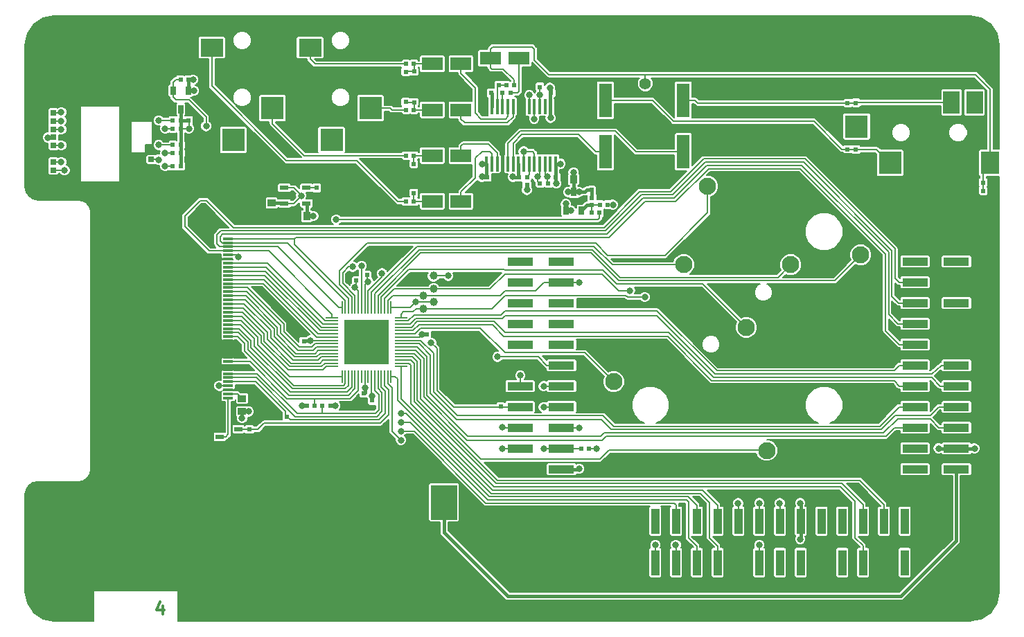
<source format=gbl>
%FSLAX34Y34*%
G04 Gerber Fmt 3.4, Leading zero omitted, Abs format*
G04 (created by PCBNEW (2014-03-01 BZR 4730)-product) date Monday, May 12, 2014 'PMt' 11:38:01 PM*
%MOIN*%
G01*
G70*
G90*
G04 APERTURE LIST*
%ADD10C,0.006000*%
%ADD11C,0.011811*%
%ADD12C,0.220472*%
%ADD13C,0.023622*%
%ADD14R,0.124016X0.039370*%
%ADD15R,0.039370X0.124016*%
%ADD16C,0.082677*%
%ADD17R,0.007874X0.059055*%
%ADD18R,0.059055X0.007874*%
%ADD19R,0.216535X0.216535*%
%ADD20R,0.024400X0.024400*%
%ADD21R,0.022400X0.024400*%
%ADD22R,0.024400X0.022400*%
%ADD23R,0.017700X0.072800*%
%ADD24R,0.063000X0.163400*%
%ADD25R,0.047244X0.011811*%
%ADD26R,0.031496X0.062992*%
%ADD27R,0.062992X0.094488*%
%ADD28R,0.086614X0.110236*%
%ADD29R,0.110236X0.110236*%
%ADD30R,0.078740X0.110236*%
%ADD31R,0.125984X0.165354*%
%ADD32R,0.025591X0.041339*%
%ADD33R,0.110236X0.086614*%
%ADD34R,0.039400X0.035400*%
%ADD35R,0.037400X0.039400*%
%ADD36R,0.039400X0.037400*%
%ADD37C,0.039400*%
%ADD38C,0.055118*%
%ADD39R,0.100400X0.063000*%
%ADD40R,0.039400X0.023600*%
%ADD41R,0.043300X0.023600*%
%ADD42R,0.033465X0.047244*%
%ADD43R,0.029528X0.025591*%
%ADD44R,0.033465X0.051181*%
%ADD45R,0.045276X0.029331*%
%ADD46R,0.035433X0.037402*%
%ADD47R,0.025591X0.027559*%
%ADD48R,0.029528X0.027559*%
%ADD49C,0.032000*%
%ADD50C,0.015748*%
%ADD51C,0.007874*%
%ADD52C,0.016000*%
%ADD53C,0.008000*%
G04 APERTURE END LIST*
G54D10*
G54D11*
X30427Y-67983D02*
X30427Y-68377D01*
X30286Y-67758D02*
X30146Y-68180D01*
X30511Y-68180D01*
G54D12*
X25196Y-40944D03*
G54D13*
X25196Y-40078D03*
X24330Y-40944D03*
X25196Y-41811D03*
X26062Y-40944D03*
X25807Y-40334D03*
X24586Y-40334D03*
X24586Y-41555D03*
X25807Y-41555D03*
G54D12*
X25196Y-67322D03*
G54D13*
X25196Y-66456D03*
X24330Y-67322D03*
X25196Y-68188D03*
X26062Y-67322D03*
X25807Y-66712D03*
X24586Y-66712D03*
X24586Y-67933D03*
X25807Y-67933D03*
G54D12*
X69291Y-67322D03*
G54D13*
X69291Y-66456D03*
X68425Y-67322D03*
X69291Y-68188D03*
X70157Y-67322D03*
X69901Y-66712D03*
X68681Y-66712D03*
X68681Y-67933D03*
X69901Y-67933D03*
G54D12*
X69291Y-40944D03*
G54D13*
X69291Y-40078D03*
X68425Y-40944D03*
X69291Y-41811D03*
X70157Y-40944D03*
X69901Y-40334D03*
X68681Y-40334D03*
X68681Y-41555D03*
X69901Y-41555D03*
G54D12*
X49606Y-40944D03*
G54D13*
X49606Y-40078D03*
X48740Y-40944D03*
X49606Y-41811D03*
X50472Y-40944D03*
X50216Y-40334D03*
X48996Y-40334D03*
X48996Y-41555D03*
X50216Y-41555D03*
G54D14*
X66627Y-61397D03*
X68616Y-61397D03*
X66627Y-60397D03*
X68616Y-60397D03*
X66627Y-59397D03*
X68616Y-59397D03*
X66627Y-58397D03*
X68616Y-58397D03*
X66627Y-57397D03*
X68616Y-57397D03*
X66627Y-56397D03*
X68616Y-56397D03*
X66627Y-55397D03*
X68616Y-55397D03*
X66627Y-54397D03*
X68616Y-54397D03*
X66627Y-53397D03*
X68616Y-53397D03*
X66627Y-52397D03*
X68616Y-52397D03*
X66627Y-51397D03*
X68616Y-51397D03*
G54D15*
X66122Y-65891D03*
X66122Y-63903D03*
X65122Y-65891D03*
X65122Y-63903D03*
X64122Y-65891D03*
X64122Y-63903D03*
X63122Y-65891D03*
X63122Y-63903D03*
X62122Y-65891D03*
X62122Y-63903D03*
X61122Y-65891D03*
X61122Y-63903D03*
X60122Y-65891D03*
X60122Y-63903D03*
X59122Y-65891D03*
X59122Y-63903D03*
X58122Y-65891D03*
X58122Y-63903D03*
X57122Y-65891D03*
X57122Y-63903D03*
X56122Y-65891D03*
X56122Y-63903D03*
X55122Y-65891D03*
X55122Y-63903D03*
X54122Y-65891D03*
X54122Y-63903D03*
G54D14*
X47627Y-61397D03*
X49616Y-61397D03*
X47627Y-60397D03*
X49616Y-60397D03*
X47627Y-59397D03*
X49616Y-59397D03*
X47627Y-58397D03*
X49616Y-58397D03*
X47627Y-57397D03*
X49616Y-57397D03*
X47627Y-56397D03*
X49616Y-56397D03*
X47627Y-55397D03*
X49616Y-55397D03*
X47627Y-54397D03*
X49616Y-54397D03*
X47627Y-53397D03*
X49616Y-53397D03*
X47627Y-52397D03*
X49616Y-52397D03*
X47627Y-51397D03*
X49616Y-51397D03*
G54D16*
X55492Y-56711D03*
X60648Y-51555D03*
X58507Y-54570D03*
X55492Y-51555D03*
X56651Y-47775D03*
X64017Y-51082D03*
X64401Y-55414D03*
X59490Y-60492D03*
X52124Y-57185D03*
G54D17*
X39055Y-53622D03*
X39212Y-53622D03*
X39370Y-53622D03*
X39527Y-53622D03*
X39685Y-53622D03*
X39842Y-53622D03*
X40000Y-53622D03*
X40157Y-53622D03*
X40314Y-53622D03*
X40472Y-53622D03*
X40629Y-53622D03*
X40787Y-53622D03*
X40944Y-53622D03*
X41102Y-53622D03*
X41259Y-53622D03*
X41417Y-53622D03*
G54D18*
X41889Y-54094D03*
X41889Y-54251D03*
X41889Y-54409D03*
X41889Y-54566D03*
X41889Y-54724D03*
X41889Y-54881D03*
X41889Y-55039D03*
X41889Y-55196D03*
X41889Y-55354D03*
X41889Y-55511D03*
X41889Y-55669D03*
X41889Y-55826D03*
X41889Y-55984D03*
X41889Y-56141D03*
X41889Y-56299D03*
X41889Y-56456D03*
G54D17*
X41417Y-56929D03*
X41259Y-56929D03*
X41102Y-56929D03*
X40944Y-56929D03*
X40787Y-56929D03*
X40629Y-56929D03*
X40472Y-56929D03*
X40314Y-56929D03*
X40157Y-56929D03*
X40000Y-56929D03*
X39842Y-56929D03*
X39685Y-56929D03*
X39527Y-56929D03*
X39370Y-56929D03*
X39212Y-56929D03*
X39055Y-56929D03*
G54D18*
X38582Y-56456D03*
X38582Y-56299D03*
X38582Y-56141D03*
X38582Y-55984D03*
X38582Y-55826D03*
X38582Y-55669D03*
X38582Y-55511D03*
X38582Y-55354D03*
X38582Y-55196D03*
X38582Y-55039D03*
X38582Y-54881D03*
X38582Y-54724D03*
X38582Y-54566D03*
X38582Y-54409D03*
X38582Y-54251D03*
X38582Y-54094D03*
G54D19*
X40236Y-55275D03*
G54D20*
X63779Y-46358D03*
X63779Y-46004D03*
X63779Y-43759D03*
X63779Y-43405D03*
X69901Y-47598D03*
X69547Y-47598D03*
X51082Y-48326D03*
X51082Y-48680D03*
X42125Y-43366D03*
X42125Y-43720D03*
X42125Y-42263D03*
X42125Y-42617D03*
X31673Y-44606D03*
X32027Y-44606D03*
X39743Y-52322D03*
X39389Y-52322D03*
X43130Y-54921D03*
X43484Y-54921D03*
X47559Y-47342D03*
X47559Y-47696D03*
X40511Y-58090D03*
X40511Y-58444D03*
X37224Y-55236D03*
X37224Y-54882D03*
X40256Y-52047D03*
X40610Y-52047D03*
X49704Y-47342D03*
X49350Y-47342D03*
X46043Y-47342D03*
X46397Y-47342D03*
X40118Y-57736D03*
X40118Y-58090D03*
X49468Y-43287D03*
X49114Y-43287D03*
X46239Y-43287D03*
X45885Y-43287D03*
G54D21*
X47157Y-43287D03*
X46779Y-43287D03*
G54D22*
X63385Y-46370D03*
X63385Y-45992D03*
X63385Y-43771D03*
X63385Y-43393D03*
G54D21*
X69913Y-47992D03*
X69535Y-47992D03*
X46956Y-42913D03*
X47334Y-42913D03*
X51070Y-49055D03*
X51448Y-49055D03*
X42511Y-44094D03*
X42133Y-44094D03*
X42511Y-41889D03*
X42133Y-41889D03*
X51842Y-48661D03*
X51464Y-48661D03*
G54D22*
X42519Y-43354D03*
X42519Y-43732D03*
X42519Y-42251D03*
X42519Y-42629D03*
G54D21*
X51070Y-47952D03*
X51448Y-47952D03*
X50937Y-60393D03*
X50559Y-60393D03*
X31291Y-46181D03*
X30913Y-46181D03*
X31291Y-45787D03*
X30913Y-45787D03*
X31291Y-45000D03*
X30913Y-45000D03*
X42133Y-46692D03*
X42511Y-46692D03*
X42511Y-48110D03*
X42133Y-48110D03*
X31291Y-46811D03*
X30913Y-46811D03*
X31291Y-44606D03*
X30913Y-44606D03*
X42133Y-46299D03*
X42511Y-46299D03*
X42133Y-48503D03*
X42511Y-48503D03*
X31665Y-42637D03*
X31287Y-42637D03*
G54D22*
X48976Y-47645D03*
X48976Y-48023D03*
X48582Y-47645D03*
X48582Y-48023D03*
X47952Y-47330D03*
X47952Y-47708D03*
X34606Y-59480D03*
X34606Y-59102D03*
G54D21*
X37370Y-58346D03*
X37748Y-58346D03*
X38496Y-58346D03*
X38118Y-58346D03*
X48574Y-42992D03*
X48196Y-42992D03*
G54D23*
X49340Y-46692D03*
X49084Y-46692D03*
X48829Y-46692D03*
X48573Y-46692D03*
X48317Y-46692D03*
X48061Y-46692D03*
X47805Y-46692D03*
X47549Y-46692D03*
X47293Y-46692D03*
X47037Y-46692D03*
X46781Y-46692D03*
X46525Y-46692D03*
X46270Y-46692D03*
X46014Y-46692D03*
X46014Y-43936D03*
X46270Y-43936D03*
X46525Y-43936D03*
X46781Y-43936D03*
X47037Y-43936D03*
X47293Y-43936D03*
X47549Y-43936D03*
X47805Y-43936D03*
X48061Y-43936D03*
X48317Y-43936D03*
X48573Y-43936D03*
X48829Y-43936D03*
X49084Y-43936D03*
X49340Y-43936D03*
G54D24*
X55472Y-46121D03*
X55472Y-43641D03*
X51732Y-46121D03*
X51732Y-43641D03*
G54D25*
X33582Y-57972D03*
X33582Y-57775D03*
X33582Y-57578D03*
X33582Y-57381D03*
X33582Y-57185D03*
X33582Y-56988D03*
X33582Y-56791D03*
X33582Y-56594D03*
X33582Y-56397D03*
X33582Y-56200D03*
X33582Y-56003D03*
X33582Y-55807D03*
X33582Y-55610D03*
X33582Y-55413D03*
X33582Y-55216D03*
X33582Y-55019D03*
X33582Y-54822D03*
X33582Y-54625D03*
X33582Y-54429D03*
X33582Y-54232D03*
X33582Y-54035D03*
X33582Y-53838D03*
X33582Y-53641D03*
X33582Y-53444D03*
X33582Y-53248D03*
X33582Y-53051D03*
X33582Y-52854D03*
X33582Y-52657D03*
X33582Y-52460D03*
X33582Y-52263D03*
X33582Y-52066D03*
X33582Y-51870D03*
X33582Y-51673D03*
X33582Y-51476D03*
X33582Y-51279D03*
X33582Y-51082D03*
X33582Y-50885D03*
X33582Y-50688D03*
X33582Y-50492D03*
X33582Y-50295D03*
G54D26*
X32834Y-58641D03*
G54D27*
X32362Y-58799D03*
X32362Y-49468D03*
G54D26*
X32834Y-49625D03*
G54D28*
X70236Y-46653D03*
X69133Y-46653D03*
G54D29*
X65433Y-46653D03*
X63818Y-44901D03*
G54D30*
X68385Y-43740D03*
X69488Y-43740D03*
G54D31*
X43956Y-62992D03*
X32421Y-62992D03*
G54D32*
X50570Y-48956D03*
X49822Y-48956D03*
X50196Y-48051D03*
X30925Y-43169D03*
X31673Y-43169D03*
X31299Y-44074D03*
G54D33*
X40433Y-40314D03*
G54D29*
X40433Y-44015D03*
X38553Y-45551D03*
G54D33*
X37519Y-41102D03*
X35708Y-40314D03*
G54D29*
X35708Y-44015D03*
X33828Y-45551D03*
G54D33*
X32795Y-41102D03*
G54D34*
X34251Y-58622D03*
X34251Y-57992D03*
G54D35*
X50196Y-47440D03*
X50826Y-47440D03*
X37362Y-49212D03*
X36732Y-49212D03*
G54D36*
X35669Y-48582D03*
X35669Y-47952D03*
G54D20*
X37834Y-47854D03*
X37834Y-48208D03*
X46594Y-42913D03*
X46240Y-42913D03*
G54D22*
X46692Y-58377D03*
X46692Y-57999D03*
G54D37*
X43464Y-52716D03*
X42952Y-53031D03*
X43464Y-53346D03*
X42952Y-53661D03*
X42952Y-52401D03*
X43464Y-52086D03*
G54D38*
X53649Y-42834D03*
X52649Y-42834D03*
G54D39*
X47578Y-41614D03*
X46200Y-41614D03*
X44783Y-48503D03*
X43405Y-48503D03*
X44783Y-46299D03*
X43405Y-46299D03*
X44783Y-41889D03*
X43405Y-41889D03*
X44783Y-44094D03*
X43405Y-44094D03*
G54D40*
X34075Y-59468D03*
X34075Y-60216D03*
X33169Y-59842D03*
G54D41*
X36280Y-48602D03*
X36280Y-48228D03*
X36280Y-47854D03*
X37342Y-47854D03*
X37342Y-48602D03*
G54D42*
X29852Y-46973D03*
G54D43*
X29872Y-46486D03*
X29872Y-43986D03*
G54D44*
X29852Y-42750D03*
G54D45*
X24104Y-47661D03*
G54D46*
X24074Y-42529D03*
G54D47*
X24694Y-46407D03*
X24694Y-44832D03*
G54D48*
X25167Y-44242D03*
X25167Y-44635D03*
X25167Y-45029D03*
X25167Y-45423D03*
X25167Y-45816D03*
X25167Y-46210D03*
X25167Y-46604D03*
X25167Y-46998D03*
G54D21*
X36409Y-58858D03*
X36031Y-58858D03*
G54D49*
X37677Y-49212D03*
X40157Y-57480D03*
X40314Y-52362D03*
X31889Y-42637D03*
X31929Y-43169D03*
X51299Y-60393D03*
X40511Y-57874D03*
X34251Y-58937D03*
X34566Y-58622D03*
X44173Y-52086D03*
X52086Y-48661D03*
X37125Y-58346D03*
X38740Y-58346D03*
X34055Y-51181D03*
X42913Y-54921D03*
X50078Y-48956D03*
X49822Y-48622D03*
X61102Y-64763D03*
X61102Y-63031D03*
X50472Y-61377D03*
X69488Y-60393D03*
X67755Y-60393D03*
X39685Y-52637D03*
X37519Y-55196D03*
X33149Y-57381D03*
X37086Y-48228D03*
X38779Y-49370D03*
X41889Y-60000D03*
X50452Y-48051D03*
X50196Y-47106D03*
X49940Y-48051D03*
X49055Y-43031D03*
X47283Y-47322D03*
X45787Y-46692D03*
X45787Y-47322D03*
X49566Y-46692D03*
X49370Y-47637D03*
X49094Y-44488D03*
X47952Y-47952D03*
X50472Y-52401D03*
X58110Y-63031D03*
X48582Y-43385D03*
X48937Y-47322D03*
X59133Y-65039D03*
X52913Y-52795D03*
X48464Y-47322D03*
X60118Y-63031D03*
X53622Y-53110D03*
X59133Y-63031D03*
X47795Y-46102D03*
X43346Y-55314D03*
X42598Y-53346D03*
X41889Y-59133D03*
X39566Y-51653D03*
X40000Y-51614D03*
X41889Y-59566D03*
X41889Y-58700D03*
X40984Y-51968D03*
X48307Y-44527D03*
X54133Y-65039D03*
X55118Y-65039D03*
X48070Y-43385D03*
X30236Y-46496D03*
X48759Y-60393D03*
X46535Y-55984D03*
X25551Y-45807D03*
X48759Y-57401D03*
X25551Y-45039D03*
X30551Y-45000D03*
X48759Y-58405D03*
X25551Y-46614D03*
X30236Y-45787D03*
X30551Y-46181D03*
X25708Y-47007D03*
X46771Y-59389D03*
X50472Y-59409D03*
X25551Y-44212D03*
X30236Y-44606D03*
X30551Y-46811D03*
X46771Y-60393D03*
X25551Y-44625D03*
X47637Y-56889D03*
X32519Y-44881D03*
X35748Y-58858D03*
X33070Y-40157D03*
X31496Y-40157D03*
X29921Y-40157D03*
X28346Y-40157D03*
X26771Y-40157D03*
X26771Y-41732D03*
X64566Y-52362D03*
X59842Y-51574D03*
X58661Y-51574D03*
X57480Y-51574D03*
X56299Y-51181D03*
X56299Y-50000D03*
X57086Y-48818D03*
X57874Y-47637D03*
X59448Y-47637D03*
X61023Y-47637D03*
X61811Y-48425D03*
X61023Y-49212D03*
X61023Y-50787D03*
X61811Y-51968D03*
X62992Y-51574D03*
X63385Y-50393D03*
X64566Y-53937D03*
X63385Y-53149D03*
X61811Y-53149D03*
X60236Y-53149D03*
X32086Y-44881D03*
X46456Y-57992D03*
X30157Y-43996D03*
X29586Y-43996D03*
X29547Y-46968D03*
X29842Y-47342D03*
X29842Y-43129D03*
X29547Y-42755D03*
X24074Y-42854D03*
X24389Y-42539D03*
X24468Y-47657D03*
X24114Y-47381D03*
X24704Y-44566D03*
X24704Y-46673D03*
X25433Y-46200D03*
X42913Y-61417D03*
X42519Y-62992D03*
X43307Y-64566D03*
X44488Y-65748D03*
X45669Y-66929D03*
X45669Y-68110D03*
X40551Y-59842D03*
X38976Y-59842D03*
X37401Y-59842D03*
X35826Y-59842D03*
X28346Y-66535D03*
X29921Y-66535D03*
X26771Y-66535D03*
X26771Y-68110D03*
X25984Y-65748D03*
X24409Y-65748D03*
X24409Y-64173D03*
X24409Y-62598D03*
X31496Y-68110D03*
X33070Y-68110D03*
X34645Y-68110D03*
X36220Y-68110D03*
X37795Y-68110D03*
X39370Y-68110D03*
X40944Y-68110D03*
X42519Y-68110D03*
X44094Y-68110D03*
X31496Y-66535D03*
X66141Y-68110D03*
X64566Y-68110D03*
X62992Y-68110D03*
X61417Y-68110D03*
X59842Y-68110D03*
X58267Y-68110D03*
X56692Y-68110D03*
X55118Y-68110D03*
X53543Y-68110D03*
X51968Y-68110D03*
X50393Y-68110D03*
X48818Y-68110D03*
X47244Y-68110D03*
X67716Y-68110D03*
X33858Y-61417D03*
X32677Y-60629D03*
X31889Y-59842D03*
X31102Y-58661D03*
X31889Y-57480D03*
X31889Y-55905D03*
X31889Y-54330D03*
X31889Y-52755D03*
X31889Y-51181D03*
X31102Y-50393D03*
X31102Y-48818D03*
X31889Y-48031D03*
X33070Y-48031D03*
X34251Y-49212D03*
X34251Y-47244D03*
X32283Y-47244D03*
X30708Y-47244D03*
X35354Y-47952D03*
X35669Y-47637D03*
X36653Y-48228D03*
X51141Y-47440D03*
X53149Y-46456D03*
X54724Y-46456D03*
X54724Y-47637D03*
X52755Y-48031D03*
X65748Y-44488D03*
X67322Y-44488D03*
X63110Y-43405D03*
X57480Y-43307D03*
X59055Y-42913D03*
X60629Y-43307D03*
X62204Y-42913D03*
X64055Y-43405D03*
X66929Y-43307D03*
X65354Y-42913D03*
X51968Y-41732D03*
X53543Y-41732D03*
X55118Y-41732D03*
X56692Y-41732D03*
X58267Y-41732D03*
X59842Y-41732D03*
X61417Y-41732D03*
X62992Y-41732D03*
X64566Y-41732D03*
X66141Y-41732D03*
X67716Y-41732D03*
X70078Y-50000D03*
X60629Y-45275D03*
X59055Y-45275D03*
X57480Y-45275D03*
X56692Y-46062D03*
X58267Y-46062D03*
X59842Y-46062D03*
X61417Y-46062D03*
X62204Y-46850D03*
X63385Y-48031D03*
X64566Y-49212D03*
X65748Y-50393D03*
X67322Y-50787D03*
X68897Y-50787D03*
X27559Y-48425D03*
X56692Y-66929D03*
X55118Y-66929D03*
X53543Y-66929D03*
X51968Y-66929D03*
X50393Y-66929D03*
X48818Y-66929D03*
X53149Y-65748D03*
X51968Y-64566D03*
X50787Y-63385D03*
X49212Y-63385D03*
X47637Y-63385D03*
X46062Y-63385D03*
X44881Y-64566D03*
X46062Y-65748D03*
X47244Y-66929D03*
X59055Y-66929D03*
X60629Y-66929D03*
X63779Y-66929D03*
X67716Y-64960D03*
X67716Y-63385D03*
X66535Y-62204D03*
X64960Y-62204D03*
X64960Y-60629D03*
X63385Y-60629D03*
X52362Y-61417D03*
X53937Y-61417D03*
X55511Y-61417D03*
X57086Y-61417D03*
X58661Y-61417D03*
X60236Y-60629D03*
X61811Y-60629D03*
X55511Y-53149D03*
X56692Y-54330D03*
X57874Y-55511D03*
X59448Y-55511D03*
X61023Y-55511D03*
X62598Y-55511D03*
X51574Y-55905D03*
X53149Y-55905D03*
X54724Y-55905D03*
X60236Y-58267D03*
X58661Y-58267D03*
X57086Y-58267D03*
X55511Y-58267D03*
X41732Y-40157D03*
X43307Y-40157D03*
X44881Y-40157D03*
X46456Y-40157D03*
X48031Y-40157D03*
X51968Y-40157D03*
X53543Y-40157D03*
X55118Y-40157D03*
X56692Y-40157D03*
X58267Y-40157D03*
X59842Y-40157D03*
X61417Y-40157D03*
X62992Y-40157D03*
X64566Y-40157D03*
X66141Y-40157D03*
X67716Y-40157D03*
X27559Y-50000D03*
X27559Y-51574D03*
X27559Y-53149D03*
X27559Y-54724D03*
X27559Y-56299D03*
X27559Y-57874D03*
X27559Y-59448D03*
X27559Y-61023D03*
X27559Y-62598D03*
X25984Y-62598D03*
X31555Y-62992D03*
X70078Y-48425D03*
X70078Y-51574D03*
X70078Y-53149D03*
X70078Y-54724D03*
X70078Y-56299D03*
X70078Y-57874D03*
X70078Y-59448D03*
X70078Y-61023D03*
X70078Y-62598D03*
X70078Y-64173D03*
X70078Y-65748D03*
X68503Y-65748D03*
X67716Y-66535D03*
X36417Y-49212D03*
X37834Y-48602D03*
X39881Y-58090D03*
X40236Y-58405D03*
X34074Y-60472D03*
X34074Y-59980D03*
X34842Y-59094D03*
X34055Y-57480D03*
X44488Y-52401D03*
X33110Y-51181D03*
X32421Y-64055D03*
X33287Y-62992D03*
X32421Y-61929D03*
X40236Y-56102D03*
X40236Y-54448D03*
X39409Y-55275D03*
X41062Y-55275D03*
X40236Y-55275D03*
X41062Y-56102D03*
X39409Y-56102D03*
X41062Y-54448D03*
X39409Y-54448D03*
X43740Y-54921D03*
X50826Y-47106D03*
X51456Y-48228D03*
X42125Y-47874D03*
X42125Y-46929D03*
X48188Y-42755D03*
X42795Y-43346D03*
X41850Y-43366D03*
X41850Y-42618D03*
X42795Y-42637D03*
X34921Y-40314D03*
X35708Y-40984D03*
X36496Y-40314D03*
X39645Y-40314D03*
X40433Y-40984D03*
X41220Y-40314D03*
X48976Y-48267D03*
X48582Y-48267D03*
X46811Y-47283D03*
X47519Y-47952D03*
X46220Y-42637D03*
X69291Y-47992D03*
X69291Y-47598D03*
X45885Y-43031D03*
X47677Y-44547D03*
X45787Y-43937D03*
X49468Y-43031D03*
X49566Y-43937D03*
X46397Y-47598D03*
X49704Y-47086D03*
X63110Y-46358D03*
X64055Y-46358D03*
X68464Y-46653D03*
X69133Y-45866D03*
X31811Y-58799D03*
X32362Y-59507D03*
X33228Y-58641D03*
X33228Y-49625D03*
X32362Y-48759D03*
X31811Y-49468D03*
X46771Y-56377D03*
X48503Y-56377D03*
X48503Y-61377D03*
X46771Y-61377D03*
X69488Y-55393D03*
X67755Y-55393D03*
X69488Y-54409D03*
X67755Y-54409D03*
X69488Y-52401D03*
X67755Y-52401D03*
X58110Y-66771D03*
X58110Y-65039D03*
X62125Y-66732D03*
X62125Y-65039D03*
X65118Y-66732D03*
X65118Y-65039D03*
X40610Y-51771D03*
X39389Y-52047D03*
X36929Y-54921D03*
X33149Y-56397D03*
X33149Y-56003D03*
X34015Y-55807D03*
X33149Y-55610D03*
X34015Y-55413D03*
X33149Y-55216D03*
X24901Y-45433D03*
X31692Y-45000D03*
G54D50*
X37362Y-49212D02*
X37677Y-49212D01*
X37362Y-49212D02*
X37362Y-48622D01*
X37362Y-48622D02*
X37342Y-48602D01*
X40157Y-57480D02*
X40157Y-57697D01*
G54D51*
X40157Y-56929D02*
X40157Y-57480D01*
G54D50*
X40157Y-57697D02*
X40118Y-57736D01*
G54D51*
X40256Y-52047D02*
X40256Y-52303D01*
X40256Y-52303D02*
X40314Y-52362D01*
X40157Y-52519D02*
X40157Y-53622D01*
X40157Y-52519D02*
X40314Y-52362D01*
G54D50*
X31665Y-42637D02*
X31889Y-42637D01*
X31665Y-42637D02*
X31665Y-43161D01*
X31665Y-43161D02*
X31673Y-43169D01*
X31673Y-43169D02*
X31929Y-43169D01*
G54D51*
X50937Y-60393D02*
X51299Y-60393D01*
X36280Y-47854D02*
X36751Y-47854D01*
X36751Y-48602D02*
X36280Y-48602D01*
X37007Y-48346D02*
X36751Y-48602D01*
X37007Y-48110D02*
X37007Y-48346D01*
X36751Y-47854D02*
X37007Y-48110D01*
G54D50*
X36280Y-48602D02*
X36260Y-48582D01*
X36260Y-48582D02*
X35669Y-48582D01*
X40511Y-58090D02*
X40511Y-57874D01*
G54D51*
X40472Y-57834D02*
X40511Y-57874D01*
X40472Y-57834D02*
X40472Y-56929D01*
G54D50*
X34251Y-58622D02*
X34251Y-58937D01*
X34251Y-58622D02*
X34566Y-58622D01*
X34566Y-58622D02*
X34566Y-58622D01*
G54D51*
X43464Y-52086D02*
X44173Y-52086D01*
X51842Y-48661D02*
X52086Y-48661D01*
G54D50*
X37370Y-58346D02*
X37125Y-58346D01*
X38496Y-58346D02*
X38740Y-58346D01*
G54D51*
X33582Y-51082D02*
X33956Y-51082D01*
X33956Y-51082D02*
X34055Y-51181D01*
G54D50*
X43130Y-54921D02*
X42913Y-54921D01*
G54D51*
X42795Y-55039D02*
X42913Y-54921D01*
X42795Y-55039D02*
X41889Y-55039D01*
G54D50*
X49822Y-48956D02*
X50078Y-48956D01*
X49822Y-48956D02*
X49822Y-48622D01*
X61122Y-63903D02*
X61122Y-64744D01*
X61122Y-64744D02*
X61102Y-64763D01*
X61122Y-63903D02*
X61122Y-63051D01*
X61122Y-63051D02*
X61102Y-63031D01*
X49616Y-61397D02*
X50452Y-61397D01*
X50452Y-61397D02*
X50472Y-61377D01*
X68616Y-60397D02*
X69484Y-60397D01*
X69484Y-60397D02*
X69488Y-60393D01*
X68616Y-60397D02*
X67759Y-60397D01*
X67759Y-60397D02*
X67755Y-60393D01*
G54D51*
X39743Y-52322D02*
X39743Y-52578D01*
X39743Y-52578D02*
X39685Y-52637D01*
X39842Y-52795D02*
X39685Y-52637D01*
X39842Y-52795D02*
X39842Y-53622D01*
G54D52*
X37519Y-55196D02*
X37263Y-55196D01*
G54D53*
X38582Y-55196D02*
X37519Y-55196D01*
G54D52*
X37263Y-55196D02*
X37224Y-55236D01*
G54D51*
X33582Y-57381D02*
X33149Y-57381D01*
X51448Y-49055D02*
X51448Y-49299D01*
X51377Y-49370D02*
X38779Y-49370D01*
X51448Y-49299D02*
X51377Y-49370D01*
X41456Y-59566D02*
X41889Y-60000D01*
X41259Y-57283D02*
X41259Y-56929D01*
X41456Y-57480D02*
X41456Y-59566D01*
X41259Y-57283D02*
X41456Y-57480D01*
G54D50*
X51082Y-48326D02*
X51082Y-47964D01*
X51082Y-47964D02*
X51070Y-47952D01*
X51070Y-47952D02*
X50826Y-47952D01*
X50452Y-48051D02*
X50196Y-48051D01*
X50728Y-48051D02*
X50452Y-48051D01*
X50826Y-47952D02*
X50728Y-48051D01*
X50196Y-47440D02*
X50196Y-47106D01*
X50196Y-47106D02*
X50196Y-47106D01*
X50196Y-48051D02*
X49940Y-48051D01*
X50196Y-48051D02*
X50196Y-47440D01*
X50196Y-47440D02*
X50196Y-47440D01*
X49114Y-43287D02*
X49114Y-43090D01*
X49114Y-43090D02*
X49055Y-43031D01*
X47559Y-47342D02*
X47303Y-47342D01*
X47303Y-47342D02*
X47283Y-47322D01*
X47549Y-46692D02*
X47549Y-47332D01*
X47549Y-47332D02*
X47559Y-47342D01*
X46014Y-46692D02*
X45787Y-46692D01*
X45787Y-46692D02*
X45787Y-46692D01*
X46043Y-47342D02*
X45807Y-47342D01*
X45807Y-47342D02*
X45787Y-47322D01*
X49340Y-46692D02*
X49566Y-46692D01*
X49566Y-46692D02*
X49566Y-46692D01*
X49350Y-47342D02*
X49350Y-47618D01*
X49350Y-47618D02*
X49370Y-47637D01*
X49084Y-43936D02*
X49084Y-44477D01*
X49084Y-44477D02*
X49094Y-44488D01*
X49084Y-43936D02*
X49084Y-43317D01*
X49084Y-43317D02*
X49114Y-43287D01*
X46014Y-46692D02*
X46014Y-47313D01*
X46014Y-47313D02*
X46043Y-47342D01*
X49340Y-46692D02*
X49340Y-47332D01*
X49340Y-47332D02*
X49350Y-47342D01*
G54D51*
X42952Y-53031D02*
X46653Y-53031D01*
X46653Y-53031D02*
X46889Y-52795D01*
X42952Y-53031D02*
X41496Y-53031D01*
X49616Y-52397D02*
X50468Y-52397D01*
X47952Y-47952D02*
X47952Y-47708D01*
X50468Y-52397D02*
X50472Y-52401D01*
X48385Y-52795D02*
X48783Y-52397D01*
X48783Y-52397D02*
X49616Y-52397D01*
X48385Y-52795D02*
X46889Y-52795D01*
X41259Y-53267D02*
X41496Y-53031D01*
X41259Y-53622D02*
X41259Y-53267D01*
X52007Y-59487D02*
X51535Y-59015D01*
X67783Y-58397D02*
X67362Y-58818D01*
X67362Y-58818D02*
X65683Y-58818D01*
X65683Y-58818D02*
X65015Y-59487D01*
X68616Y-58397D02*
X67783Y-58397D01*
X65015Y-59487D02*
X52007Y-59487D01*
X42755Y-55354D02*
X41889Y-55354D01*
X51535Y-59015D02*
X44566Y-59015D01*
X43305Y-55903D02*
X42755Y-55354D01*
X43305Y-57754D02*
X43305Y-55903D01*
X44566Y-59015D02*
X43305Y-57754D01*
X41889Y-55196D02*
X42834Y-55196D01*
X52125Y-59330D02*
X51614Y-58818D01*
X65854Y-58397D02*
X64921Y-59330D01*
X64921Y-59330D02*
X52125Y-59330D01*
X65854Y-58397D02*
X66627Y-58397D01*
X51614Y-58818D02*
X44606Y-58818D01*
X43462Y-55824D02*
X42834Y-55196D01*
X43462Y-57674D02*
X43462Y-55824D01*
X44606Y-58818D02*
X43462Y-57674D01*
X54762Y-54802D02*
X46888Y-54802D01*
X68616Y-57397D02*
X67830Y-57397D01*
X67440Y-56968D02*
X56929Y-56968D01*
X67830Y-57397D02*
X67440Y-56968D01*
X56929Y-56968D02*
X54762Y-54802D01*
X46888Y-54802D02*
X46376Y-54289D01*
X41889Y-54566D02*
X42400Y-54566D01*
X42677Y-54289D02*
X46376Y-54289D01*
X42400Y-54566D02*
X42677Y-54289D01*
X54722Y-54998D02*
X46848Y-54998D01*
X66627Y-57397D02*
X65862Y-57397D01*
X65629Y-57125D02*
X56850Y-57125D01*
X65862Y-57397D02*
X65629Y-57125D01*
X56850Y-57125D02*
X54722Y-54998D01*
X46848Y-54998D02*
X46296Y-54446D01*
X41889Y-54724D02*
X42480Y-54724D01*
X42758Y-54446D02*
X46296Y-54446D01*
X42480Y-54724D02*
X42758Y-54446D01*
X54212Y-54015D02*
X46889Y-54015D01*
X67440Y-56811D02*
X57008Y-56811D01*
X67893Y-56397D02*
X67440Y-56811D01*
X68616Y-56397D02*
X67893Y-56397D01*
X57008Y-56811D02*
X54212Y-54015D01*
X46772Y-54133D02*
X42598Y-54133D01*
X46889Y-54015D02*
X46772Y-54133D01*
X41889Y-54409D02*
X42322Y-54409D01*
X42322Y-54409D02*
X42598Y-54133D01*
X54212Y-53779D02*
X46889Y-53779D01*
X65629Y-56653D02*
X57086Y-56653D01*
X65885Y-56397D02*
X65629Y-56653D01*
X66627Y-56397D02*
X65885Y-56397D01*
X57086Y-56653D02*
X54212Y-53779D01*
X46692Y-53976D02*
X42519Y-53976D01*
X46889Y-53779D02*
X46692Y-53976D01*
X41889Y-54251D02*
X42244Y-54251D01*
X42244Y-54251D02*
X42519Y-53976D01*
X51653Y-59645D02*
X51496Y-59803D01*
X68616Y-59397D02*
X67783Y-59397D01*
X65787Y-58976D02*
X65118Y-59645D01*
X67362Y-58976D02*
X65787Y-58976D01*
X67783Y-59397D02*
X67362Y-58976D01*
X65118Y-59645D02*
X51653Y-59645D01*
X42677Y-55511D02*
X41889Y-55511D01*
X51496Y-59803D02*
X45118Y-59803D01*
X43148Y-55983D02*
X42677Y-55511D01*
X43148Y-57833D02*
X43148Y-55983D01*
X45118Y-59803D02*
X43148Y-57833D01*
X51574Y-60000D02*
X45078Y-60000D01*
X66627Y-59397D02*
X65641Y-59397D01*
X65236Y-59803D02*
X51771Y-59803D01*
X65641Y-59397D02*
X65236Y-59803D01*
X51771Y-59803D02*
X51574Y-60000D01*
X42598Y-55669D02*
X41889Y-55669D01*
X42992Y-56062D02*
X42598Y-55669D01*
X42992Y-57913D02*
X42992Y-56062D01*
X45078Y-60000D02*
X42992Y-57913D01*
G54D53*
X58122Y-63043D02*
X58122Y-63903D01*
X58122Y-63043D02*
X58110Y-63031D01*
G54D51*
X48574Y-42992D02*
X48574Y-43377D01*
X48573Y-43395D02*
X48582Y-43385D01*
X48573Y-43395D02*
X48573Y-43936D01*
X48574Y-43377D02*
X48582Y-43385D01*
X48061Y-46692D02*
X48061Y-47222D01*
X48061Y-47222D02*
X47952Y-47330D01*
G54D53*
X59122Y-65051D02*
X59122Y-65891D01*
X59122Y-65051D02*
X59133Y-65039D01*
G54D51*
X48937Y-47322D02*
X48937Y-47606D01*
X48829Y-47214D02*
X48937Y-47322D01*
X48829Y-46692D02*
X48829Y-47214D01*
X48937Y-47606D02*
X48976Y-47645D01*
X43464Y-52716D02*
X46181Y-52716D01*
X46181Y-52716D02*
X46889Y-52007D01*
X43464Y-52716D02*
X41574Y-52716D01*
X51574Y-52007D02*
X52362Y-52795D01*
X52362Y-52795D02*
X52913Y-52795D01*
X46889Y-52007D02*
X51574Y-52007D01*
X41102Y-53188D02*
X41574Y-52716D01*
X41102Y-53622D02*
X41102Y-53188D01*
G54D53*
X60122Y-63903D02*
X60122Y-63035D01*
X60122Y-63035D02*
X60118Y-63031D01*
G54D51*
X48464Y-47322D02*
X48464Y-47527D01*
X48573Y-47214D02*
X48464Y-47322D01*
X48573Y-46692D02*
X48573Y-47214D01*
X48464Y-47527D02*
X48582Y-47645D01*
X42952Y-53661D02*
X42637Y-53661D01*
X42637Y-53661D02*
X42480Y-53818D01*
X42952Y-53661D02*
X46259Y-53661D01*
X52716Y-53031D02*
X52795Y-53110D01*
X46889Y-53031D02*
X52716Y-53031D01*
X42007Y-53818D02*
X42480Y-53818D01*
X41889Y-54094D02*
X41889Y-53937D01*
X41889Y-53937D02*
X42007Y-53818D01*
X46259Y-53661D02*
X46889Y-53031D01*
X52795Y-53110D02*
X53622Y-53110D01*
G54D53*
X59122Y-63903D02*
X59122Y-63043D01*
X59122Y-63043D02*
X59133Y-63031D01*
G54D51*
X48317Y-46692D02*
X48317Y-46191D01*
X47805Y-46112D02*
X47795Y-46102D01*
X47805Y-46112D02*
X47805Y-46692D01*
X48228Y-46102D02*
X47795Y-46102D01*
X48317Y-46191D02*
X48228Y-46102D01*
X40905Y-59173D02*
X35314Y-59173D01*
X41299Y-58779D02*
X40905Y-59173D01*
X41102Y-56929D02*
X41102Y-57361D01*
X41102Y-57361D02*
X41299Y-57558D01*
X41299Y-57558D02*
X41299Y-58779D01*
X35007Y-59480D02*
X34606Y-59480D01*
X35314Y-59173D02*
X35007Y-59480D01*
X34075Y-59468D02*
X34594Y-59468D01*
X34594Y-59468D02*
X34606Y-59480D01*
X38149Y-54409D02*
X38149Y-54409D01*
X38582Y-54409D02*
X38582Y-54409D01*
X38149Y-54409D02*
X38582Y-54409D01*
X38149Y-54409D02*
X35413Y-51673D01*
X33582Y-51673D02*
X35413Y-51673D01*
X38582Y-54566D02*
X38070Y-54566D01*
X35374Y-51870D02*
X33582Y-51870D01*
X38070Y-54566D02*
X35374Y-51870D01*
X37992Y-56299D02*
X36614Y-56299D01*
X38149Y-56141D02*
X37992Y-56299D01*
X38582Y-56141D02*
X38149Y-56141D01*
X34311Y-53641D02*
X35472Y-54803D01*
X35472Y-54803D02*
X35472Y-55157D01*
X35472Y-55157D02*
X36614Y-56299D01*
X34311Y-53641D02*
X33582Y-53641D01*
X38070Y-56456D02*
X36535Y-56456D01*
X38228Y-56299D02*
X38070Y-56456D01*
X38582Y-56299D02*
X38228Y-56299D01*
X34271Y-53838D02*
X33582Y-53838D01*
X35315Y-55236D02*
X36535Y-56456D01*
X35315Y-54882D02*
X35315Y-55236D01*
X34271Y-53838D02*
X35315Y-54882D01*
X38149Y-56614D02*
X36456Y-56614D01*
X38307Y-56456D02*
X38149Y-56614D01*
X38582Y-56456D02*
X38307Y-56456D01*
X34232Y-54035D02*
X33582Y-54035D01*
X35157Y-55315D02*
X36456Y-56614D01*
X35157Y-54960D02*
X35157Y-55315D01*
X34232Y-54035D02*
X35157Y-54960D01*
X34192Y-54232D02*
X35000Y-55039D01*
X36535Y-56929D02*
X39055Y-56929D01*
X33582Y-54232D02*
X34192Y-54232D01*
X35000Y-55394D02*
X36535Y-56929D01*
X35000Y-55039D02*
X35000Y-55394D01*
X34842Y-55472D02*
X34842Y-55472D01*
X34842Y-55472D02*
X36732Y-57362D01*
X39212Y-57283D02*
X39212Y-56929D01*
X34153Y-54429D02*
X34842Y-55118D01*
X34842Y-55118D02*
X34842Y-55472D01*
X33582Y-54429D02*
X34153Y-54429D01*
X39133Y-57362D02*
X36732Y-57362D01*
X39212Y-57283D02*
X39133Y-57362D01*
X34114Y-54625D02*
X34685Y-55196D01*
X39370Y-57362D02*
X39370Y-56929D01*
X39212Y-57519D02*
X36653Y-57519D01*
X39370Y-57362D02*
X39212Y-57519D01*
X33582Y-54625D02*
X34114Y-54625D01*
X34685Y-55551D02*
X36653Y-57519D01*
X34685Y-55196D02*
X34685Y-55551D01*
X34074Y-54822D02*
X34527Y-55275D01*
X39527Y-57440D02*
X39527Y-56929D01*
X39291Y-57677D02*
X36574Y-57677D01*
X39527Y-57440D02*
X39291Y-57677D01*
X33582Y-54822D02*
X34074Y-54822D01*
X34527Y-55629D02*
X36574Y-57677D01*
X34527Y-55275D02*
X34527Y-55629D01*
X39685Y-56929D02*
X39685Y-57519D01*
X39685Y-57519D02*
X39370Y-57834D01*
X39370Y-57834D02*
X36495Y-57834D01*
X34035Y-55019D02*
X33582Y-55019D01*
X34370Y-55708D02*
X36495Y-57834D01*
X34370Y-55354D02*
X34370Y-55708D01*
X34035Y-55019D02*
X34370Y-55354D01*
X37992Y-54724D02*
X37992Y-54724D01*
X38582Y-54724D02*
X38582Y-54724D01*
X37992Y-54724D02*
X38582Y-54724D01*
X37992Y-54724D02*
X35334Y-52066D01*
X33582Y-52066D02*
X35334Y-52066D01*
X38582Y-54881D02*
X37913Y-54881D01*
X35295Y-52263D02*
X33582Y-52263D01*
X37913Y-54881D02*
X35295Y-52263D01*
X37834Y-55039D02*
X37834Y-55039D01*
X38582Y-55039D02*
X38582Y-55039D01*
X37834Y-55039D02*
X38582Y-55039D01*
X37834Y-55039D02*
X35255Y-52460D01*
X33582Y-52460D02*
X35255Y-52460D01*
X38582Y-55354D02*
X37755Y-55354D01*
X34507Y-52657D02*
X33582Y-52657D01*
X36259Y-54409D02*
X34507Y-52657D01*
X36259Y-54763D02*
X36259Y-54409D01*
X37007Y-55511D02*
X36259Y-54763D01*
X37598Y-55511D02*
X37007Y-55511D01*
X37755Y-55354D02*
X37598Y-55511D01*
X38582Y-55354D02*
X38582Y-55354D01*
X37834Y-55511D02*
X37677Y-55669D01*
X33582Y-52854D02*
X34468Y-52854D01*
X36102Y-54488D02*
X34468Y-52854D01*
X36102Y-54842D02*
X36102Y-54488D01*
X36929Y-55669D02*
X36102Y-54842D01*
X37677Y-55669D02*
X36929Y-55669D01*
X38582Y-55511D02*
X38582Y-55511D01*
X37834Y-55511D02*
X38582Y-55511D01*
X38582Y-55511D02*
X38582Y-55511D01*
X38582Y-55669D02*
X37913Y-55669D01*
X34429Y-53051D02*
X33582Y-53051D01*
X35944Y-54566D02*
X34429Y-53051D01*
X35944Y-54921D02*
X35944Y-54566D01*
X36850Y-55826D02*
X35944Y-54921D01*
X37755Y-55826D02*
X36850Y-55826D01*
X37913Y-55669D02*
X37755Y-55826D01*
X37992Y-55826D02*
X37834Y-55984D01*
X33582Y-53248D02*
X34389Y-53248D01*
X35787Y-54645D02*
X34389Y-53248D01*
X35787Y-55000D02*
X35787Y-54645D01*
X36771Y-55984D02*
X35787Y-55000D01*
X37834Y-55984D02*
X36771Y-55984D01*
G54D53*
X38582Y-55826D02*
X38582Y-55826D01*
X37992Y-55826D02*
X38582Y-55826D01*
X38582Y-55826D02*
X38582Y-55826D01*
G54D51*
X38582Y-55984D02*
X38070Y-55984D01*
X34350Y-53444D02*
X33582Y-53444D01*
X35629Y-54724D02*
X34350Y-53444D01*
X35629Y-55078D02*
X35629Y-54724D01*
X36692Y-56141D02*
X35629Y-55078D01*
X37913Y-56141D02*
X36692Y-56141D01*
X38070Y-55984D02*
X37913Y-56141D01*
X38118Y-58346D02*
X38118Y-58700D01*
X40629Y-56929D02*
X40629Y-57598D01*
X34980Y-56791D02*
X36889Y-58700D01*
X34980Y-56791D02*
X33582Y-56791D01*
X40669Y-58700D02*
X38118Y-58700D01*
X38118Y-58700D02*
X36889Y-58700D01*
X40826Y-58543D02*
X40669Y-58700D01*
X40826Y-57795D02*
X40826Y-58543D01*
X40629Y-57598D02*
X40826Y-57795D01*
X33582Y-57185D02*
X34901Y-57185D01*
X36338Y-58787D02*
X36409Y-58858D01*
X36338Y-58622D02*
X36338Y-58787D01*
X34901Y-57185D02*
X36338Y-58622D01*
X40826Y-59015D02*
X36566Y-59015D01*
X41141Y-57637D02*
X41141Y-58700D01*
X41141Y-58700D02*
X40826Y-59015D01*
X40944Y-57440D02*
X41141Y-57637D01*
X40944Y-56929D02*
X40944Y-57440D01*
X36566Y-59015D02*
X36409Y-58858D01*
X40787Y-56929D02*
X40787Y-57518D01*
X34940Y-56988D02*
X33582Y-56988D01*
X40984Y-58622D02*
X40748Y-58858D01*
X40748Y-58858D02*
X36810Y-58858D01*
X34940Y-56988D02*
X36810Y-58858D01*
X40984Y-57715D02*
X40984Y-58622D01*
X40787Y-57518D02*
X40984Y-57715D01*
X38582Y-54251D02*
X38228Y-54251D01*
X35452Y-51476D02*
X33582Y-51476D01*
X38228Y-54251D02*
X35452Y-51476D01*
X37748Y-58346D02*
X37748Y-57992D01*
X39842Y-56929D02*
X39842Y-57598D01*
X39842Y-57598D02*
X39448Y-57992D01*
X39448Y-57992D02*
X37748Y-57992D01*
X37748Y-57992D02*
X36417Y-57992D01*
X34625Y-56200D02*
X33582Y-56200D01*
X34625Y-56200D02*
X36417Y-57992D01*
X47716Y-45275D02*
X50433Y-45275D01*
X47293Y-45698D02*
X47716Y-45275D01*
X47293Y-46692D02*
X47293Y-45698D01*
X51279Y-46121D02*
X51732Y-46121D01*
X50433Y-45275D02*
X51279Y-46121D01*
X47293Y-43936D02*
X47293Y-44439D01*
X44783Y-44547D02*
X44783Y-44094D01*
X44960Y-44724D02*
X44783Y-44547D01*
X47007Y-44724D02*
X44960Y-44724D01*
X47293Y-44439D02*
X47007Y-44724D01*
X44783Y-46299D02*
X44783Y-45846D01*
X46525Y-46170D02*
X46525Y-46692D01*
X46102Y-45748D02*
X46525Y-46170D01*
X44881Y-45748D02*
X46102Y-45748D01*
X44783Y-45846D02*
X44881Y-45748D01*
X46594Y-42913D02*
X46956Y-42913D01*
X46614Y-42893D02*
X46594Y-42913D01*
X46525Y-43936D02*
X46525Y-42982D01*
X46525Y-42982D02*
X46594Y-42913D01*
X46781Y-43936D02*
X46781Y-43289D01*
X46781Y-43289D02*
X46779Y-43287D01*
X42598Y-53346D02*
X42322Y-53622D01*
X42322Y-53622D02*
X41417Y-53622D01*
X43464Y-53346D02*
X42598Y-53346D01*
X46673Y-58397D02*
X46692Y-58377D01*
X43622Y-55590D02*
X43346Y-55314D01*
X43622Y-57598D02*
X43622Y-55590D01*
X44421Y-58397D02*
X43622Y-57598D01*
X44421Y-58397D02*
X46673Y-58397D01*
X47627Y-58397D02*
X46712Y-58397D01*
X46712Y-58397D02*
X46692Y-58377D01*
X46062Y-62874D02*
X42322Y-59133D01*
X56122Y-65098D02*
X56122Y-65891D01*
X56122Y-65098D02*
X55728Y-64704D01*
X55728Y-64704D02*
X55728Y-62972D01*
X55728Y-62972D02*
X55629Y-62874D01*
X55629Y-62874D02*
X46062Y-62874D01*
X42322Y-59133D02*
X41889Y-59133D01*
X39370Y-51653D02*
X39566Y-51653D01*
X39685Y-53031D02*
X39094Y-52440D01*
X39094Y-52440D02*
X39094Y-51929D01*
X39685Y-53622D02*
X39685Y-53031D01*
X39094Y-51929D02*
X39370Y-51653D01*
X41889Y-56299D02*
X42283Y-56299D01*
X46377Y-62244D02*
X42362Y-58228D01*
X64122Y-65086D02*
X64122Y-65891D01*
X64122Y-65086D02*
X63740Y-64704D01*
X63740Y-64704D02*
X63740Y-62952D01*
X63740Y-62952D02*
X63031Y-62244D01*
X63031Y-62244D02*
X46377Y-62244D01*
X42362Y-56377D02*
X42362Y-58228D01*
X42283Y-56299D02*
X42362Y-56377D01*
X41889Y-56141D02*
X42362Y-56141D01*
X46456Y-62086D02*
X42519Y-58149D01*
X64122Y-63098D02*
X64122Y-63903D01*
X64122Y-63098D02*
X63110Y-62086D01*
X63110Y-62086D02*
X46456Y-62086D01*
X42519Y-56299D02*
X42519Y-58149D01*
X42362Y-56141D02*
X42519Y-56299D01*
X40000Y-53622D02*
X40000Y-51614D01*
X45984Y-63031D02*
X42519Y-59566D01*
X55122Y-63114D02*
X55122Y-63903D01*
X55122Y-63114D02*
X55039Y-63031D01*
X41889Y-59566D02*
X42519Y-59566D01*
X55039Y-63031D02*
X45984Y-63031D01*
X46141Y-62716D02*
X42125Y-58700D01*
X56122Y-63903D02*
X56122Y-63129D01*
X56122Y-63129D02*
X55708Y-62716D01*
X55708Y-62716D02*
X46141Y-62716D01*
X42125Y-58700D02*
X41889Y-58700D01*
X40984Y-52125D02*
X40984Y-51968D01*
X40314Y-52795D02*
X40314Y-53622D01*
X40314Y-52795D02*
X40984Y-52125D01*
X41889Y-55984D02*
X42440Y-55984D01*
X46535Y-61929D02*
X42676Y-58070D01*
X65122Y-63094D02*
X65122Y-63903D01*
X65122Y-63094D02*
X63956Y-61929D01*
X63956Y-61929D02*
X46535Y-61929D01*
X42676Y-56219D02*
X42676Y-58070D01*
X42440Y-55984D02*
X42676Y-56219D01*
X47637Y-45118D02*
X52204Y-45118D01*
X47637Y-45118D02*
X47037Y-45718D01*
X47037Y-46692D02*
X47037Y-45718D01*
X53208Y-46121D02*
X55472Y-46121D01*
X52204Y-45118D02*
X53208Y-46121D01*
X44783Y-41889D02*
X44783Y-42342D01*
X47037Y-44419D02*
X47037Y-43936D01*
X46929Y-44527D02*
X47037Y-44419D01*
X45748Y-44527D02*
X46929Y-44527D01*
X45472Y-44251D02*
X45748Y-44527D01*
X45472Y-43031D02*
X45472Y-44251D01*
X44783Y-42342D02*
X45472Y-43031D01*
X44783Y-48503D02*
X44783Y-48051D01*
X46270Y-46191D02*
X46270Y-46692D01*
X46181Y-46102D02*
X46270Y-46191D01*
X45787Y-46102D02*
X46181Y-46102D01*
X45472Y-46417D02*
X45787Y-46102D01*
X45472Y-47362D02*
X45472Y-46417D01*
X44783Y-48051D02*
X45472Y-47362D01*
X54122Y-65891D02*
X54122Y-65051D01*
X48317Y-44517D02*
X48307Y-44527D01*
X48317Y-44517D02*
X48317Y-43936D01*
X54122Y-65051D02*
X54133Y-65039D01*
X55122Y-65043D02*
X55122Y-65891D01*
X55118Y-65039D02*
X55122Y-65043D01*
X48061Y-43395D02*
X48070Y-43385D01*
X48061Y-43936D02*
X48061Y-43395D01*
X49616Y-60397D02*
X49620Y-60393D01*
X49620Y-60393D02*
X50559Y-60393D01*
X30226Y-46486D02*
X29872Y-46486D01*
X30226Y-46486D02*
X30236Y-46496D01*
X48763Y-60397D02*
X48759Y-60393D01*
X49616Y-60397D02*
X48763Y-60397D01*
X48917Y-56397D02*
X48503Y-55984D01*
X48503Y-55984D02*
X46535Y-55984D01*
X49616Y-56397D02*
X48917Y-56397D01*
X25541Y-45816D02*
X25551Y-45807D01*
X25541Y-45816D02*
X25167Y-45816D01*
X48763Y-57397D02*
X49616Y-57397D01*
X48763Y-57397D02*
X48759Y-57401D01*
X25541Y-45029D02*
X25551Y-45039D01*
X25167Y-45029D02*
X25541Y-45029D01*
X30551Y-45000D02*
X30913Y-45000D01*
X48767Y-58397D02*
X48759Y-58405D01*
X48767Y-58397D02*
X49616Y-58397D01*
X25541Y-46604D02*
X25551Y-46614D01*
X25167Y-46604D02*
X25541Y-46604D01*
X30236Y-45787D02*
X30913Y-45787D01*
X30551Y-46181D02*
X30913Y-46181D01*
X25167Y-46998D02*
X25698Y-46998D01*
X25698Y-46998D02*
X25708Y-47007D01*
X47627Y-59397D02*
X46779Y-59397D01*
X46779Y-59397D02*
X46771Y-59389D01*
X49627Y-59409D02*
X49616Y-59397D01*
X49627Y-59409D02*
X50472Y-59409D01*
X25521Y-44242D02*
X25551Y-44212D01*
X25167Y-44242D02*
X25521Y-44242D01*
X30236Y-44606D02*
X30913Y-44606D01*
X30551Y-46811D02*
X30913Y-46811D01*
X47627Y-60397D02*
X46775Y-60397D01*
X46775Y-60397D02*
X46771Y-60393D01*
X25541Y-44635D02*
X25551Y-44625D01*
X25541Y-44635D02*
X25167Y-44635D01*
X30925Y-43169D02*
X30925Y-42775D01*
X31062Y-42637D02*
X31287Y-42637D01*
X30925Y-42775D02*
X31062Y-42637D01*
X47627Y-57397D02*
X47627Y-56899D01*
X47627Y-56899D02*
X47637Y-56889D01*
X30925Y-43484D02*
X30925Y-43169D01*
X31062Y-43622D02*
X30925Y-43484D01*
X31692Y-43622D02*
X31062Y-43622D01*
X32519Y-44448D02*
X31692Y-43622D01*
X32519Y-44881D02*
X32519Y-44448D01*
X51023Y-50984D02*
X42834Y-50984D01*
X40787Y-53622D02*
X40787Y-53031D01*
X40787Y-53031D02*
X42834Y-50984D01*
X52362Y-52322D02*
X51023Y-50984D01*
X63996Y-51082D02*
X64017Y-51082D01*
X62755Y-52322D02*
X52362Y-52322D01*
X63996Y-51082D02*
X62755Y-52322D01*
X51456Y-60905D02*
X45748Y-60905D01*
X59490Y-60492D02*
X59470Y-60472D01*
X59470Y-60472D02*
X51889Y-60472D01*
X51889Y-60472D02*
X51456Y-60905D01*
X42519Y-55826D02*
X41889Y-55826D01*
X42834Y-56141D02*
X42519Y-55826D01*
X42834Y-57992D02*
X42834Y-56141D01*
X45748Y-60905D02*
X42834Y-57992D01*
X51259Y-50511D02*
X40275Y-50511D01*
X56651Y-49057D02*
X54606Y-51102D01*
X40275Y-50511D02*
X38937Y-51850D01*
X38937Y-51850D02*
X38937Y-52519D01*
X39527Y-53110D02*
X38937Y-52519D01*
X39527Y-53622D02*
X39527Y-53110D01*
X54606Y-51102D02*
X51850Y-51102D01*
X51850Y-51102D02*
X51259Y-50511D01*
X56651Y-49057D02*
X56651Y-47775D01*
X51102Y-50826D02*
X42755Y-50826D01*
X60648Y-51555D02*
X60039Y-52165D01*
X60039Y-52165D02*
X52440Y-52165D01*
X52440Y-52165D02*
X51102Y-50826D01*
X40629Y-52952D02*
X40629Y-53622D01*
X40629Y-52952D02*
X42755Y-50826D01*
X51181Y-50669D02*
X42677Y-50669D01*
X52067Y-51555D02*
X51181Y-50669D01*
X55492Y-51555D02*
X52067Y-51555D01*
X40472Y-52874D02*
X40472Y-53622D01*
X40472Y-52874D02*
X42677Y-50669D01*
X40944Y-53110D02*
X42283Y-51771D01*
X46850Y-51771D02*
X46889Y-51811D01*
X42283Y-51771D02*
X46850Y-51771D01*
X40944Y-53622D02*
X40944Y-53110D01*
X51614Y-51811D02*
X52284Y-52480D01*
X56417Y-52480D02*
X52284Y-52480D01*
X56417Y-52480D02*
X58507Y-54570D01*
X46889Y-51811D02*
X51614Y-51811D01*
X52124Y-57185D02*
X50726Y-55787D01*
X46889Y-55787D02*
X45708Y-54606D01*
X50726Y-55787D02*
X46889Y-55787D01*
X41889Y-54881D02*
X42555Y-54881D01*
X42555Y-54881D02*
X42831Y-54606D01*
X42831Y-54606D02*
X45708Y-54606D01*
X33031Y-50118D02*
X33228Y-49921D01*
X56535Y-46614D02*
X54960Y-48188D01*
X66627Y-53397D02*
X65838Y-53397D01*
X65511Y-50866D02*
X61259Y-46614D01*
X65511Y-53070D02*
X65511Y-50866D01*
X65838Y-53397D02*
X65511Y-53070D01*
X61259Y-46614D02*
X56535Y-46614D01*
X53464Y-48188D02*
X51732Y-49921D01*
X54960Y-48188D02*
X53464Y-48188D01*
X33031Y-50118D02*
X33031Y-50551D01*
X33031Y-50551D02*
X33169Y-50688D01*
X33169Y-50688D02*
X33582Y-50688D01*
X33228Y-49921D02*
X51732Y-49921D01*
X39055Y-53622D02*
X38897Y-53622D01*
X38897Y-53622D02*
X35964Y-50688D01*
X35964Y-50688D02*
X33582Y-50688D01*
X51811Y-50078D02*
X53544Y-48345D01*
X65814Y-54397D02*
X65355Y-53937D01*
X65355Y-53937D02*
X65355Y-50945D01*
X65355Y-50945D02*
X61181Y-46771D01*
X61181Y-46771D02*
X56614Y-46771D01*
X66627Y-54397D02*
X65814Y-54397D01*
X51811Y-50078D02*
X33306Y-50078D01*
X55040Y-48345D02*
X56614Y-46771D01*
X53544Y-48345D02*
X55040Y-48345D01*
X33287Y-50492D02*
X33582Y-50492D01*
X33306Y-50078D02*
X33188Y-50196D01*
X33188Y-50196D02*
X33188Y-50392D01*
X33188Y-50392D02*
X33287Y-50492D01*
X33307Y-50077D02*
X33306Y-50078D01*
X39212Y-53622D02*
X39212Y-53267D01*
X39212Y-53267D02*
X36437Y-50492D01*
X36437Y-50492D02*
X33582Y-50492D01*
X33582Y-50885D02*
X32657Y-50885D01*
X51653Y-49763D02*
X33821Y-49763D01*
X56456Y-46456D02*
X54881Y-48032D01*
X65862Y-52397D02*
X65669Y-52204D01*
X65669Y-52204D02*
X65669Y-50787D01*
X65669Y-50787D02*
X61338Y-46456D01*
X61338Y-46456D02*
X56456Y-46456D01*
X65862Y-52397D02*
X66627Y-52397D01*
X53385Y-48032D02*
X51653Y-49763D01*
X54881Y-48032D02*
X53385Y-48032D01*
X32522Y-48464D02*
X33821Y-49763D01*
X32244Y-48464D02*
X32522Y-48464D01*
X31496Y-49212D02*
X32244Y-48464D01*
X31496Y-49724D02*
X31496Y-49212D01*
X32657Y-50885D02*
X31496Y-49724D01*
X33582Y-50885D02*
X35531Y-50885D01*
X38582Y-54095D02*
X38582Y-54094D01*
X38582Y-53937D02*
X38582Y-54095D01*
X35531Y-50885D02*
X38582Y-53937D01*
X51889Y-50236D02*
X36830Y-50236D01*
X55118Y-48503D02*
X53622Y-48503D01*
X53622Y-48503D02*
X51889Y-50236D01*
X65870Y-55397D02*
X65198Y-54725D01*
X65198Y-54725D02*
X65198Y-51025D01*
X65198Y-51025D02*
X61102Y-46929D01*
X61102Y-46929D02*
X56692Y-46929D01*
X66627Y-55397D02*
X65870Y-55397D01*
X56692Y-46929D02*
X55118Y-48503D01*
X36830Y-50236D02*
X36771Y-50295D01*
X36771Y-50295D02*
X36771Y-50590D01*
X36771Y-50295D02*
X33582Y-50295D01*
X39370Y-53622D02*
X39370Y-53188D01*
X39370Y-53188D02*
X36771Y-50590D01*
X41889Y-56456D02*
X41889Y-57992D01*
X46299Y-62401D02*
X41889Y-57992D01*
X57122Y-63125D02*
X57122Y-63903D01*
X57122Y-63125D02*
X56397Y-62401D01*
X56397Y-62401D02*
X46299Y-62401D01*
X41417Y-56929D02*
X41614Y-56929D01*
X41732Y-57047D02*
X41732Y-58070D01*
X41614Y-56929D02*
X41732Y-57047D01*
X46220Y-62559D02*
X41732Y-58070D01*
X57122Y-65094D02*
X57122Y-65891D01*
X57122Y-65094D02*
X56732Y-64704D01*
X56732Y-64704D02*
X56732Y-62992D01*
X56732Y-62992D02*
X56299Y-62559D01*
X56299Y-62559D02*
X46220Y-62559D01*
G54D50*
X43956Y-62992D02*
X43956Y-64429D01*
X47047Y-67519D02*
X65944Y-67519D01*
X43956Y-64429D02*
X47047Y-67519D01*
X68616Y-61397D02*
X68616Y-64848D01*
X68616Y-64848D02*
X65944Y-67519D01*
G54D51*
X36031Y-58858D02*
X35748Y-58858D01*
G54D50*
X25196Y-40944D02*
X25984Y-40944D01*
X31496Y-40157D02*
X33070Y-40157D01*
X29921Y-40157D02*
X31496Y-40157D01*
X28346Y-40157D02*
X29921Y-40157D01*
X26771Y-40157D02*
X28346Y-40157D01*
X26771Y-41732D02*
X26771Y-40157D01*
X25984Y-40944D02*
X26771Y-41732D01*
X59842Y-51574D02*
X58661Y-51574D01*
X57480Y-51574D02*
X58661Y-51574D01*
X57086Y-51181D02*
X57480Y-51574D01*
X56299Y-51181D02*
X57086Y-51181D01*
X56299Y-50000D02*
X56299Y-51181D01*
X57086Y-49212D02*
X56299Y-50000D01*
X57086Y-48818D02*
X57086Y-49212D01*
X57874Y-48031D02*
X57086Y-48818D01*
X57874Y-47637D02*
X57874Y-48031D01*
X59448Y-47637D02*
X57874Y-47637D01*
X61023Y-47637D02*
X59448Y-47637D01*
X61811Y-48425D02*
X61023Y-47637D01*
X61023Y-49212D02*
X61811Y-48425D01*
X61023Y-50787D02*
X61023Y-49212D01*
X61811Y-51574D02*
X61023Y-50787D01*
X61811Y-51968D02*
X61811Y-51574D01*
X62204Y-51574D02*
X61811Y-51968D01*
X62992Y-51574D02*
X62204Y-51574D01*
X63385Y-51181D02*
X62992Y-51574D01*
X63385Y-50393D02*
X63385Y-51181D01*
X64173Y-50393D02*
X63385Y-50393D01*
X64960Y-51181D02*
X64173Y-50393D01*
X64566Y-51574D02*
X64960Y-51181D01*
X64566Y-51574D02*
X64566Y-52362D01*
X64566Y-53937D02*
X64566Y-52362D01*
X64566Y-55249D02*
X64566Y-53937D01*
X63385Y-53149D02*
X61811Y-53149D01*
X60236Y-53149D02*
X61811Y-53149D01*
X64566Y-55249D02*
X64401Y-55414D01*
X64173Y-52362D02*
X63385Y-53149D01*
X64566Y-52362D02*
X64173Y-52362D01*
X32027Y-44606D02*
X32027Y-44822D01*
X32027Y-44822D02*
X32086Y-44881D01*
G54D51*
X46464Y-57999D02*
X46456Y-57992D01*
X46692Y-57999D02*
X46464Y-57999D01*
G54D50*
X29872Y-43986D02*
X30147Y-43986D01*
X30147Y-43986D02*
X30157Y-43996D01*
X29872Y-43986D02*
X29596Y-43986D01*
X29596Y-43986D02*
X29586Y-43996D01*
X29852Y-46973D02*
X29552Y-46973D01*
X29552Y-46973D02*
X29547Y-46968D01*
X29852Y-46973D02*
X29852Y-47332D01*
X29852Y-47332D02*
X29842Y-47342D01*
X29852Y-42750D02*
X29852Y-43120D01*
X29852Y-43120D02*
X29842Y-43129D01*
X29852Y-42750D02*
X29552Y-42750D01*
X29552Y-42750D02*
X29547Y-42755D01*
X24074Y-42529D02*
X24074Y-42854D01*
X24074Y-42529D02*
X24379Y-42529D01*
X24379Y-42529D02*
X24389Y-42539D01*
X24104Y-47661D02*
X24464Y-47661D01*
X24464Y-47661D02*
X24468Y-47657D01*
X24104Y-47661D02*
X24104Y-47391D01*
X24104Y-47391D02*
X24114Y-47381D01*
X24694Y-44832D02*
X24694Y-44576D01*
X24694Y-44576D02*
X24704Y-44566D01*
X24694Y-46407D02*
X24694Y-46663D01*
X24694Y-46663D02*
X24704Y-46673D01*
X25167Y-46210D02*
X25423Y-46210D01*
X25423Y-46210D02*
X25433Y-46200D01*
X34251Y-61417D02*
X35826Y-59842D01*
X45669Y-68110D02*
X45669Y-66929D01*
X42125Y-60629D02*
X41338Y-60629D01*
X42913Y-61417D02*
X42125Y-60629D01*
X42519Y-61811D02*
X42913Y-61417D01*
X42519Y-62992D02*
X42519Y-61811D01*
X42519Y-63779D02*
X42519Y-62992D01*
X43307Y-64566D02*
X42519Y-63779D01*
X44488Y-65748D02*
X43307Y-64566D01*
X45669Y-66929D02*
X44488Y-65748D01*
X40551Y-59842D02*
X41338Y-60629D01*
X38976Y-59842D02*
X40551Y-59842D01*
X37401Y-59842D02*
X38976Y-59842D01*
X35826Y-59842D02*
X37401Y-59842D01*
X29921Y-66535D02*
X31496Y-66535D01*
X28346Y-66535D02*
X29921Y-66535D01*
X26771Y-66535D02*
X26771Y-68110D01*
X25984Y-65748D02*
X26771Y-66535D01*
X24409Y-65748D02*
X25984Y-65748D01*
X24409Y-64173D02*
X24409Y-65748D01*
X24409Y-62598D02*
X24409Y-64173D01*
X31496Y-68110D02*
X33070Y-68110D01*
X33070Y-68110D02*
X34645Y-68110D01*
X34645Y-68110D02*
X36220Y-68110D01*
X36220Y-68110D02*
X37795Y-68110D01*
X37795Y-68110D02*
X39370Y-68110D01*
X39370Y-68110D02*
X40944Y-68110D01*
X40944Y-68110D02*
X42519Y-68110D01*
X42519Y-68110D02*
X44094Y-68110D01*
X45669Y-68110D02*
X44094Y-68110D01*
X28346Y-66535D02*
X26771Y-66535D01*
X31496Y-66535D02*
X31496Y-68110D01*
X66141Y-68110D02*
X67716Y-68110D01*
X64566Y-68110D02*
X66141Y-68110D01*
X62992Y-68110D02*
X64566Y-68110D01*
X61417Y-68110D02*
X62992Y-68110D01*
X59842Y-68110D02*
X61417Y-68110D01*
X58267Y-68110D02*
X59842Y-68110D01*
X56692Y-68110D02*
X58267Y-68110D01*
X55118Y-68110D02*
X56692Y-68110D01*
X53543Y-68110D02*
X55118Y-68110D01*
X51968Y-68110D02*
X53543Y-68110D01*
X50393Y-68110D02*
X51968Y-68110D01*
X48818Y-68110D02*
X50393Y-68110D01*
X47244Y-68110D02*
X48818Y-68110D01*
X45669Y-68110D02*
X47244Y-68110D01*
X34251Y-61417D02*
X33858Y-61417D01*
X33858Y-61417D02*
X33070Y-60629D01*
X33070Y-60629D02*
X32677Y-60629D01*
X32677Y-60629D02*
X31889Y-59842D01*
X31889Y-59842D02*
X31102Y-59055D01*
X31102Y-59055D02*
X31102Y-58661D01*
X31102Y-58661D02*
X31102Y-58267D01*
X31102Y-58267D02*
X31889Y-57480D01*
X31889Y-57480D02*
X31889Y-55905D01*
X31889Y-55905D02*
X31889Y-54330D01*
X31889Y-54330D02*
X31889Y-52755D01*
X31889Y-52755D02*
X31889Y-51181D01*
X31889Y-51181D02*
X31102Y-50393D01*
X31102Y-50393D02*
X31102Y-48818D01*
X31102Y-48818D02*
X31889Y-48031D01*
X31889Y-48031D02*
X33070Y-48031D01*
X33070Y-48031D02*
X34251Y-49212D01*
X34251Y-49212D02*
X34251Y-47244D01*
X34251Y-47244D02*
X32283Y-47244D01*
X32283Y-47244D02*
X30708Y-47244D01*
X69291Y-67322D02*
X68503Y-68110D01*
X68503Y-68110D02*
X67716Y-68110D01*
X35669Y-47952D02*
X35354Y-47952D01*
X35354Y-47952D02*
X35354Y-47952D01*
X35669Y-47952D02*
X35669Y-47637D01*
X36280Y-48228D02*
X36653Y-48228D01*
X51141Y-47440D02*
X52165Y-47440D01*
X50826Y-47440D02*
X51141Y-47440D01*
X54724Y-46456D02*
X53149Y-46456D01*
X54724Y-47637D02*
X54724Y-46456D01*
X53149Y-47637D02*
X54724Y-47637D01*
X52755Y-48031D02*
X53149Y-47637D01*
X52165Y-47440D02*
X52755Y-48031D01*
X68503Y-46653D02*
X67322Y-45472D01*
X67322Y-44488D02*
X65748Y-44488D01*
X67322Y-45472D02*
X67322Y-44488D01*
X63110Y-43405D02*
X62618Y-42913D01*
X63122Y-43393D02*
X63110Y-43405D01*
X63385Y-43393D02*
X63122Y-43393D01*
X57874Y-42913D02*
X57480Y-43307D01*
X59055Y-42913D02*
X57874Y-42913D01*
X59448Y-43307D02*
X59055Y-42913D01*
X60629Y-43307D02*
X59448Y-43307D01*
X61023Y-42913D02*
X60629Y-43307D01*
X62204Y-42913D02*
X61023Y-42913D01*
X62618Y-42913D02*
X62204Y-42913D01*
X64055Y-43405D02*
X64547Y-42913D01*
X63779Y-43405D02*
X64054Y-43405D01*
G54D51*
X64054Y-43405D02*
X64055Y-43405D01*
G54D50*
X66535Y-42913D02*
X66929Y-43307D01*
X65354Y-42913D02*
X66535Y-42913D01*
X64547Y-42913D02*
X65354Y-42913D01*
X53543Y-41732D02*
X51968Y-41732D01*
X55118Y-41732D02*
X53543Y-41732D01*
X56692Y-41732D02*
X55118Y-41732D01*
X58267Y-41732D02*
X56692Y-41732D01*
X59842Y-41732D02*
X58267Y-41732D01*
X61417Y-41732D02*
X59842Y-41732D01*
X62992Y-41732D02*
X61417Y-41732D01*
X64566Y-41732D02*
X62992Y-41732D01*
X66141Y-41732D02*
X64566Y-41732D01*
X67716Y-41732D02*
X66141Y-41732D01*
X70078Y-50000D02*
X69291Y-50787D01*
X59055Y-45275D02*
X60629Y-45275D01*
X57480Y-45275D02*
X59055Y-45275D01*
X56692Y-46062D02*
X57480Y-45275D01*
X58267Y-46062D02*
X56692Y-46062D01*
X59842Y-46062D02*
X58267Y-46062D01*
X61417Y-46062D02*
X59842Y-46062D01*
X62204Y-46850D02*
X61417Y-46062D01*
X63385Y-48031D02*
X62204Y-46850D01*
X64566Y-49212D02*
X63385Y-48031D01*
X65748Y-50393D02*
X64566Y-49212D01*
X66141Y-50787D02*
X65748Y-50393D01*
X67322Y-50787D02*
X66141Y-50787D01*
X68897Y-50787D02*
X67322Y-50787D01*
X69291Y-50787D02*
X68897Y-50787D01*
X48818Y-66929D02*
X47244Y-66929D01*
X56862Y-66759D02*
X56692Y-66929D01*
X56692Y-66929D02*
X55118Y-66929D01*
X55118Y-66929D02*
X53543Y-66929D01*
X53543Y-66929D02*
X51968Y-66929D01*
X51968Y-66929D02*
X50393Y-66929D01*
X50393Y-66929D02*
X48818Y-66929D01*
X58122Y-66759D02*
X56862Y-66759D01*
X51968Y-64566D02*
X53149Y-65748D01*
X50787Y-63385D02*
X51968Y-64566D01*
X49212Y-63385D02*
X50787Y-63385D01*
X47637Y-63385D02*
X49212Y-63385D01*
X46062Y-63385D02*
X47637Y-63385D01*
X44881Y-64566D02*
X46062Y-63385D01*
X46062Y-65748D02*
X44881Y-64566D01*
X47244Y-66929D02*
X46062Y-65748D01*
X62122Y-66728D02*
X60830Y-66728D01*
X60629Y-66929D02*
X59055Y-66929D01*
X60830Y-66728D02*
X60629Y-66929D01*
X65122Y-66728D02*
X63980Y-66728D01*
X63980Y-66728D02*
X63779Y-66929D01*
X63385Y-60629D02*
X61811Y-60629D01*
X65204Y-64960D02*
X67716Y-64960D01*
X67716Y-64960D02*
X67716Y-63385D01*
X67716Y-63385D02*
X66535Y-62204D01*
X66535Y-62204D02*
X64960Y-62204D01*
X64960Y-62204D02*
X64960Y-60629D01*
X64960Y-60629D02*
X63385Y-60629D01*
X65122Y-65043D02*
X65204Y-64960D01*
X53937Y-61417D02*
X52362Y-61417D01*
X55511Y-61417D02*
X53937Y-61417D01*
X57086Y-61417D02*
X55511Y-61417D01*
X58661Y-61417D02*
X57086Y-61417D01*
X59842Y-61417D02*
X58661Y-61417D01*
X60236Y-61023D02*
X59842Y-61417D01*
X60236Y-60629D02*
X60236Y-61023D01*
X61811Y-60629D02*
X60236Y-60629D01*
X64401Y-55414D02*
X64304Y-55511D01*
X56692Y-54330D02*
X55511Y-53149D01*
X57874Y-55511D02*
X56692Y-54330D01*
X59448Y-55511D02*
X57874Y-55511D01*
X61023Y-55511D02*
X59448Y-55511D01*
X62598Y-55511D02*
X61023Y-55511D01*
X64304Y-55511D02*
X62598Y-55511D01*
X55492Y-56711D02*
X54724Y-55943D01*
X53149Y-55905D02*
X51574Y-55905D01*
X54724Y-55905D02*
X53149Y-55905D01*
X54724Y-55943D02*
X54724Y-55905D01*
X55492Y-56711D02*
X55511Y-56730D01*
X58661Y-58267D02*
X60236Y-58267D01*
X57086Y-58267D02*
X58661Y-58267D01*
X55511Y-58267D02*
X57086Y-58267D01*
X55511Y-56730D02*
X55511Y-58267D01*
X49606Y-40944D02*
X48818Y-40157D01*
X43307Y-40157D02*
X41732Y-40157D01*
X44881Y-40157D02*
X43307Y-40157D01*
X46456Y-40157D02*
X44881Y-40157D01*
X48031Y-40157D02*
X46456Y-40157D01*
X48818Y-40157D02*
X48031Y-40157D01*
X69291Y-40944D02*
X68503Y-40944D01*
X50393Y-40157D02*
X49606Y-40944D01*
X51968Y-40157D02*
X50393Y-40157D01*
X53543Y-40157D02*
X51968Y-40157D01*
X55118Y-40157D02*
X53543Y-40157D01*
X56692Y-40157D02*
X55118Y-40157D01*
X58267Y-40157D02*
X56692Y-40157D01*
X59842Y-40157D02*
X58267Y-40157D01*
X61417Y-40157D02*
X59842Y-40157D01*
X62992Y-40157D02*
X61417Y-40157D01*
X64566Y-40157D02*
X62992Y-40157D01*
X66141Y-40157D02*
X64566Y-40157D01*
X67716Y-40157D02*
X66141Y-40157D01*
X67716Y-41732D02*
X67716Y-40157D01*
X68503Y-40944D02*
X67716Y-41732D01*
X25196Y-40944D02*
X25196Y-41732D01*
X24409Y-62598D02*
X25984Y-62598D01*
X27559Y-50000D02*
X27559Y-48425D01*
X27559Y-51574D02*
X27559Y-50000D01*
X27559Y-53149D02*
X27559Y-51574D01*
X27559Y-54724D02*
X27559Y-53149D01*
X27559Y-56299D02*
X27559Y-54724D01*
X27559Y-57874D02*
X27559Y-56299D01*
X27559Y-59448D02*
X27559Y-57874D01*
X27559Y-61023D02*
X27559Y-59448D01*
X27559Y-62598D02*
X27559Y-61023D01*
X25984Y-62598D02*
X27559Y-62598D01*
X67716Y-68110D02*
X67716Y-66535D01*
X24803Y-62992D02*
X24409Y-62598D01*
X32421Y-62992D02*
X31555Y-62992D01*
X31555Y-62992D02*
X24803Y-62992D01*
X70078Y-50000D02*
X70078Y-48425D01*
X70078Y-51574D02*
X70078Y-50000D01*
X70078Y-53149D02*
X70078Y-51574D01*
X70078Y-54724D02*
X70078Y-53149D01*
X70078Y-56299D02*
X70078Y-54724D01*
X70078Y-57874D02*
X70078Y-56299D01*
X70078Y-59448D02*
X70078Y-57874D01*
X70078Y-61023D02*
X70078Y-59448D01*
X70078Y-62598D02*
X70078Y-61023D01*
X70078Y-64173D02*
X70078Y-62598D01*
X70078Y-65748D02*
X70078Y-64173D01*
X68503Y-65748D02*
X70078Y-65748D01*
X67716Y-66535D02*
X68503Y-65748D01*
X36732Y-49212D02*
X36417Y-49212D01*
G54D51*
X37834Y-48208D02*
X37834Y-48602D01*
G54D50*
X35669Y-47952D02*
X35669Y-47952D01*
X40118Y-58090D02*
X40117Y-58090D01*
X40117Y-58090D02*
X39881Y-58090D01*
X40511Y-58444D02*
X40472Y-58405D01*
X40472Y-58405D02*
X40236Y-58405D01*
G54D51*
X34075Y-60216D02*
X34075Y-60472D01*
X34075Y-60472D02*
X34074Y-60472D01*
X34075Y-60216D02*
X34075Y-59980D01*
X34075Y-59980D02*
X34074Y-59980D01*
X34606Y-59102D02*
X34834Y-59102D01*
X34834Y-59102D02*
X34842Y-59094D01*
X33582Y-57578D02*
X33956Y-57578D01*
X33956Y-57578D02*
X34055Y-57480D01*
X42952Y-52401D02*
X44488Y-52401D01*
X33582Y-51279D02*
X33208Y-51279D01*
X33208Y-51279D02*
X33110Y-51181D01*
G54D50*
X32421Y-62992D02*
X32421Y-64055D01*
X32421Y-62992D02*
X33287Y-62992D01*
X32421Y-62992D02*
X32421Y-61929D01*
X40236Y-55275D02*
X40236Y-56102D01*
X40236Y-55275D02*
X40236Y-54448D01*
X40236Y-55275D02*
X39409Y-55275D01*
X40236Y-55275D02*
X41062Y-55275D01*
X40236Y-55275D02*
X41062Y-56102D01*
X40236Y-55275D02*
X39409Y-56102D01*
X40236Y-55275D02*
X41062Y-54448D01*
X40236Y-55275D02*
X39409Y-54448D01*
X43484Y-54921D02*
X43740Y-54921D01*
X50826Y-47440D02*
X50826Y-47106D01*
X50826Y-47106D02*
X50826Y-47106D01*
X51448Y-47952D02*
X51448Y-48220D01*
X51448Y-48220D02*
X51456Y-48228D01*
X42133Y-48110D02*
X42133Y-47881D01*
X42133Y-47881D02*
X42125Y-47874D01*
X42133Y-46692D02*
X42133Y-46921D01*
X42133Y-46921D02*
X42125Y-46929D01*
X48196Y-42992D02*
X48196Y-42763D01*
X48196Y-42763D02*
X48188Y-42755D01*
X42519Y-43354D02*
X42787Y-43354D01*
X42787Y-43354D02*
X42795Y-43346D01*
X42125Y-43366D02*
X41850Y-43366D01*
X41850Y-43366D02*
X41850Y-43366D01*
X42125Y-42617D02*
X41850Y-42617D01*
X41850Y-42617D02*
X41850Y-42618D01*
X42519Y-42629D02*
X42787Y-42629D01*
X42787Y-42629D02*
X42795Y-42637D01*
X35708Y-40314D02*
X34921Y-40314D01*
X35708Y-40314D02*
X35708Y-40984D01*
X35708Y-40314D02*
X36496Y-40314D01*
X40433Y-40314D02*
X39645Y-40314D01*
X40433Y-40314D02*
X40433Y-40984D01*
X40433Y-40314D02*
X41220Y-40314D01*
X48976Y-48023D02*
X48976Y-48267D01*
X48582Y-48023D02*
X48582Y-48267D01*
X46781Y-46692D02*
X46781Y-47253D01*
X46781Y-47253D02*
X46811Y-47283D01*
X47559Y-47696D02*
X47559Y-47913D01*
X47559Y-47913D02*
X47519Y-47952D01*
X46240Y-42913D02*
X46240Y-42657D01*
X46240Y-42657D02*
X46220Y-42637D01*
X69535Y-47992D02*
X69291Y-47992D01*
X69547Y-47598D02*
X69291Y-47598D01*
X45885Y-43031D02*
X45885Y-43031D01*
X45885Y-43287D02*
X45885Y-43031D01*
G54D51*
X47549Y-43936D02*
X47549Y-44419D01*
X47805Y-44419D02*
X47805Y-43936D01*
X47677Y-44547D02*
X47805Y-44419D01*
X47549Y-44419D02*
X47677Y-44547D01*
G54D50*
X46014Y-43936D02*
X45787Y-43936D01*
X45787Y-43936D02*
X45787Y-43937D01*
X49468Y-43287D02*
X49468Y-43031D01*
X49468Y-43031D02*
X49468Y-43031D01*
X49340Y-43936D02*
X49566Y-43936D01*
X49566Y-43936D02*
X49566Y-43937D01*
X46397Y-47342D02*
X46397Y-47598D01*
X46397Y-47598D02*
X46397Y-47598D01*
X49704Y-47342D02*
X49704Y-47086D01*
X49704Y-47086D02*
X49704Y-47086D01*
X63385Y-46370D02*
X63122Y-46370D01*
X63122Y-46370D02*
X63110Y-46358D01*
X63779Y-46358D02*
X64054Y-46358D01*
G54D51*
X64054Y-46358D02*
X64055Y-46358D01*
G54D50*
X69133Y-46653D02*
X68503Y-46653D01*
X68503Y-46653D02*
X68464Y-46653D01*
X69133Y-46653D02*
X69133Y-45866D01*
X32362Y-58799D02*
X31811Y-58799D01*
X32362Y-58799D02*
X32362Y-59507D01*
X32834Y-58641D02*
X33228Y-58641D01*
X32834Y-49625D02*
X33228Y-49625D01*
X32362Y-49468D02*
X32362Y-48759D01*
X32362Y-49468D02*
X31811Y-49468D01*
X47627Y-56397D02*
X46791Y-56397D01*
X46791Y-56397D02*
X46771Y-56377D01*
X47627Y-56397D02*
X48484Y-56397D01*
X48484Y-56397D02*
X48503Y-56377D01*
X47627Y-61397D02*
X48484Y-61397D01*
X48484Y-61397D02*
X48503Y-61377D01*
X47627Y-61397D02*
X46791Y-61397D01*
X46791Y-61397D02*
X46771Y-61377D01*
X68616Y-55397D02*
X69484Y-55397D01*
X69484Y-55397D02*
X69488Y-55393D01*
X68616Y-55397D02*
X67759Y-55397D01*
X67759Y-55397D02*
X67755Y-55393D01*
X68616Y-54397D02*
X69476Y-54397D01*
X69476Y-54397D02*
X69488Y-54409D01*
X68616Y-54397D02*
X67767Y-54397D01*
X67767Y-54397D02*
X67755Y-54409D01*
X68616Y-52397D02*
X69484Y-52397D01*
X69484Y-52397D02*
X69488Y-52401D01*
X68616Y-52397D02*
X67759Y-52397D01*
X67759Y-52397D02*
X67755Y-52401D01*
X58122Y-65891D02*
X58122Y-66759D01*
X58122Y-66759D02*
X58110Y-66771D01*
X58122Y-65891D02*
X58122Y-65051D01*
X58122Y-65051D02*
X58110Y-65039D01*
X62122Y-65891D02*
X62122Y-66728D01*
X62122Y-66728D02*
X62125Y-66732D01*
X62122Y-65891D02*
X62122Y-65043D01*
X62122Y-65043D02*
X62125Y-65039D01*
X65122Y-65891D02*
X65122Y-66728D01*
X65122Y-66728D02*
X65118Y-66732D01*
X65122Y-65891D02*
X65122Y-65043D01*
X65122Y-65043D02*
X65118Y-65039D01*
G54D52*
X40610Y-52047D02*
X40610Y-51771D01*
X40610Y-51771D02*
X40610Y-51771D01*
X39389Y-52322D02*
X39389Y-52047D01*
X39389Y-52047D02*
X39389Y-52047D01*
X37224Y-54882D02*
X37185Y-54921D01*
X37185Y-54921D02*
X36929Y-54921D01*
G54D53*
X33582Y-56594D02*
X33582Y-56397D01*
G54D51*
X33582Y-56397D02*
X33149Y-56397D01*
X33582Y-56003D02*
X33149Y-56003D01*
X33582Y-55807D02*
X34015Y-55807D01*
X33582Y-55610D02*
X33149Y-55610D01*
X33582Y-55413D02*
X34015Y-55413D01*
X33582Y-55216D02*
X33149Y-55216D01*
X63385Y-45992D02*
X63118Y-45992D01*
X53996Y-43641D02*
X51732Y-43641D01*
X55000Y-44645D02*
X53996Y-43641D01*
X61771Y-44645D02*
X55000Y-44645D01*
X63118Y-45992D02*
X61771Y-44645D01*
X63779Y-46004D02*
X63397Y-46004D01*
X63397Y-46004D02*
X63385Y-45992D01*
X63779Y-46004D02*
X64783Y-46004D01*
X64783Y-46004D02*
X65433Y-46653D01*
X42519Y-42251D02*
X42137Y-42251D01*
X42137Y-42251D02*
X42125Y-42263D01*
X42519Y-42251D02*
X42519Y-41897D01*
X42519Y-41897D02*
X42511Y-41889D01*
X42511Y-41889D02*
X43405Y-41889D01*
X42519Y-43732D02*
X42137Y-43732D01*
X42137Y-43732D02*
X42125Y-43720D01*
X42519Y-43732D02*
X42519Y-44086D01*
X42519Y-44086D02*
X42511Y-44094D01*
X42511Y-44094D02*
X43405Y-44094D01*
X42511Y-46299D02*
X42511Y-46692D01*
X42511Y-46299D02*
X43405Y-46299D01*
X42511Y-48503D02*
X42511Y-48110D01*
X42511Y-48503D02*
X43405Y-48503D01*
G54D50*
X31673Y-44606D02*
X31291Y-44606D01*
X31291Y-44606D02*
X31291Y-44082D01*
X31291Y-44082D02*
X31299Y-44074D01*
X31291Y-45000D02*
X31291Y-44606D01*
X31291Y-45787D02*
X31291Y-45000D01*
G54D51*
X31692Y-45000D02*
X31692Y-44625D01*
X31692Y-44625D02*
X31673Y-44606D01*
G54D50*
X24911Y-45423D02*
X24901Y-45433D01*
X25167Y-45423D02*
X24911Y-45423D01*
G54D51*
X31692Y-45000D02*
X31291Y-45000D01*
G54D50*
X31291Y-44606D02*
X31299Y-44598D01*
X31291Y-46811D02*
X31291Y-46181D01*
X31291Y-46181D02*
X31291Y-45787D01*
G54D51*
X63385Y-43771D02*
X56173Y-43771D01*
X56043Y-43641D02*
X55472Y-43641D01*
X56173Y-43771D02*
X56043Y-43641D01*
X63779Y-43759D02*
X63397Y-43759D01*
X68385Y-43740D02*
X63799Y-43740D01*
X63799Y-43740D02*
X63779Y-43759D01*
X37834Y-47854D02*
X37342Y-47854D01*
X37342Y-47854D02*
X37342Y-47854D01*
G54D50*
X46270Y-43936D02*
X46270Y-43317D01*
X46270Y-43317D02*
X46239Y-43287D01*
G54D51*
X47578Y-41614D02*
X47578Y-43208D01*
X47500Y-43287D02*
X47157Y-43287D01*
X47578Y-43208D02*
X47500Y-43287D01*
X53649Y-42834D02*
X53649Y-42401D01*
X46200Y-41614D02*
X46200Y-41161D01*
X70236Y-43110D02*
X70236Y-46653D01*
X70236Y-43110D02*
X69527Y-42401D01*
X49015Y-42401D02*
X53649Y-42401D01*
X53649Y-42401D02*
X69527Y-42401D01*
X48307Y-41692D02*
X49015Y-42401D01*
X48307Y-41181D02*
X48307Y-41692D01*
X48188Y-41062D02*
X48307Y-41181D01*
X46299Y-41062D02*
X48188Y-41062D01*
X46200Y-41161D02*
X46299Y-41062D01*
X46200Y-41614D02*
X46200Y-42066D01*
X47334Y-42649D02*
X47334Y-42913D01*
X46811Y-42125D02*
X47334Y-42649D01*
X46259Y-42125D02*
X46811Y-42125D01*
X46200Y-42066D02*
X46259Y-42125D01*
X69901Y-47598D02*
X69901Y-47980D01*
X69901Y-47980D02*
X69913Y-47992D01*
X69901Y-47598D02*
X69901Y-46988D01*
X69901Y-46988D02*
X70236Y-46653D01*
X51464Y-48661D02*
X51445Y-48680D01*
X51445Y-48680D02*
X51082Y-48680D01*
X51082Y-48680D02*
X51070Y-48692D01*
X51070Y-48692D02*
X51070Y-49055D01*
G54D50*
X51082Y-48680D02*
X50846Y-48680D01*
X50846Y-48680D02*
X50570Y-48956D01*
G54D51*
X33582Y-57972D02*
X33582Y-59724D01*
X33464Y-59842D02*
X33169Y-59842D01*
X33582Y-59724D02*
X33464Y-59842D01*
X33582Y-57775D02*
X34035Y-57775D01*
X34035Y-57775D02*
X34251Y-57992D01*
X40433Y-44015D02*
X41377Y-44015D01*
X41456Y-44094D02*
X42133Y-44094D01*
X41377Y-44015D02*
X41456Y-44094D01*
X37519Y-41102D02*
X37519Y-41653D01*
X37755Y-41889D02*
X42133Y-41889D01*
X37519Y-41653D02*
X37755Y-41889D01*
X42133Y-46299D02*
X37244Y-46299D01*
X35708Y-44763D02*
X35708Y-44015D01*
X37244Y-46299D02*
X35708Y-44763D01*
X42133Y-48503D02*
X41732Y-48503D01*
X32795Y-42952D02*
X32795Y-41102D01*
X36377Y-46535D02*
X32795Y-42952D01*
X39763Y-46535D02*
X36377Y-46535D01*
X41732Y-48503D02*
X39763Y-46535D01*
G54D10*
G36*
X33598Y-49763D02*
X33228Y-49763D01*
X33228Y-49763D01*
X33168Y-49775D01*
X33116Y-49809D01*
X32920Y-50006D01*
X32886Y-50057D01*
X32874Y-50118D01*
X32874Y-50551D01*
X32886Y-50611D01*
X32920Y-50662D01*
X32985Y-50728D01*
X32722Y-50728D01*
X31653Y-49659D01*
X31653Y-49277D01*
X32309Y-48622D01*
X32456Y-48622D01*
X33598Y-49763D01*
X33598Y-49763D01*
G37*
G54D51*
X33598Y-49763D02*
X33228Y-49763D01*
X33228Y-49763D01*
X33168Y-49775D01*
X33116Y-49809D01*
X32920Y-50006D01*
X32886Y-50057D01*
X32874Y-50118D01*
X32874Y-50551D01*
X32886Y-50611D01*
X32920Y-50662D01*
X32985Y-50728D01*
X32722Y-50728D01*
X31653Y-49659D01*
X31653Y-49277D01*
X32309Y-48622D01*
X32456Y-48622D01*
X33598Y-49763D01*
G54D10*
G36*
X37491Y-54918D02*
X37464Y-54918D01*
X37362Y-54960D01*
X37327Y-54995D01*
X37322Y-54995D01*
X37078Y-54995D01*
X37035Y-55013D01*
X37002Y-55047D01*
X36984Y-55090D01*
X36984Y-55137D01*
X36984Y-55265D01*
X36417Y-54698D01*
X36417Y-54409D01*
X36405Y-54349D01*
X36405Y-54349D01*
X36371Y-54298D01*
X36371Y-54298D01*
X34691Y-52618D01*
X35190Y-52618D01*
X37491Y-54918D01*
X37491Y-54918D01*
G37*
G54D51*
X37491Y-54918D02*
X37464Y-54918D01*
X37362Y-54960D01*
X37327Y-54995D01*
X37322Y-54995D01*
X37078Y-54995D01*
X37035Y-55013D01*
X37002Y-55047D01*
X36984Y-55090D01*
X36984Y-55137D01*
X36984Y-55265D01*
X36417Y-54698D01*
X36417Y-54409D01*
X36405Y-54349D01*
X36405Y-54349D01*
X36371Y-54298D01*
X36371Y-54298D01*
X34691Y-52618D01*
X35190Y-52618D01*
X37491Y-54918D01*
G54D10*
G36*
X39842Y-52082D02*
X39842Y-52082D01*
X39598Y-52082D01*
X39555Y-52100D01*
X39521Y-52133D01*
X39503Y-52177D01*
X39503Y-52224D01*
X39503Y-52425D01*
X39449Y-52480D01*
X39422Y-52545D01*
X39251Y-52375D01*
X39251Y-51994D01*
X39383Y-51863D01*
X39409Y-51889D01*
X39511Y-51931D01*
X39622Y-51931D01*
X39724Y-51889D01*
X39802Y-51811D01*
X39802Y-51810D01*
X39842Y-51849D01*
X39842Y-51849D01*
X39842Y-52082D01*
X39842Y-52082D01*
G37*
G54D51*
X39842Y-52082D02*
X39842Y-52082D01*
X39598Y-52082D01*
X39555Y-52100D01*
X39521Y-52133D01*
X39503Y-52177D01*
X39503Y-52224D01*
X39503Y-52425D01*
X39449Y-52480D01*
X39422Y-52545D01*
X39251Y-52375D01*
X39251Y-51994D01*
X39383Y-51863D01*
X39409Y-51889D01*
X39511Y-51931D01*
X39622Y-51931D01*
X39724Y-51889D01*
X39802Y-51811D01*
X39802Y-51810D01*
X39842Y-51849D01*
X39842Y-51849D01*
X39842Y-52082D01*
G54D10*
G36*
X40669Y-58478D02*
X40604Y-58543D01*
X38936Y-58543D01*
X38975Y-58504D01*
X39018Y-58402D01*
X39018Y-58291D01*
X38976Y-58189D01*
X38936Y-58149D01*
X39448Y-58149D01*
X39509Y-58137D01*
X39509Y-58137D01*
X39560Y-58103D01*
X39878Y-57785D01*
X39878Y-57881D01*
X39895Y-57925D01*
X39929Y-57958D01*
X39972Y-57976D01*
X40019Y-57976D01*
X40253Y-57976D01*
X40271Y-58021D01*
X40271Y-58236D01*
X40289Y-58279D01*
X40322Y-58312D01*
X40366Y-58330D01*
X40413Y-58330D01*
X40657Y-58330D01*
X40669Y-58325D01*
X40669Y-58478D01*
X40669Y-58478D01*
G37*
G54D51*
X40669Y-58478D02*
X40604Y-58543D01*
X38936Y-58543D01*
X38975Y-58504D01*
X39018Y-58402D01*
X39018Y-58291D01*
X38976Y-58189D01*
X38936Y-58149D01*
X39448Y-58149D01*
X39509Y-58137D01*
X39509Y-58137D01*
X39560Y-58103D01*
X39878Y-57785D01*
X39878Y-57881D01*
X39895Y-57925D01*
X39929Y-57958D01*
X39972Y-57976D01*
X40019Y-57976D01*
X40253Y-57976D01*
X40271Y-58021D01*
X40271Y-58236D01*
X40289Y-58279D01*
X40322Y-58312D01*
X40366Y-58330D01*
X40413Y-58330D01*
X40657Y-58330D01*
X40669Y-58325D01*
X40669Y-58478D01*
G54D10*
G36*
X42454Y-50669D02*
X41247Y-51876D01*
X41220Y-51811D01*
X41141Y-51732D01*
X41039Y-51690D01*
X40929Y-51690D01*
X40826Y-51732D01*
X40748Y-51810D01*
X40706Y-51912D01*
X40706Y-52023D01*
X40748Y-52125D01*
X40755Y-52132D01*
X40589Y-52298D01*
X40550Y-52204D01*
X40496Y-52150D01*
X40496Y-52145D01*
X40496Y-51901D01*
X40478Y-51858D01*
X40444Y-51825D01*
X40401Y-51807D01*
X40354Y-51807D01*
X40200Y-51807D01*
X40235Y-51771D01*
X40278Y-51669D01*
X40278Y-51559D01*
X40235Y-51456D01*
X40157Y-51378D01*
X40055Y-51336D01*
X39944Y-51336D01*
X39842Y-51378D01*
X39764Y-51456D01*
X39764Y-51457D01*
X39724Y-51417D01*
X39631Y-51379D01*
X40341Y-50669D01*
X42454Y-50669D01*
X42454Y-50669D01*
G37*
G54D51*
X42454Y-50669D02*
X41247Y-51876D01*
X41220Y-51811D01*
X41141Y-51732D01*
X41039Y-51690D01*
X40929Y-51690D01*
X40826Y-51732D01*
X40748Y-51810D01*
X40706Y-51912D01*
X40706Y-52023D01*
X40748Y-52125D01*
X40755Y-52132D01*
X40589Y-52298D01*
X40550Y-52204D01*
X40496Y-52150D01*
X40496Y-52145D01*
X40496Y-51901D01*
X40478Y-51858D01*
X40444Y-51825D01*
X40401Y-51807D01*
X40354Y-51807D01*
X40200Y-51807D01*
X40235Y-51771D01*
X40278Y-51669D01*
X40278Y-51559D01*
X40235Y-51456D01*
X40157Y-51378D01*
X40055Y-51336D01*
X39944Y-51336D01*
X39842Y-51378D01*
X39764Y-51456D01*
X39764Y-51457D01*
X39724Y-51417D01*
X39631Y-51379D01*
X40341Y-50669D01*
X42454Y-50669D01*
G54D10*
G36*
X43401Y-52401D02*
X43286Y-52449D01*
X43197Y-52537D01*
X43188Y-52559D01*
X41718Y-52559D01*
X42348Y-51929D01*
X43188Y-51929D01*
X43149Y-52023D01*
X43149Y-52149D01*
X43197Y-52264D01*
X43285Y-52353D01*
X43401Y-52401D01*
X43401Y-52401D01*
G37*
G54D51*
X43401Y-52401D02*
X43286Y-52449D01*
X43197Y-52537D01*
X43188Y-52559D01*
X41718Y-52559D01*
X42348Y-51929D01*
X43188Y-51929D01*
X43149Y-52023D01*
X43149Y-52149D01*
X43197Y-52264D01*
X43285Y-52353D01*
X43401Y-52401D01*
G54D10*
G36*
X46745Y-51929D02*
X46115Y-52559D01*
X43740Y-52559D01*
X43731Y-52538D01*
X43643Y-52449D01*
X43527Y-52401D01*
X43642Y-52353D01*
X43731Y-52265D01*
X43740Y-52244D01*
X43937Y-52244D01*
X44015Y-52322D01*
X44117Y-52364D01*
X44228Y-52364D01*
X44330Y-52322D01*
X44408Y-52244D01*
X44451Y-52142D01*
X44451Y-52031D01*
X44409Y-51929D01*
X44408Y-51929D01*
X46745Y-51929D01*
X46745Y-51929D01*
G37*
G54D51*
X46745Y-51929D02*
X46115Y-52559D01*
X43740Y-52559D01*
X43731Y-52538D01*
X43643Y-52449D01*
X43527Y-52401D01*
X43642Y-52353D01*
X43731Y-52265D01*
X43740Y-52244D01*
X43937Y-52244D01*
X44015Y-52322D01*
X44117Y-52364D01*
X44228Y-52364D01*
X44330Y-52322D01*
X44408Y-52244D01*
X44451Y-52142D01*
X44451Y-52031D01*
X44409Y-51929D01*
X44408Y-51929D01*
X46745Y-51929D01*
G54D10*
G36*
X70673Y-67303D02*
X70564Y-67850D01*
X70265Y-68297D01*
X69818Y-68595D01*
X69766Y-68606D01*
X69766Y-60338D01*
X69724Y-60236D01*
X69645Y-60158D01*
X69543Y-60115D01*
X69433Y-60115D01*
X69354Y-60148D01*
X69354Y-59617D01*
X69354Y-59570D01*
X69354Y-59177D01*
X69336Y-59133D01*
X69303Y-59100D01*
X69259Y-59082D01*
X69212Y-59082D01*
X67972Y-59082D01*
X67929Y-59100D01*
X67895Y-59133D01*
X67877Y-59177D01*
X67877Y-59224D01*
X67877Y-59240D01*
X67848Y-59240D01*
X67506Y-58897D01*
X67848Y-58555D01*
X67877Y-58555D01*
X67877Y-58617D01*
X67895Y-58661D01*
X67929Y-58694D01*
X67972Y-58712D01*
X68019Y-58712D01*
X69259Y-58712D01*
X69303Y-58694D01*
X69336Y-58661D01*
X69354Y-58617D01*
X69354Y-58570D01*
X69354Y-58177D01*
X69336Y-58133D01*
X69303Y-58100D01*
X69259Y-58082D01*
X69212Y-58082D01*
X67972Y-58082D01*
X67929Y-58100D01*
X67895Y-58133D01*
X67877Y-58177D01*
X67877Y-58224D01*
X67877Y-58240D01*
X67783Y-58240D01*
X67783Y-58240D01*
X67723Y-58252D01*
X67672Y-58286D01*
X67672Y-58286D01*
X67366Y-58592D01*
X67366Y-58570D01*
X67366Y-58177D01*
X67348Y-58133D01*
X67314Y-58100D01*
X67271Y-58082D01*
X67224Y-58082D01*
X65984Y-58082D01*
X65940Y-58100D01*
X65907Y-58133D01*
X65889Y-58177D01*
X65889Y-58224D01*
X65889Y-58240D01*
X65854Y-58240D01*
X65794Y-58252D01*
X65742Y-58286D01*
X64856Y-59173D01*
X62528Y-59173D01*
X62759Y-59077D01*
X63014Y-58823D01*
X63152Y-58490D01*
X63152Y-58130D01*
X63014Y-57797D01*
X62760Y-57542D01*
X62427Y-57404D01*
X62067Y-57404D01*
X61734Y-57541D01*
X61479Y-57796D01*
X61341Y-58128D01*
X61341Y-58489D01*
X61478Y-58822D01*
X61733Y-59077D01*
X61964Y-59173D01*
X54176Y-59173D01*
X54407Y-59077D01*
X54662Y-58823D01*
X54800Y-58490D01*
X54800Y-58130D01*
X54662Y-57797D01*
X54408Y-57542D01*
X54075Y-57404D01*
X53715Y-57404D01*
X53382Y-57541D01*
X53127Y-57796D01*
X52989Y-58128D01*
X52989Y-58489D01*
X53126Y-58822D01*
X53381Y-59077D01*
X53612Y-59173D01*
X52191Y-59173D01*
X51725Y-58707D01*
X51674Y-58673D01*
X51614Y-58661D01*
X50336Y-58661D01*
X50336Y-58661D01*
X50354Y-58617D01*
X50354Y-58570D01*
X50354Y-58177D01*
X50354Y-57617D01*
X50354Y-57570D01*
X50354Y-57177D01*
X50336Y-57133D01*
X50303Y-57100D01*
X50259Y-57082D01*
X50212Y-57082D01*
X48972Y-57082D01*
X48929Y-57100D01*
X48895Y-57133D01*
X48887Y-57153D01*
X48815Y-57123D01*
X48704Y-57123D01*
X48602Y-57165D01*
X48524Y-57243D01*
X48481Y-57346D01*
X48481Y-57456D01*
X48523Y-57558D01*
X48602Y-57637D01*
X48704Y-57679D01*
X48814Y-57679D01*
X48890Y-57648D01*
X48895Y-57661D01*
X48929Y-57694D01*
X48972Y-57712D01*
X49019Y-57712D01*
X50259Y-57712D01*
X50303Y-57694D01*
X50336Y-57661D01*
X50354Y-57617D01*
X50354Y-58177D01*
X50336Y-58133D01*
X50303Y-58100D01*
X50259Y-58082D01*
X50212Y-58082D01*
X48972Y-58082D01*
X48929Y-58100D01*
X48895Y-58133D01*
X48886Y-58156D01*
X48815Y-58127D01*
X48704Y-58127D01*
X48602Y-58169D01*
X48524Y-58247D01*
X48481Y-58349D01*
X48481Y-58460D01*
X48523Y-58562D01*
X48602Y-58641D01*
X48650Y-58661D01*
X48348Y-58661D01*
X48348Y-58661D01*
X48366Y-58617D01*
X48366Y-58570D01*
X48366Y-58177D01*
X48366Y-57617D01*
X48366Y-57570D01*
X48366Y-57177D01*
X48348Y-57133D01*
X48314Y-57100D01*
X48271Y-57082D01*
X48224Y-57082D01*
X47838Y-57082D01*
X47873Y-57047D01*
X47915Y-56945D01*
X47915Y-56834D01*
X47873Y-56732D01*
X47795Y-56654D01*
X47693Y-56611D01*
X47582Y-56611D01*
X47480Y-56653D01*
X47402Y-56732D01*
X47359Y-56834D01*
X47359Y-56944D01*
X47401Y-57047D01*
X47437Y-57082D01*
X46984Y-57082D01*
X46940Y-57100D01*
X46907Y-57133D01*
X46889Y-57177D01*
X46889Y-57224D01*
X46889Y-57617D01*
X46907Y-57661D01*
X46940Y-57694D01*
X46984Y-57712D01*
X47031Y-57712D01*
X48271Y-57712D01*
X48314Y-57694D01*
X48348Y-57661D01*
X48366Y-57617D01*
X48366Y-58177D01*
X48348Y-58133D01*
X48314Y-58100D01*
X48271Y-58082D01*
X48224Y-58082D01*
X46984Y-58082D01*
X46940Y-58100D01*
X46907Y-58133D01*
X46890Y-58174D01*
X46881Y-58165D01*
X46838Y-58147D01*
X46791Y-58147D01*
X46547Y-58147D01*
X46504Y-58165D01*
X46470Y-58199D01*
X46453Y-58240D01*
X44486Y-58240D01*
X43779Y-57533D01*
X43779Y-55590D01*
X43767Y-55530D01*
X43767Y-55530D01*
X43733Y-55479D01*
X43733Y-55479D01*
X43624Y-55370D01*
X43624Y-55259D01*
X43582Y-55157D01*
X43504Y-55079D01*
X43402Y-55036D01*
X43370Y-55036D01*
X43370Y-55019D01*
X43370Y-54775D01*
X43365Y-54763D01*
X45643Y-54763D01*
X46585Y-55706D01*
X46480Y-55706D01*
X46378Y-55748D01*
X46299Y-55826D01*
X46257Y-55928D01*
X46257Y-56039D01*
X46299Y-56141D01*
X46377Y-56219D01*
X46479Y-56262D01*
X46590Y-56262D01*
X46692Y-56220D01*
X46771Y-56141D01*
X46771Y-56141D01*
X48438Y-56141D01*
X48805Y-56508D01*
X48857Y-56543D01*
X48857Y-56543D01*
X48877Y-56547D01*
X48877Y-56617D01*
X48895Y-56661D01*
X48929Y-56694D01*
X48972Y-56712D01*
X49019Y-56712D01*
X50259Y-56712D01*
X50303Y-56694D01*
X50336Y-56661D01*
X50354Y-56617D01*
X50354Y-56570D01*
X50354Y-56177D01*
X50336Y-56133D01*
X50303Y-56100D01*
X50259Y-56082D01*
X50212Y-56082D01*
X48972Y-56082D01*
X48929Y-56100D01*
X48895Y-56133D01*
X48890Y-56147D01*
X48687Y-55944D01*
X50661Y-55944D01*
X51652Y-56935D01*
X51593Y-57078D01*
X51592Y-57290D01*
X51673Y-57485D01*
X51822Y-57635D01*
X52018Y-57716D01*
X52229Y-57716D01*
X52425Y-57635D01*
X52574Y-57486D01*
X52655Y-57291D01*
X52655Y-57079D01*
X52575Y-56884D01*
X52425Y-56734D01*
X52230Y-56653D01*
X52019Y-56653D01*
X51875Y-56712D01*
X50838Y-55676D01*
X50787Y-55641D01*
X50726Y-55629D01*
X50349Y-55629D01*
X50354Y-55617D01*
X50354Y-55570D01*
X50354Y-55177D01*
X50345Y-55155D01*
X54657Y-55155D01*
X56739Y-57237D01*
X56739Y-57237D01*
X56790Y-57271D01*
X56790Y-57271D01*
X56850Y-57283D01*
X65557Y-57283D01*
X65742Y-57499D01*
X65747Y-57503D01*
X65750Y-57508D01*
X65771Y-57522D01*
X65790Y-57537D01*
X65796Y-57539D01*
X65801Y-57543D01*
X65826Y-57547D01*
X65849Y-57554D01*
X65856Y-57553D01*
X65862Y-57555D01*
X65889Y-57555D01*
X65889Y-57617D01*
X65907Y-57661D01*
X65940Y-57694D01*
X65984Y-57712D01*
X66031Y-57712D01*
X67271Y-57712D01*
X67314Y-57694D01*
X67348Y-57661D01*
X67366Y-57617D01*
X67366Y-57570D01*
X67366Y-57177D01*
X67348Y-57133D01*
X67340Y-57125D01*
X67371Y-57125D01*
X67714Y-57503D01*
X67717Y-57505D01*
X67719Y-57508D01*
X67741Y-57523D01*
X67763Y-57540D01*
X67767Y-57540D01*
X67770Y-57543D01*
X67796Y-57548D01*
X67823Y-57554D01*
X67826Y-57554D01*
X67830Y-57555D01*
X67877Y-57555D01*
X67877Y-57617D01*
X67895Y-57661D01*
X67929Y-57694D01*
X67972Y-57712D01*
X68019Y-57712D01*
X69259Y-57712D01*
X69303Y-57694D01*
X69336Y-57661D01*
X69354Y-57617D01*
X69354Y-57570D01*
X69354Y-57177D01*
X69336Y-57133D01*
X69303Y-57100D01*
X69259Y-57082D01*
X69212Y-57082D01*
X67972Y-57082D01*
X67929Y-57100D01*
X67895Y-57133D01*
X67877Y-57177D01*
X67877Y-57215D01*
X67584Y-56892D01*
X67880Y-56623D01*
X67895Y-56661D01*
X67929Y-56694D01*
X67972Y-56712D01*
X68019Y-56712D01*
X69259Y-56712D01*
X69303Y-56694D01*
X69336Y-56661D01*
X69354Y-56617D01*
X69354Y-56570D01*
X69354Y-56177D01*
X69354Y-53617D01*
X69354Y-53570D01*
X69354Y-53177D01*
X69354Y-51617D01*
X69354Y-51570D01*
X69354Y-51177D01*
X69336Y-51133D01*
X69303Y-51100D01*
X69259Y-51082D01*
X69212Y-51082D01*
X69153Y-51082D01*
X69153Y-45107D01*
X69084Y-44940D01*
X68957Y-44813D01*
X68897Y-44788D01*
X68897Y-44314D01*
X68897Y-44267D01*
X68897Y-43165D01*
X68879Y-43122D01*
X68846Y-43088D01*
X68803Y-43070D01*
X68756Y-43070D01*
X67968Y-43070D01*
X67925Y-43088D01*
X67891Y-43122D01*
X67874Y-43165D01*
X67874Y-43212D01*
X67874Y-43582D01*
X64006Y-43582D01*
X64001Y-43570D01*
X63968Y-43537D01*
X63925Y-43519D01*
X63878Y-43519D01*
X63634Y-43519D01*
X63590Y-43537D01*
X63570Y-43557D01*
X63531Y-43541D01*
X63484Y-43541D01*
X63240Y-43541D01*
X63196Y-43559D01*
X63163Y-43592D01*
X63154Y-43614D01*
X56238Y-43614D01*
X56154Y-43530D01*
X56103Y-43496D01*
X56043Y-43484D01*
X55905Y-43484D01*
X55905Y-42801D01*
X55887Y-42757D01*
X55854Y-42724D01*
X55810Y-42706D01*
X55763Y-42706D01*
X55133Y-42706D01*
X55090Y-42724D01*
X55057Y-42757D01*
X55039Y-42801D01*
X55039Y-42848D01*
X55039Y-44462D01*
X54107Y-43530D01*
X54056Y-43496D01*
X53996Y-43484D01*
X52165Y-43484D01*
X52165Y-42801D01*
X52147Y-42757D01*
X52114Y-42724D01*
X52070Y-42706D01*
X52023Y-42706D01*
X51393Y-42706D01*
X51350Y-42724D01*
X51317Y-42757D01*
X51299Y-42801D01*
X51299Y-42848D01*
X51299Y-44482D01*
X51317Y-44525D01*
X51350Y-44559D01*
X51393Y-44577D01*
X51440Y-44577D01*
X52070Y-44577D01*
X52114Y-44559D01*
X52147Y-44525D01*
X52165Y-44482D01*
X52165Y-44435D01*
X52165Y-43799D01*
X53930Y-43799D01*
X54888Y-44757D01*
X54939Y-44791D01*
X54939Y-44791D01*
X55000Y-44803D01*
X61706Y-44803D01*
X63006Y-46103D01*
X63006Y-46103D01*
X63006Y-46103D01*
X63057Y-46137D01*
X63118Y-46149D01*
X63118Y-46149D01*
X63118Y-46149D01*
X63154Y-46149D01*
X63163Y-46171D01*
X63196Y-46204D01*
X63240Y-46222D01*
X63287Y-46222D01*
X63531Y-46222D01*
X63570Y-46206D01*
X63590Y-46226D01*
X63634Y-46244D01*
X63681Y-46244D01*
X63925Y-46244D01*
X63968Y-46226D01*
X64001Y-46193D01*
X64014Y-46161D01*
X64718Y-46161D01*
X64763Y-46206D01*
X64763Y-47228D01*
X64781Y-47271D01*
X64814Y-47304D01*
X64858Y-47322D01*
X64905Y-47322D01*
X66007Y-47322D01*
X66051Y-47304D01*
X66084Y-47271D01*
X66102Y-47228D01*
X66102Y-47181D01*
X66102Y-46078D01*
X66084Y-46035D01*
X66051Y-46002D01*
X66007Y-45984D01*
X65960Y-45984D01*
X64986Y-45984D01*
X64894Y-45892D01*
X64843Y-45858D01*
X64783Y-45846D01*
X64488Y-45846D01*
X64488Y-45476D01*
X64488Y-45429D01*
X64488Y-44326D01*
X64470Y-44283D01*
X64436Y-44250D01*
X64393Y-44232D01*
X64346Y-44232D01*
X63244Y-44232D01*
X63200Y-44250D01*
X63167Y-44283D01*
X63149Y-44326D01*
X63149Y-44373D01*
X63149Y-45476D01*
X63167Y-45519D01*
X63200Y-45552D01*
X63244Y-45570D01*
X63291Y-45570D01*
X64393Y-45570D01*
X64436Y-45552D01*
X64470Y-45519D01*
X64488Y-45476D01*
X64488Y-45846D01*
X64014Y-45846D01*
X64001Y-45815D01*
X63968Y-45781D01*
X63925Y-45763D01*
X63878Y-45763D01*
X63634Y-45763D01*
X63590Y-45781D01*
X63583Y-45788D01*
X63574Y-45779D01*
X63531Y-45761D01*
X63484Y-45761D01*
X63240Y-45761D01*
X63196Y-45779D01*
X63163Y-45813D01*
X63163Y-45814D01*
X61883Y-44534D01*
X61831Y-44500D01*
X61771Y-44488D01*
X55903Y-44488D01*
X55905Y-44482D01*
X55905Y-44435D01*
X55905Y-43799D01*
X55978Y-43799D01*
X56061Y-43883D01*
X56061Y-43883D01*
X56061Y-43883D01*
X56087Y-43900D01*
X56112Y-43917D01*
X56112Y-43917D01*
X56173Y-43929D01*
X56173Y-43929D01*
X56173Y-43929D01*
X63154Y-43929D01*
X63163Y-43950D01*
X63196Y-43983D01*
X63240Y-44001D01*
X63287Y-44001D01*
X63531Y-44001D01*
X63574Y-43983D01*
X63583Y-43974D01*
X63590Y-43981D01*
X63634Y-43999D01*
X63681Y-43999D01*
X63925Y-43999D01*
X63968Y-43981D01*
X64001Y-43948D01*
X64019Y-43905D01*
X64019Y-43897D01*
X67874Y-43897D01*
X67874Y-44314D01*
X67891Y-44358D01*
X67925Y-44391D01*
X67968Y-44409D01*
X68015Y-44409D01*
X68803Y-44409D01*
X68846Y-44391D01*
X68879Y-44358D01*
X68897Y-44314D01*
X68897Y-44788D01*
X68791Y-44744D01*
X68611Y-44744D01*
X68444Y-44812D01*
X68317Y-44940D01*
X68248Y-45106D01*
X68247Y-45286D01*
X68316Y-45452D01*
X68443Y-45580D01*
X68610Y-45649D01*
X68790Y-45649D01*
X68956Y-45580D01*
X69084Y-45453D01*
X69153Y-45287D01*
X69153Y-45107D01*
X69153Y-51082D01*
X67972Y-51082D01*
X67929Y-51100D01*
X67895Y-51133D01*
X67877Y-51177D01*
X67877Y-51224D01*
X67877Y-51617D01*
X67895Y-51661D01*
X67929Y-51694D01*
X67972Y-51712D01*
X68019Y-51712D01*
X69259Y-51712D01*
X69303Y-51694D01*
X69336Y-51661D01*
X69354Y-51617D01*
X69354Y-53177D01*
X69336Y-53133D01*
X69303Y-53100D01*
X69259Y-53082D01*
X69212Y-53082D01*
X67972Y-53082D01*
X67929Y-53100D01*
X67895Y-53133D01*
X67877Y-53177D01*
X67877Y-53224D01*
X67877Y-53617D01*
X67895Y-53661D01*
X67929Y-53694D01*
X67972Y-53712D01*
X68019Y-53712D01*
X69259Y-53712D01*
X69303Y-53694D01*
X69336Y-53661D01*
X69354Y-53617D01*
X69354Y-56177D01*
X69336Y-56133D01*
X69303Y-56100D01*
X69259Y-56082D01*
X69212Y-56082D01*
X67972Y-56082D01*
X67929Y-56100D01*
X67895Y-56133D01*
X67877Y-56177D01*
X67877Y-56224D01*
X67877Y-56243D01*
X67867Y-56245D01*
X67840Y-56249D01*
X67836Y-56251D01*
X67833Y-56252D01*
X67810Y-56267D01*
X67787Y-56281D01*
X67379Y-56654D01*
X67351Y-56654D01*
X67366Y-56617D01*
X67366Y-56570D01*
X67366Y-56177D01*
X67348Y-56133D01*
X67314Y-56100D01*
X67271Y-56082D01*
X67224Y-56082D01*
X65984Y-56082D01*
X65940Y-56100D01*
X65907Y-56133D01*
X65889Y-56177D01*
X65889Y-56224D01*
X65889Y-56240D01*
X65885Y-56240D01*
X65885Y-56240D01*
X65825Y-56252D01*
X65774Y-56286D01*
X65564Y-56496D01*
X57251Y-56496D01*
X57251Y-55300D01*
X57185Y-55141D01*
X57063Y-55019D01*
X56904Y-54953D01*
X56732Y-54953D01*
X56573Y-55019D01*
X56451Y-55140D01*
X56385Y-55300D01*
X56384Y-55472D01*
X56450Y-55631D01*
X56572Y-55753D01*
X56731Y-55819D01*
X56903Y-55819D01*
X57063Y-55753D01*
X57185Y-55632D01*
X57251Y-55473D01*
X57251Y-55300D01*
X57251Y-56496D01*
X57151Y-56496D01*
X54323Y-53668D01*
X54272Y-53634D01*
X54212Y-53622D01*
X50352Y-53622D01*
X50354Y-53617D01*
X50354Y-53570D01*
X50354Y-53188D01*
X52651Y-53188D01*
X52683Y-53221D01*
X52735Y-53255D01*
X52735Y-53255D01*
X52795Y-53267D01*
X52795Y-53267D01*
X52795Y-53267D01*
X53386Y-53267D01*
X53464Y-53345D01*
X53566Y-53388D01*
X53677Y-53388D01*
X53779Y-53346D01*
X53857Y-53267D01*
X53900Y-53165D01*
X53900Y-53055D01*
X53857Y-52952D01*
X53779Y-52874D01*
X53677Y-52832D01*
X53566Y-52832D01*
X53464Y-52874D01*
X53386Y-52952D01*
X53386Y-52952D01*
X53149Y-52952D01*
X53191Y-52850D01*
X53191Y-52740D01*
X53149Y-52637D01*
X53149Y-52637D01*
X56352Y-52637D01*
X58035Y-54321D01*
X57976Y-54464D01*
X57976Y-54676D01*
X58057Y-54871D01*
X58206Y-55021D01*
X58401Y-55102D01*
X58613Y-55102D01*
X58808Y-55021D01*
X58958Y-54872D01*
X59039Y-54677D01*
X59039Y-54465D01*
X58958Y-54270D01*
X58809Y-54120D01*
X58614Y-54039D01*
X58402Y-54039D01*
X58258Y-54098D01*
X56640Y-52480D01*
X59159Y-52480D01*
X59078Y-52513D01*
X58956Y-52635D01*
X58890Y-52794D01*
X58890Y-52966D01*
X58956Y-53126D01*
X59077Y-53248D01*
X59237Y-53314D01*
X59409Y-53314D01*
X59568Y-53248D01*
X59690Y-53126D01*
X59756Y-52967D01*
X59756Y-52795D01*
X59690Y-52636D01*
X59569Y-52514D01*
X59487Y-52480D01*
X62755Y-52480D01*
X62816Y-52468D01*
X62816Y-52468D01*
X62867Y-52434D01*
X63753Y-51548D01*
X63911Y-51614D01*
X64122Y-51614D01*
X64317Y-51533D01*
X64467Y-51384D01*
X64548Y-51188D01*
X64548Y-50977D01*
X64468Y-50782D01*
X64318Y-50632D01*
X64123Y-50551D01*
X63912Y-50551D01*
X63716Y-50631D01*
X63567Y-50781D01*
X63485Y-50976D01*
X63485Y-51187D01*
X63539Y-51316D01*
X63152Y-51703D01*
X63152Y-49778D01*
X63014Y-49445D01*
X62760Y-49190D01*
X62427Y-49052D01*
X62067Y-49052D01*
X61734Y-49189D01*
X61479Y-49444D01*
X61341Y-49776D01*
X61341Y-50137D01*
X61478Y-50470D01*
X61733Y-50725D01*
X62065Y-50863D01*
X62426Y-50863D01*
X62759Y-50725D01*
X63014Y-50471D01*
X63152Y-50138D01*
X63152Y-49778D01*
X63152Y-51703D01*
X62690Y-52165D01*
X60262Y-52165D01*
X60399Y-52027D01*
X60542Y-52087D01*
X60754Y-52087D01*
X60949Y-52006D01*
X61099Y-51857D01*
X61180Y-51662D01*
X61180Y-51450D01*
X61099Y-51255D01*
X60950Y-51105D01*
X60755Y-51024D01*
X60543Y-51024D01*
X60348Y-51105D01*
X60198Y-51254D01*
X60117Y-51449D01*
X60117Y-51661D01*
X60176Y-51805D01*
X59974Y-52007D01*
X55790Y-52007D01*
X55793Y-52006D01*
X55943Y-51857D01*
X56024Y-51662D01*
X56024Y-51450D01*
X55943Y-51255D01*
X55794Y-51105D01*
X55599Y-51024D01*
X55387Y-51024D01*
X55192Y-51105D01*
X55042Y-51254D01*
X54982Y-51398D01*
X52132Y-51398D01*
X51994Y-51259D01*
X54606Y-51259D01*
X54666Y-51247D01*
X54666Y-51247D01*
X54717Y-51213D01*
X56762Y-49168D01*
X56796Y-49117D01*
X56796Y-49117D01*
X56808Y-49057D01*
X56808Y-48285D01*
X56951Y-48226D01*
X57101Y-48077D01*
X57182Y-47881D01*
X57182Y-47670D01*
X57102Y-47474D01*
X56952Y-47325D01*
X56757Y-47244D01*
X56600Y-47244D01*
X56758Y-47086D01*
X61037Y-47086D01*
X65040Y-51090D01*
X65040Y-54725D01*
X65052Y-54786D01*
X65087Y-54837D01*
X65758Y-55508D01*
X65809Y-55543D01*
X65809Y-55543D01*
X65870Y-55555D01*
X65889Y-55555D01*
X65889Y-55617D01*
X65907Y-55661D01*
X65940Y-55694D01*
X65984Y-55712D01*
X66031Y-55712D01*
X67271Y-55712D01*
X67314Y-55694D01*
X67348Y-55661D01*
X67366Y-55617D01*
X67366Y-55570D01*
X67366Y-55177D01*
X67348Y-55133D01*
X67314Y-55100D01*
X67271Y-55082D01*
X67224Y-55082D01*
X65984Y-55082D01*
X65940Y-55100D01*
X65907Y-55133D01*
X65889Y-55177D01*
X65889Y-55194D01*
X65355Y-54660D01*
X65355Y-54161D01*
X65703Y-54508D01*
X65754Y-54543D01*
X65754Y-54543D01*
X65814Y-54555D01*
X65889Y-54555D01*
X65889Y-54617D01*
X65907Y-54661D01*
X65940Y-54694D01*
X65984Y-54712D01*
X66031Y-54712D01*
X67271Y-54712D01*
X67314Y-54694D01*
X67348Y-54661D01*
X67366Y-54617D01*
X67366Y-54570D01*
X67366Y-54177D01*
X67348Y-54133D01*
X67314Y-54100D01*
X67271Y-54082D01*
X67224Y-54082D01*
X65984Y-54082D01*
X65940Y-54100D01*
X65907Y-54133D01*
X65889Y-54177D01*
X65889Y-54224D01*
X65889Y-54240D01*
X65880Y-54240D01*
X65512Y-53872D01*
X65512Y-53294D01*
X65727Y-53508D01*
X65778Y-53543D01*
X65778Y-53543D01*
X65838Y-53555D01*
X65889Y-53555D01*
X65889Y-53617D01*
X65907Y-53661D01*
X65940Y-53694D01*
X65984Y-53712D01*
X66031Y-53712D01*
X67271Y-53712D01*
X67314Y-53694D01*
X67348Y-53661D01*
X67366Y-53617D01*
X67366Y-53570D01*
X67366Y-53177D01*
X67348Y-53133D01*
X67314Y-53100D01*
X67271Y-53082D01*
X67224Y-53082D01*
X65984Y-53082D01*
X65940Y-53100D01*
X65907Y-53133D01*
X65889Y-53177D01*
X65889Y-53224D01*
X65889Y-53226D01*
X65669Y-53005D01*
X65669Y-52427D01*
X65750Y-52508D01*
X65750Y-52508D01*
X65750Y-52508D01*
X65776Y-52526D01*
X65801Y-52543D01*
X65801Y-52543D01*
X65862Y-52555D01*
X65862Y-52555D01*
X65862Y-52555D01*
X65889Y-52555D01*
X65889Y-52617D01*
X65907Y-52661D01*
X65940Y-52694D01*
X65984Y-52712D01*
X66031Y-52712D01*
X67271Y-52712D01*
X67314Y-52694D01*
X67348Y-52661D01*
X67366Y-52617D01*
X67366Y-52570D01*
X67366Y-52177D01*
X67366Y-51617D01*
X67366Y-51570D01*
X67366Y-51177D01*
X67348Y-51133D01*
X67314Y-51100D01*
X67271Y-51082D01*
X67224Y-51082D01*
X66397Y-51082D01*
X66397Y-45107D01*
X66328Y-44940D01*
X66201Y-44813D01*
X66035Y-44744D01*
X65855Y-44744D01*
X65688Y-44812D01*
X65561Y-44940D01*
X65492Y-45106D01*
X65492Y-45286D01*
X65560Y-45452D01*
X65688Y-45580D01*
X65854Y-45649D01*
X66034Y-45649D01*
X66201Y-45580D01*
X66328Y-45453D01*
X66397Y-45287D01*
X66397Y-45107D01*
X66397Y-51082D01*
X65984Y-51082D01*
X65940Y-51100D01*
X65907Y-51133D01*
X65889Y-51177D01*
X65889Y-51224D01*
X65889Y-51617D01*
X65907Y-51661D01*
X65940Y-51694D01*
X65984Y-51712D01*
X66031Y-51712D01*
X67271Y-51712D01*
X67314Y-51694D01*
X67348Y-51661D01*
X67366Y-51617D01*
X67366Y-52177D01*
X67348Y-52133D01*
X67314Y-52100D01*
X67271Y-52082D01*
X67224Y-52082D01*
X65984Y-52082D01*
X65940Y-52100D01*
X65907Y-52133D01*
X65889Y-52177D01*
X65889Y-52202D01*
X65826Y-52139D01*
X65826Y-50787D01*
X65814Y-50727D01*
X65814Y-50727D01*
X65780Y-50676D01*
X61449Y-46345D01*
X61398Y-46311D01*
X61338Y-46299D01*
X56456Y-46299D01*
X56456Y-46299D01*
X56396Y-46311D01*
X56345Y-46345D01*
X55905Y-46785D01*
X55905Y-45281D01*
X55887Y-45237D01*
X55854Y-45204D01*
X55810Y-45186D01*
X55763Y-45186D01*
X55133Y-45186D01*
X55090Y-45204D01*
X55057Y-45237D01*
X55039Y-45281D01*
X55039Y-45328D01*
X55039Y-45964D01*
X53273Y-45964D01*
X52316Y-45006D01*
X52264Y-44972D01*
X52204Y-44960D01*
X49372Y-44960D01*
X49372Y-44433D01*
X49330Y-44330D01*
X49290Y-44291D01*
X49290Y-44277D01*
X49290Y-43549D01*
X49281Y-43525D01*
X49281Y-43518D01*
X49303Y-43509D01*
X49336Y-43476D01*
X49354Y-43432D01*
X49354Y-43385D01*
X49354Y-43141D01*
X49336Y-43098D01*
X49330Y-43092D01*
X49333Y-43087D01*
X49333Y-42976D01*
X49291Y-42874D01*
X49212Y-42795D01*
X49110Y-42753D01*
X49000Y-42753D01*
X48897Y-42795D01*
X48819Y-42873D01*
X48804Y-42908D01*
X48804Y-42846D01*
X48786Y-42803D01*
X48753Y-42769D01*
X48710Y-42752D01*
X48663Y-42752D01*
X48439Y-42752D01*
X48395Y-42769D01*
X48362Y-42803D01*
X48344Y-42846D01*
X48344Y-42893D01*
X48344Y-43137D01*
X48362Y-43181D01*
X48378Y-43196D01*
X48347Y-43228D01*
X48326Y-43276D01*
X48306Y-43228D01*
X48228Y-43150D01*
X48126Y-43107D01*
X48015Y-43107D01*
X47913Y-43149D01*
X47835Y-43228D01*
X47792Y-43330D01*
X47792Y-43440D01*
X47834Y-43543D01*
X47854Y-43562D01*
X47854Y-43596D01*
X47854Y-44324D01*
X47872Y-44367D01*
X47905Y-44401D01*
X47949Y-44419D01*
X47996Y-44419D01*
X48051Y-44419D01*
X48029Y-44471D01*
X48028Y-44582D01*
X48071Y-44684D01*
X48149Y-44763D01*
X48251Y-44805D01*
X48362Y-44805D01*
X48464Y-44763D01*
X48542Y-44685D01*
X48585Y-44583D01*
X48585Y-44472D01*
X48563Y-44419D01*
X48685Y-44419D01*
X48701Y-44412D01*
X48717Y-44419D01*
X48764Y-44419D01*
X48822Y-44419D01*
X48816Y-44432D01*
X48816Y-44543D01*
X48858Y-44645D01*
X48936Y-44723D01*
X49038Y-44766D01*
X49149Y-44766D01*
X49251Y-44724D01*
X49330Y-44645D01*
X49372Y-44543D01*
X49372Y-44433D01*
X49372Y-44960D01*
X47637Y-44960D01*
X47577Y-44972D01*
X47526Y-45006D01*
X46925Y-45607D01*
X46891Y-45658D01*
X46879Y-45718D01*
X46879Y-46230D01*
X46848Y-46262D01*
X46830Y-46305D01*
X46830Y-46352D01*
X46830Y-47080D01*
X46848Y-47123D01*
X46881Y-47157D01*
X46925Y-47175D01*
X46972Y-47175D01*
X47043Y-47175D01*
X47005Y-47267D01*
X47005Y-47377D01*
X47047Y-47480D01*
X47125Y-47558D01*
X47227Y-47600D01*
X47338Y-47600D01*
X47398Y-47576D01*
X47413Y-47582D01*
X47460Y-47582D01*
X47704Y-47582D01*
X47712Y-47579D01*
X47712Y-47620D01*
X47712Y-47805D01*
X47674Y-47897D01*
X47674Y-48007D01*
X47716Y-48110D01*
X47795Y-48188D01*
X47897Y-48230D01*
X48007Y-48230D01*
X48110Y-48188D01*
X48188Y-48110D01*
X48230Y-48008D01*
X48230Y-47897D01*
X48192Y-47805D01*
X48192Y-47797D01*
X48192Y-47573D01*
X48174Y-47529D01*
X48164Y-47519D01*
X48174Y-47509D01*
X48192Y-47466D01*
X48192Y-47419D01*
X48192Y-47393D01*
X48228Y-47480D01*
X48306Y-47558D01*
X48313Y-47561D01*
X48319Y-47587D01*
X48342Y-47622D01*
X48342Y-47781D01*
X48360Y-47824D01*
X48393Y-47857D01*
X48437Y-47875D01*
X48484Y-47875D01*
X48728Y-47875D01*
X48771Y-47857D01*
X48779Y-47849D01*
X48787Y-47857D01*
X48830Y-47875D01*
X48877Y-47875D01*
X49121Y-47875D01*
X49165Y-47857D01*
X49181Y-47842D01*
X49212Y-47873D01*
X49314Y-47915D01*
X49425Y-47915D01*
X49527Y-47873D01*
X49605Y-47795D01*
X49648Y-47693D01*
X49648Y-47582D01*
X49605Y-47480D01*
X49590Y-47465D01*
X49590Y-47441D01*
X49590Y-47197D01*
X49572Y-47153D01*
X49539Y-47120D01*
X49537Y-47119D01*
X49537Y-47104D01*
X49546Y-47080D01*
X49546Y-47033D01*
X49546Y-46971D01*
X49622Y-46971D01*
X49724Y-46928D01*
X49802Y-46850D01*
X49844Y-46748D01*
X49845Y-46637D01*
X49802Y-46535D01*
X49724Y-46457D01*
X49622Y-46414D01*
X49546Y-46414D01*
X49546Y-46305D01*
X49528Y-46262D01*
X49495Y-46228D01*
X49452Y-46210D01*
X49405Y-46210D01*
X49228Y-46210D01*
X49212Y-46217D01*
X49196Y-46210D01*
X49149Y-46210D01*
X48972Y-46210D01*
X48956Y-46217D01*
X48941Y-46210D01*
X48894Y-46210D01*
X48717Y-46210D01*
X48701Y-46217D01*
X48685Y-46210D01*
X48638Y-46210D01*
X48474Y-46210D01*
X48474Y-46191D01*
X48474Y-46191D01*
X48474Y-46191D01*
X48462Y-46130D01*
X48428Y-46079D01*
X48428Y-46079D01*
X48428Y-46079D01*
X48339Y-45991D01*
X48288Y-45956D01*
X48228Y-45944D01*
X48031Y-45944D01*
X47953Y-45866D01*
X47850Y-45824D01*
X47740Y-45824D01*
X47637Y-45866D01*
X47559Y-45944D01*
X47517Y-46046D01*
X47517Y-46157D01*
X47539Y-46210D01*
X47450Y-46210D01*
X47450Y-45764D01*
X47781Y-45433D01*
X50367Y-45433D01*
X51168Y-46233D01*
X51168Y-46233D01*
X51219Y-46267D01*
X51219Y-46267D01*
X51279Y-46279D01*
X51299Y-46279D01*
X51299Y-46962D01*
X51317Y-47005D01*
X51350Y-47039D01*
X51393Y-47057D01*
X51440Y-47057D01*
X52070Y-47057D01*
X52114Y-47039D01*
X52147Y-47005D01*
X52165Y-46962D01*
X52165Y-46915D01*
X52165Y-45301D01*
X53097Y-46233D01*
X53148Y-46267D01*
X53148Y-46267D01*
X53208Y-46279D01*
X55039Y-46279D01*
X55039Y-46962D01*
X55057Y-47005D01*
X55090Y-47039D01*
X55133Y-47057D01*
X55180Y-47057D01*
X55633Y-47057D01*
X54815Y-47874D01*
X53385Y-47874D01*
X53324Y-47886D01*
X53273Y-47920D01*
X51588Y-49606D01*
X38936Y-49606D01*
X38936Y-49605D01*
X39015Y-49527D01*
X39015Y-49527D01*
X51377Y-49527D01*
X51438Y-49515D01*
X51438Y-49515D01*
X51489Y-49481D01*
X51560Y-49410D01*
X51594Y-49359D01*
X51594Y-49359D01*
X51606Y-49299D01*
X51606Y-49286D01*
X51627Y-49277D01*
X51660Y-49244D01*
X51678Y-49200D01*
X51678Y-49153D01*
X51678Y-48909D01*
X51669Y-48885D01*
X51707Y-48901D01*
X51754Y-48901D01*
X51939Y-48901D01*
X52031Y-48939D01*
X52141Y-48939D01*
X52243Y-48897D01*
X52322Y-48819D01*
X52364Y-48716D01*
X52364Y-48606D01*
X52322Y-48504D01*
X52244Y-48425D01*
X52142Y-48383D01*
X52031Y-48383D01*
X51939Y-48421D01*
X51931Y-48421D01*
X51707Y-48421D01*
X51663Y-48439D01*
X51653Y-48449D01*
X51643Y-48439D01*
X51600Y-48421D01*
X51553Y-48421D01*
X51329Y-48421D01*
X51322Y-48423D01*
X51322Y-48181D01*
X51304Y-48138D01*
X51290Y-48123D01*
X51300Y-48098D01*
X51300Y-48051D01*
X51300Y-47807D01*
X51282Y-47763D01*
X51249Y-47730D01*
X51206Y-47712D01*
X51159Y-47712D01*
X50935Y-47712D01*
X50891Y-47730D01*
X50866Y-47755D01*
X50826Y-47755D01*
X50751Y-47770D01*
X50687Y-47813D01*
X50648Y-47853D01*
X50610Y-47815D01*
X50508Y-47773D01*
X50420Y-47773D01*
X50403Y-47756D01*
X50407Y-47756D01*
X50450Y-47738D01*
X50483Y-47704D01*
X50501Y-47661D01*
X50501Y-47614D01*
X50501Y-47220D01*
X50483Y-47177D01*
X50473Y-47166D01*
X50474Y-47161D01*
X50475Y-47051D01*
X50432Y-46948D01*
X50354Y-46870D01*
X50252Y-46828D01*
X50141Y-46828D01*
X50039Y-46870D01*
X49961Y-46948D01*
X49918Y-47050D01*
X49918Y-47161D01*
X49920Y-47166D01*
X49909Y-47177D01*
X49891Y-47220D01*
X49891Y-47267D01*
X49891Y-47661D01*
X49909Y-47704D01*
X49942Y-47738D01*
X49986Y-47756D01*
X49990Y-47756D01*
X49973Y-47773D01*
X49885Y-47773D01*
X49783Y-47815D01*
X49705Y-47893D01*
X49662Y-47995D01*
X49662Y-48106D01*
X49705Y-48208D01*
X49783Y-48286D01*
X49885Y-48329D01*
X49973Y-48329D01*
X50001Y-48358D01*
X50045Y-48375D01*
X50092Y-48375D01*
X50348Y-48375D01*
X50391Y-48358D01*
X50420Y-48329D01*
X50507Y-48329D01*
X50610Y-48287D01*
X50649Y-48248D01*
X50728Y-48248D01*
X50728Y-48248D01*
X50803Y-48233D01*
X50842Y-48207D01*
X50842Y-48228D01*
X50842Y-48472D01*
X50847Y-48484D01*
X50846Y-48484D01*
X50771Y-48499D01*
X50707Y-48541D01*
X50617Y-48631D01*
X50419Y-48631D01*
X50376Y-48649D01*
X50342Y-48683D01*
X50324Y-48726D01*
X50324Y-48773D01*
X50324Y-48823D01*
X50314Y-48799D01*
X50236Y-48721D01*
X50134Y-48678D01*
X50100Y-48678D01*
X50100Y-48677D01*
X50100Y-48566D01*
X50058Y-48464D01*
X49980Y-48386D01*
X49878Y-48343D01*
X49767Y-48343D01*
X49665Y-48386D01*
X49587Y-48464D01*
X49544Y-48566D01*
X49544Y-48677D01*
X49576Y-48754D01*
X49576Y-48773D01*
X49576Y-49186D01*
X49587Y-49212D01*
X46731Y-49212D01*
X46731Y-47080D01*
X46731Y-47033D01*
X46731Y-46305D01*
X46713Y-46262D01*
X46682Y-46230D01*
X46682Y-46170D01*
X46670Y-46110D01*
X46670Y-46110D01*
X46636Y-46059D01*
X46213Y-45636D01*
X46162Y-45602D01*
X46102Y-45590D01*
X44881Y-45590D01*
X44881Y-45590D01*
X44821Y-45602D01*
X44770Y-45636D01*
X44770Y-45636D01*
X44672Y-45735D01*
X44637Y-45786D01*
X44626Y-45846D01*
X44626Y-45866D01*
X44257Y-45866D01*
X44214Y-45884D01*
X44181Y-45917D01*
X44163Y-45960D01*
X44163Y-46007D01*
X44163Y-46637D01*
X44181Y-46681D01*
X44214Y-46714D01*
X44257Y-46732D01*
X44304Y-46732D01*
X45308Y-46732D01*
X45314Y-46729D01*
X45314Y-47296D01*
X44672Y-47939D01*
X44637Y-47990D01*
X44626Y-48051D01*
X44626Y-48070D01*
X44257Y-48070D01*
X44214Y-48088D01*
X44181Y-48122D01*
X44163Y-48165D01*
X44163Y-48212D01*
X44163Y-48842D01*
X44181Y-48885D01*
X44214Y-48919D01*
X44257Y-48937D01*
X44304Y-48937D01*
X45308Y-48937D01*
X45352Y-48919D01*
X45385Y-48885D01*
X45403Y-48842D01*
X45403Y-48795D01*
X45403Y-48165D01*
X45385Y-48122D01*
X45352Y-48088D01*
X45308Y-48070D01*
X45261Y-48070D01*
X44986Y-48070D01*
X45564Y-47493D01*
X45629Y-47558D01*
X45731Y-47600D01*
X45842Y-47600D01*
X45892Y-47580D01*
X45897Y-47582D01*
X45944Y-47582D01*
X46188Y-47582D01*
X46232Y-47564D01*
X46265Y-47531D01*
X46283Y-47488D01*
X46283Y-47441D01*
X46283Y-47197D01*
X46274Y-47175D01*
X46382Y-47175D01*
X46397Y-47168D01*
X46413Y-47175D01*
X46460Y-47175D01*
X46637Y-47175D01*
X46680Y-47157D01*
X46713Y-47123D01*
X46731Y-47080D01*
X46731Y-49212D01*
X44025Y-49212D01*
X44025Y-48842D01*
X44025Y-48795D01*
X44025Y-48165D01*
X44007Y-48122D01*
X43974Y-48088D01*
X43930Y-48070D01*
X43883Y-48070D01*
X42879Y-48070D01*
X42836Y-48088D01*
X42803Y-48122D01*
X42785Y-48165D01*
X42785Y-48212D01*
X42785Y-48346D01*
X42736Y-48346D01*
X42723Y-48315D01*
X42716Y-48307D01*
X42723Y-48299D01*
X42741Y-48255D01*
X42741Y-48208D01*
X42741Y-47964D01*
X42723Y-47921D01*
X42690Y-47888D01*
X42647Y-47870D01*
X42600Y-47870D01*
X42376Y-47870D01*
X42332Y-47888D01*
X42299Y-47921D01*
X42281Y-47964D01*
X42281Y-48011D01*
X42281Y-48255D01*
X42288Y-48271D01*
X42269Y-48263D01*
X42222Y-48263D01*
X41998Y-48263D01*
X41954Y-48281D01*
X41921Y-48315D01*
X41908Y-48346D01*
X41797Y-48346D01*
X39907Y-46456D01*
X41908Y-46456D01*
X41921Y-46488D01*
X41954Y-46521D01*
X41998Y-46539D01*
X42045Y-46539D01*
X42269Y-46539D01*
X42288Y-46531D01*
X42281Y-46547D01*
X42281Y-46594D01*
X42281Y-46838D01*
X42299Y-46881D01*
X42332Y-46915D01*
X42376Y-46933D01*
X42423Y-46933D01*
X42647Y-46933D01*
X42690Y-46915D01*
X42723Y-46881D01*
X42741Y-46838D01*
X42741Y-46791D01*
X42741Y-46547D01*
X42723Y-46504D01*
X42716Y-46496D01*
X42723Y-46488D01*
X42736Y-46456D01*
X42785Y-46456D01*
X42785Y-46637D01*
X42803Y-46681D01*
X42836Y-46714D01*
X42879Y-46732D01*
X42926Y-46732D01*
X43930Y-46732D01*
X43974Y-46714D01*
X44007Y-46681D01*
X44025Y-46637D01*
X44025Y-46590D01*
X44025Y-45960D01*
X44025Y-44432D01*
X44025Y-44385D01*
X44025Y-43755D01*
X44025Y-42228D01*
X44025Y-42181D01*
X44025Y-41551D01*
X44007Y-41507D01*
X43974Y-41474D01*
X43930Y-41456D01*
X43883Y-41456D01*
X42879Y-41456D01*
X42836Y-41474D01*
X42803Y-41507D01*
X42785Y-41551D01*
X42785Y-41598D01*
X42785Y-41732D01*
X42736Y-41732D01*
X42723Y-41700D01*
X42690Y-41667D01*
X42647Y-41649D01*
X42600Y-41649D01*
X42376Y-41649D01*
X42332Y-41667D01*
X42322Y-41677D01*
X42312Y-41667D01*
X42269Y-41649D01*
X42222Y-41649D01*
X41998Y-41649D01*
X41954Y-41667D01*
X41921Y-41700D01*
X41908Y-41732D01*
X39429Y-41732D01*
X39429Y-40658D01*
X39360Y-40491D01*
X39233Y-40364D01*
X39066Y-40295D01*
X38886Y-40295D01*
X38720Y-40363D01*
X38592Y-40491D01*
X38523Y-40657D01*
X38523Y-40837D01*
X38592Y-41004D01*
X38719Y-41131D01*
X38885Y-41200D01*
X39066Y-41200D01*
X39232Y-41132D01*
X39359Y-41004D01*
X39429Y-40838D01*
X39429Y-40658D01*
X39429Y-41732D01*
X37821Y-41732D01*
X37742Y-41653D01*
X38094Y-41653D01*
X38137Y-41635D01*
X38170Y-41602D01*
X38188Y-41558D01*
X38188Y-41511D01*
X38188Y-40645D01*
X38170Y-40602D01*
X38137Y-40569D01*
X38094Y-40551D01*
X38047Y-40551D01*
X36945Y-40551D01*
X36901Y-40569D01*
X36868Y-40602D01*
X36850Y-40645D01*
X36850Y-40692D01*
X36850Y-41558D01*
X36868Y-41602D01*
X36901Y-41635D01*
X36945Y-41653D01*
X36991Y-41653D01*
X37362Y-41653D01*
X37374Y-41713D01*
X37408Y-41764D01*
X37644Y-42001D01*
X37695Y-42035D01*
X37695Y-42035D01*
X37755Y-42047D01*
X41908Y-42047D01*
X41915Y-42063D01*
X41903Y-42075D01*
X41885Y-42118D01*
X41885Y-42165D01*
X41885Y-42409D01*
X41903Y-42452D01*
X41937Y-42486D01*
X41980Y-42504D01*
X42027Y-42504D01*
X42271Y-42504D01*
X42314Y-42486D01*
X42335Y-42465D01*
X42374Y-42482D01*
X42421Y-42482D01*
X42665Y-42482D01*
X42708Y-42464D01*
X42741Y-42430D01*
X42759Y-42387D01*
X42759Y-42340D01*
X42759Y-42116D01*
X42741Y-42073D01*
X42730Y-42062D01*
X42736Y-42047D01*
X42785Y-42047D01*
X42785Y-42228D01*
X42803Y-42271D01*
X42836Y-42304D01*
X42879Y-42322D01*
X42926Y-42322D01*
X43930Y-42322D01*
X43974Y-42304D01*
X44007Y-42271D01*
X44025Y-42228D01*
X44025Y-43755D01*
X44007Y-43712D01*
X43974Y-43679D01*
X43930Y-43661D01*
X43883Y-43661D01*
X42879Y-43661D01*
X42836Y-43679D01*
X42803Y-43712D01*
X42785Y-43755D01*
X42785Y-43802D01*
X42785Y-43937D01*
X42736Y-43937D01*
X42730Y-43922D01*
X42741Y-43911D01*
X42759Y-43867D01*
X42759Y-43820D01*
X42759Y-43596D01*
X42741Y-43553D01*
X42708Y-43520D01*
X42665Y-43502D01*
X42618Y-43502D01*
X42374Y-43502D01*
X42335Y-43518D01*
X42314Y-43498D01*
X42271Y-43480D01*
X42224Y-43480D01*
X41980Y-43480D01*
X41937Y-43498D01*
X41903Y-43531D01*
X41885Y-43574D01*
X41885Y-43621D01*
X41885Y-43865D01*
X41903Y-43909D01*
X41915Y-43920D01*
X41908Y-43937D01*
X41521Y-43937D01*
X41489Y-43904D01*
X41438Y-43870D01*
X41377Y-43858D01*
X41102Y-43858D01*
X41102Y-43441D01*
X41084Y-43397D01*
X41051Y-43364D01*
X41007Y-43346D01*
X40960Y-43346D01*
X39858Y-43346D01*
X39814Y-43364D01*
X39781Y-43397D01*
X39763Y-43441D01*
X39763Y-43488D01*
X39763Y-44590D01*
X39781Y-44633D01*
X39814Y-44667D01*
X39858Y-44685D01*
X39905Y-44685D01*
X41007Y-44685D01*
X41051Y-44667D01*
X41084Y-44633D01*
X41102Y-44590D01*
X41102Y-44543D01*
X41102Y-44173D01*
X41312Y-44173D01*
X41345Y-44205D01*
X41396Y-44239D01*
X41396Y-44239D01*
X41456Y-44251D01*
X41456Y-44251D01*
X41456Y-44251D01*
X41908Y-44251D01*
X41921Y-44283D01*
X41954Y-44316D01*
X41998Y-44334D01*
X42045Y-44334D01*
X42269Y-44334D01*
X42312Y-44316D01*
X42322Y-44306D01*
X42332Y-44316D01*
X42376Y-44334D01*
X42423Y-44334D01*
X42647Y-44334D01*
X42690Y-44316D01*
X42723Y-44283D01*
X42736Y-44251D01*
X42785Y-44251D01*
X42785Y-44432D01*
X42803Y-44476D01*
X42836Y-44509D01*
X42879Y-44527D01*
X42926Y-44527D01*
X43930Y-44527D01*
X43974Y-44509D01*
X44007Y-44476D01*
X44025Y-44432D01*
X44025Y-45960D01*
X44007Y-45917D01*
X43974Y-45884D01*
X43930Y-45866D01*
X43883Y-45866D01*
X42879Y-45866D01*
X42836Y-45884D01*
X42803Y-45917D01*
X42785Y-45960D01*
X42785Y-46007D01*
X42785Y-46141D01*
X42736Y-46141D01*
X42723Y-46110D01*
X42690Y-46077D01*
X42647Y-46059D01*
X42600Y-46059D01*
X42376Y-46059D01*
X42332Y-46077D01*
X42322Y-46087D01*
X42312Y-46077D01*
X42269Y-46059D01*
X42222Y-46059D01*
X41998Y-46059D01*
X41954Y-46077D01*
X41921Y-46110D01*
X41908Y-46141D01*
X39429Y-46141D01*
X39429Y-43414D01*
X39360Y-43247D01*
X39233Y-43120D01*
X39066Y-43051D01*
X38886Y-43051D01*
X38720Y-43119D01*
X38592Y-43247D01*
X38523Y-43413D01*
X38523Y-43593D01*
X38592Y-43760D01*
X38719Y-43887D01*
X38885Y-43956D01*
X39066Y-43956D01*
X39232Y-43887D01*
X39359Y-43760D01*
X39429Y-43594D01*
X39429Y-43414D01*
X39429Y-46141D01*
X39215Y-46141D01*
X39222Y-46125D01*
X39222Y-46078D01*
X39222Y-44976D01*
X39204Y-44933D01*
X39171Y-44899D01*
X39127Y-44881D01*
X39080Y-44881D01*
X37978Y-44881D01*
X37935Y-44899D01*
X37901Y-44933D01*
X37883Y-44976D01*
X37883Y-45023D01*
X37883Y-46125D01*
X37890Y-46141D01*
X37309Y-46141D01*
X35866Y-44698D01*
X35866Y-44685D01*
X36283Y-44685D01*
X36326Y-44667D01*
X36359Y-44633D01*
X36377Y-44590D01*
X36377Y-44543D01*
X36377Y-43441D01*
X36359Y-43397D01*
X36326Y-43364D01*
X36283Y-43346D01*
X36236Y-43346D01*
X35133Y-43346D01*
X35090Y-43364D01*
X35057Y-43397D01*
X35039Y-43441D01*
X35039Y-43488D01*
X35039Y-44590D01*
X35057Y-44633D01*
X35090Y-44667D01*
X35133Y-44685D01*
X35180Y-44685D01*
X35551Y-44685D01*
X35551Y-44763D01*
X35563Y-44824D01*
X35597Y-44875D01*
X37100Y-46377D01*
X36443Y-46377D01*
X34704Y-44639D01*
X34704Y-43414D01*
X34704Y-40658D01*
X34636Y-40491D01*
X34508Y-40364D01*
X34342Y-40295D01*
X34162Y-40295D01*
X33995Y-40363D01*
X33868Y-40491D01*
X33799Y-40657D01*
X33799Y-40837D01*
X33867Y-41004D01*
X33995Y-41131D01*
X34161Y-41200D01*
X34341Y-41200D01*
X34508Y-41132D01*
X34635Y-41004D01*
X34704Y-40838D01*
X34704Y-40658D01*
X34704Y-43414D01*
X34636Y-43247D01*
X34508Y-43120D01*
X34342Y-43051D01*
X34162Y-43051D01*
X33995Y-43119D01*
X33868Y-43247D01*
X33799Y-43413D01*
X33799Y-43593D01*
X33867Y-43760D01*
X33995Y-43887D01*
X34161Y-43956D01*
X34341Y-43956D01*
X34508Y-43887D01*
X34635Y-43760D01*
X34704Y-43594D01*
X34704Y-43414D01*
X34704Y-44639D01*
X32952Y-42887D01*
X32952Y-41653D01*
X33369Y-41653D01*
X33413Y-41635D01*
X33446Y-41602D01*
X33464Y-41558D01*
X33464Y-41511D01*
X33464Y-40645D01*
X33446Y-40602D01*
X33413Y-40569D01*
X33369Y-40551D01*
X33322Y-40551D01*
X32220Y-40551D01*
X32177Y-40569D01*
X32143Y-40602D01*
X32125Y-40645D01*
X32125Y-40692D01*
X32125Y-41558D01*
X32143Y-41602D01*
X32177Y-41635D01*
X32220Y-41653D01*
X32267Y-41653D01*
X32637Y-41653D01*
X32637Y-42952D01*
X32649Y-43013D01*
X32683Y-43064D01*
X36266Y-46646D01*
X36266Y-46646D01*
X36317Y-46680D01*
X36317Y-46680D01*
X36377Y-46692D01*
X39698Y-46692D01*
X41620Y-48615D01*
X41672Y-48649D01*
X41672Y-48649D01*
X41732Y-48661D01*
X41732Y-48661D01*
X41732Y-48661D01*
X41908Y-48661D01*
X41921Y-48692D01*
X41954Y-48726D01*
X41998Y-48744D01*
X42045Y-48744D01*
X42269Y-48744D01*
X42312Y-48726D01*
X42322Y-48715D01*
X42332Y-48726D01*
X42376Y-48744D01*
X42423Y-48744D01*
X42647Y-48744D01*
X42690Y-48726D01*
X42723Y-48692D01*
X42736Y-48661D01*
X42785Y-48661D01*
X42785Y-48842D01*
X42803Y-48885D01*
X42836Y-48919D01*
X42879Y-48937D01*
X42926Y-48937D01*
X43930Y-48937D01*
X43974Y-48919D01*
X44007Y-48885D01*
X44025Y-48842D01*
X44025Y-49212D01*
X39015Y-49212D01*
X38937Y-49134D01*
X38835Y-49092D01*
X38724Y-49091D01*
X38622Y-49134D01*
X38543Y-49212D01*
X38501Y-49314D01*
X38501Y-49425D01*
X38543Y-49527D01*
X38621Y-49605D01*
X38623Y-49606D01*
X38074Y-49606D01*
X38074Y-47999D01*
X38074Y-47953D01*
X38074Y-47709D01*
X38056Y-47665D01*
X38023Y-47632D01*
X37980Y-47614D01*
X37933Y-47614D01*
X37689Y-47614D01*
X37645Y-47632D01*
X37633Y-47644D01*
X37625Y-47636D01*
X37582Y-47618D01*
X37535Y-47618D01*
X37102Y-47618D01*
X37058Y-47636D01*
X37025Y-47669D01*
X37007Y-47712D01*
X37007Y-47759D01*
X37007Y-47887D01*
X36863Y-47742D01*
X36812Y-47708D01*
X36751Y-47696D01*
X36608Y-47696D01*
X36596Y-47669D01*
X36563Y-47636D01*
X36520Y-47618D01*
X36473Y-47618D01*
X36040Y-47618D01*
X35996Y-47636D01*
X35963Y-47669D01*
X35945Y-47712D01*
X35945Y-47759D01*
X35945Y-47995D01*
X35963Y-48039D01*
X35996Y-48072D01*
X36040Y-48090D01*
X36087Y-48090D01*
X36520Y-48090D01*
X36563Y-48072D01*
X36596Y-48039D01*
X36608Y-48011D01*
X36686Y-48011D01*
X36820Y-48145D01*
X36808Y-48172D01*
X36808Y-48283D01*
X36820Y-48311D01*
X36686Y-48444D01*
X36608Y-48444D01*
X36596Y-48417D01*
X36563Y-48384D01*
X36520Y-48366D01*
X36473Y-48366D01*
X36040Y-48366D01*
X35996Y-48384D01*
X35994Y-48385D01*
X35984Y-48385D01*
X35984Y-48372D01*
X35966Y-48328D01*
X35933Y-48295D01*
X35889Y-48277D01*
X35842Y-48277D01*
X35448Y-48277D01*
X35405Y-48295D01*
X35372Y-48328D01*
X35354Y-48372D01*
X35354Y-48419D01*
X35354Y-48793D01*
X35372Y-48836D01*
X35405Y-48869D01*
X35448Y-48887D01*
X35495Y-48887D01*
X35889Y-48887D01*
X35933Y-48869D01*
X35966Y-48836D01*
X35979Y-48803D01*
X35996Y-48820D01*
X36040Y-48838D01*
X36087Y-48838D01*
X36520Y-48838D01*
X36563Y-48820D01*
X36596Y-48787D01*
X36608Y-48759D01*
X36751Y-48759D01*
X36812Y-48747D01*
X36812Y-48747D01*
X36863Y-48713D01*
X37007Y-48569D01*
X37007Y-48743D01*
X37025Y-48787D01*
X37058Y-48820D01*
X37102Y-48838D01*
X37149Y-48838D01*
X37165Y-48838D01*
X37165Y-48897D01*
X37151Y-48897D01*
X37108Y-48915D01*
X37075Y-48948D01*
X37057Y-48992D01*
X37057Y-49039D01*
X37057Y-49433D01*
X37075Y-49476D01*
X37108Y-49509D01*
X37151Y-49527D01*
X37198Y-49527D01*
X37572Y-49527D01*
X37616Y-49509D01*
X37635Y-49490D01*
X37732Y-49490D01*
X37834Y-49448D01*
X37912Y-49370D01*
X37955Y-49268D01*
X37955Y-49157D01*
X37913Y-49055D01*
X37834Y-48976D01*
X37732Y-48934D01*
X37635Y-48934D01*
X37616Y-48915D01*
X37572Y-48897D01*
X37559Y-48897D01*
X37559Y-48838D01*
X37582Y-48838D01*
X37625Y-48820D01*
X37658Y-48787D01*
X37676Y-48743D01*
X37676Y-48696D01*
X37676Y-48460D01*
X37658Y-48417D01*
X37625Y-48384D01*
X37582Y-48366D01*
X37535Y-48366D01*
X37330Y-48366D01*
X37364Y-48283D01*
X37364Y-48173D01*
X37330Y-48090D01*
X37582Y-48090D01*
X37625Y-48072D01*
X37633Y-48064D01*
X37645Y-48076D01*
X37689Y-48094D01*
X37736Y-48094D01*
X37980Y-48094D01*
X38023Y-48076D01*
X38056Y-48043D01*
X38074Y-47999D01*
X38074Y-49606D01*
X34498Y-49606D01*
X34498Y-46125D01*
X34498Y-46078D01*
X34498Y-44976D01*
X34480Y-44933D01*
X34446Y-44899D01*
X34403Y-44881D01*
X34356Y-44881D01*
X33254Y-44881D01*
X33210Y-44899D01*
X33177Y-44933D01*
X33159Y-44976D01*
X33159Y-45023D01*
X33159Y-46125D01*
X33177Y-46169D01*
X33210Y-46202D01*
X33254Y-46220D01*
X33301Y-46220D01*
X34403Y-46220D01*
X34446Y-46202D01*
X34480Y-46169D01*
X34498Y-46125D01*
X34498Y-49606D01*
X33886Y-49606D01*
X32797Y-48517D01*
X32797Y-44826D01*
X32755Y-44724D01*
X32677Y-44646D01*
X32677Y-44646D01*
X32677Y-44448D01*
X32665Y-44388D01*
X32665Y-44388D01*
X32631Y-44337D01*
X32631Y-44337D01*
X31804Y-43510D01*
X31779Y-43494D01*
X31824Y-43494D01*
X31868Y-43476D01*
X31896Y-43447D01*
X31984Y-43447D01*
X32086Y-43405D01*
X32164Y-43327D01*
X32207Y-43224D01*
X32207Y-43114D01*
X32165Y-43011D01*
X32086Y-42933D01*
X31994Y-42895D01*
X32047Y-42873D01*
X32125Y-42795D01*
X32167Y-42693D01*
X32167Y-42582D01*
X32125Y-42480D01*
X32047Y-42402D01*
X31945Y-42359D01*
X31834Y-42359D01*
X31742Y-42397D01*
X31529Y-42397D01*
X31486Y-42415D01*
X31476Y-42425D01*
X31466Y-42415D01*
X31422Y-42397D01*
X31375Y-42397D01*
X31151Y-42397D01*
X31108Y-42415D01*
X31075Y-42448D01*
X31062Y-42480D01*
X31002Y-42492D01*
X30951Y-42526D01*
X30813Y-42664D01*
X30779Y-42715D01*
X30767Y-42775D01*
X30767Y-42846D01*
X30730Y-42862D01*
X30697Y-42895D01*
X30679Y-42939D01*
X30679Y-42986D01*
X30679Y-43399D01*
X30697Y-43442D01*
X30730Y-43476D01*
X30769Y-43492D01*
X30779Y-43544D01*
X30813Y-43595D01*
X30951Y-43733D01*
X31002Y-43767D01*
X31002Y-43767D01*
X31062Y-43779D01*
X31062Y-43779D01*
X31062Y-43779D01*
X31092Y-43779D01*
X31071Y-43801D01*
X31053Y-43844D01*
X31053Y-43891D01*
X31053Y-44304D01*
X31071Y-44348D01*
X31094Y-44371D01*
X31094Y-44386D01*
X31092Y-44384D01*
X31048Y-44366D01*
X31001Y-44366D01*
X30777Y-44366D01*
X30734Y-44384D01*
X30701Y-44417D01*
X30688Y-44448D01*
X30471Y-44448D01*
X30393Y-44370D01*
X30291Y-44328D01*
X30181Y-44328D01*
X30078Y-44370D01*
X30000Y-44448D01*
X29958Y-44550D01*
X29958Y-44661D01*
X30000Y-44763D01*
X30078Y-44841D01*
X30180Y-44884D01*
X30291Y-44884D01*
X30299Y-44881D01*
X30273Y-44944D01*
X30273Y-45055D01*
X30315Y-45157D01*
X30393Y-45235D01*
X30495Y-45278D01*
X30606Y-45278D01*
X30708Y-45235D01*
X30728Y-45216D01*
X30734Y-45222D01*
X30777Y-45240D01*
X30824Y-45240D01*
X31048Y-45240D01*
X31092Y-45222D01*
X31094Y-45219D01*
X31094Y-45567D01*
X31092Y-45565D01*
X31048Y-45547D01*
X31001Y-45547D01*
X30777Y-45547D01*
X30734Y-45565D01*
X30701Y-45598D01*
X30688Y-45629D01*
X30471Y-45629D01*
X30393Y-45551D01*
X30291Y-45509D01*
X30181Y-45509D01*
X30078Y-45551D01*
X30000Y-45629D01*
X29958Y-45731D01*
X29958Y-45842D01*
X30000Y-45944D01*
X30078Y-46023D01*
X30180Y-46065D01*
X30291Y-46065D01*
X30299Y-46062D01*
X30273Y-46125D01*
X30273Y-46217D01*
X30181Y-46217D01*
X30085Y-46257D01*
X30043Y-46240D01*
X29996Y-46240D01*
X29921Y-46240D01*
X29921Y-45787D01*
X29921Y-44645D01*
X28897Y-44645D01*
X28897Y-46181D01*
X29606Y-46181D01*
X29606Y-45787D01*
X29921Y-45787D01*
X29921Y-46240D01*
X29700Y-46240D01*
X29657Y-46258D01*
X29624Y-46291D01*
X29606Y-46334D01*
X29606Y-46381D01*
X29606Y-46637D01*
X29624Y-46681D01*
X29657Y-46714D01*
X29700Y-46732D01*
X29747Y-46732D01*
X30043Y-46732D01*
X30068Y-46721D01*
X30078Y-46731D01*
X30180Y-46774D01*
X30273Y-46774D01*
X30273Y-46866D01*
X30315Y-46968D01*
X30393Y-47046D01*
X30495Y-47089D01*
X30606Y-47089D01*
X30708Y-47046D01*
X30728Y-47027D01*
X30734Y-47033D01*
X30777Y-47051D01*
X30824Y-47051D01*
X31048Y-47051D01*
X31092Y-47033D01*
X31102Y-47023D01*
X31112Y-47033D01*
X31155Y-47051D01*
X31202Y-47051D01*
X31426Y-47051D01*
X31470Y-47033D01*
X31503Y-46999D01*
X31521Y-46956D01*
X31521Y-46909D01*
X31521Y-46665D01*
X31503Y-46622D01*
X31488Y-46606D01*
X31488Y-46385D01*
X31503Y-46370D01*
X31521Y-46326D01*
X31521Y-46279D01*
X31521Y-46035D01*
X31503Y-45992D01*
X31495Y-45984D01*
X31503Y-45976D01*
X31521Y-45932D01*
X31521Y-45885D01*
X31521Y-45641D01*
X31503Y-45598D01*
X31488Y-45583D01*
X31488Y-45204D01*
X31496Y-45196D01*
X31535Y-45235D01*
X31637Y-45278D01*
X31747Y-45278D01*
X31850Y-45235D01*
X31928Y-45157D01*
X31970Y-45055D01*
X31971Y-44944D01*
X31928Y-44842D01*
X31888Y-44802D01*
X31895Y-44795D01*
X31913Y-44751D01*
X31913Y-44704D01*
X31913Y-44460D01*
X31895Y-44417D01*
X31862Y-44384D01*
X31818Y-44366D01*
X31771Y-44366D01*
X31527Y-44366D01*
X31496Y-44379D01*
X31527Y-44348D01*
X31545Y-44304D01*
X31545Y-44258D01*
X31545Y-43844D01*
X31527Y-43801D01*
X31505Y-43779D01*
X31627Y-43779D01*
X32362Y-44514D01*
X32362Y-44646D01*
X32284Y-44724D01*
X32241Y-44826D01*
X32241Y-44936D01*
X32283Y-45039D01*
X32361Y-45117D01*
X32464Y-45159D01*
X32574Y-45160D01*
X32677Y-45117D01*
X32755Y-45039D01*
X32797Y-44937D01*
X32797Y-44826D01*
X32797Y-48517D01*
X32633Y-48353D01*
X32582Y-48319D01*
X32522Y-48307D01*
X32244Y-48307D01*
X32244Y-48307D01*
X32183Y-48319D01*
X32132Y-48353D01*
X31384Y-49101D01*
X31350Y-49152D01*
X31338Y-49212D01*
X31338Y-49724D01*
X31350Y-49784D01*
X31384Y-49835D01*
X32546Y-50997D01*
X32597Y-51031D01*
X32597Y-51031D01*
X32657Y-51043D01*
X33228Y-51043D01*
X33228Y-51047D01*
X33228Y-51165D01*
X33246Y-51208D01*
X33279Y-51241D01*
X33322Y-51259D01*
X33369Y-51259D01*
X33786Y-51259D01*
X33803Y-51299D01*
X33795Y-51299D01*
X33322Y-51299D01*
X33279Y-51317D01*
X33246Y-51350D01*
X33228Y-51393D01*
X33228Y-51440D01*
X33228Y-51558D01*
X33234Y-51574D01*
X33228Y-51590D01*
X33228Y-51637D01*
X33228Y-51755D01*
X33234Y-51771D01*
X33228Y-51787D01*
X33228Y-51834D01*
X33228Y-51952D01*
X33234Y-51968D01*
X33228Y-51984D01*
X33228Y-52031D01*
X33228Y-52149D01*
X33234Y-52165D01*
X33228Y-52181D01*
X33228Y-52228D01*
X33228Y-52346D01*
X33234Y-52362D01*
X33228Y-52378D01*
X33228Y-52425D01*
X33228Y-52543D01*
X33234Y-52559D01*
X33228Y-52574D01*
X33228Y-52621D01*
X33228Y-52740D01*
X33234Y-52755D01*
X33228Y-52771D01*
X33228Y-52818D01*
X33228Y-52936D01*
X33234Y-52952D01*
X33228Y-52968D01*
X33228Y-53015D01*
X33228Y-53133D01*
X33234Y-53149D01*
X33228Y-53165D01*
X33228Y-53212D01*
X33228Y-53330D01*
X33234Y-53346D01*
X33228Y-53362D01*
X33228Y-53409D01*
X33228Y-53527D01*
X33234Y-53543D01*
X33228Y-53559D01*
X33228Y-53606D01*
X33228Y-53724D01*
X33234Y-53740D01*
X33228Y-53756D01*
X33228Y-53803D01*
X33228Y-53921D01*
X33234Y-53937D01*
X33228Y-53952D01*
X33228Y-53999D01*
X33228Y-54117D01*
X33234Y-54133D01*
X33228Y-54149D01*
X33228Y-54196D01*
X33228Y-54314D01*
X33234Y-54330D01*
X33228Y-54346D01*
X33228Y-54393D01*
X33228Y-54511D01*
X33234Y-54527D01*
X33228Y-54543D01*
X33228Y-54590D01*
X33228Y-54708D01*
X33234Y-54724D01*
X33228Y-54740D01*
X33228Y-54787D01*
X33228Y-54905D01*
X33234Y-54921D01*
X33228Y-54937D01*
X33228Y-54984D01*
X33228Y-55102D01*
X33246Y-55145D01*
X33279Y-55178D01*
X33322Y-55196D01*
X33369Y-55196D01*
X33842Y-55196D01*
X33885Y-55178D01*
X33887Y-55177D01*
X33970Y-55177D01*
X34212Y-55419D01*
X34212Y-55708D01*
X34224Y-55769D01*
X34258Y-55820D01*
X34482Y-56043D01*
X33887Y-56043D01*
X33885Y-56041D01*
X33842Y-56023D01*
X33795Y-56023D01*
X33322Y-56023D01*
X33279Y-56041D01*
X33246Y-56074D01*
X33228Y-56118D01*
X33228Y-56165D01*
X33228Y-56283D01*
X33246Y-56326D01*
X33279Y-56359D01*
X33322Y-56377D01*
X33369Y-56377D01*
X33842Y-56377D01*
X33885Y-56359D01*
X33887Y-56358D01*
X34560Y-56358D01*
X34836Y-56633D01*
X33887Y-56633D01*
X33885Y-56632D01*
X33842Y-56614D01*
X33795Y-56614D01*
X33322Y-56614D01*
X33279Y-56632D01*
X33246Y-56665D01*
X33228Y-56708D01*
X33228Y-56755D01*
X33228Y-56873D01*
X33234Y-56889D01*
X33228Y-56905D01*
X33228Y-56952D01*
X33228Y-57070D01*
X33234Y-57086D01*
X33228Y-57102D01*
X33228Y-57113D01*
X33205Y-57103D01*
X33094Y-57103D01*
X32992Y-57145D01*
X32913Y-57224D01*
X32871Y-57326D01*
X32871Y-57436D01*
X32913Y-57539D01*
X32991Y-57617D01*
X33094Y-57659D01*
X33204Y-57660D01*
X33257Y-57638D01*
X33246Y-57649D01*
X33228Y-57693D01*
X33228Y-57740D01*
X33228Y-57858D01*
X33234Y-57874D01*
X33228Y-57889D01*
X33228Y-57936D01*
X33228Y-58054D01*
X33246Y-58098D01*
X33279Y-58131D01*
X33322Y-58149D01*
X33369Y-58149D01*
X33425Y-58149D01*
X33425Y-59621D01*
X33389Y-59606D01*
X33342Y-59606D01*
X32948Y-59606D01*
X32905Y-59624D01*
X32871Y-59657D01*
X32853Y-59701D01*
X32853Y-59748D01*
X32853Y-59984D01*
X32871Y-60027D01*
X32905Y-60060D01*
X32948Y-60078D01*
X32995Y-60078D01*
X33389Y-60078D01*
X33432Y-60060D01*
X33466Y-60027D01*
X33478Y-59997D01*
X33524Y-59988D01*
X33524Y-59988D01*
X33575Y-59953D01*
X33694Y-59835D01*
X33728Y-59784D01*
X33728Y-59784D01*
X33740Y-59724D01*
X33740Y-58149D01*
X33842Y-58149D01*
X33885Y-58131D01*
X33919Y-58098D01*
X33936Y-58055D01*
X33936Y-58192D01*
X33954Y-58235D01*
X33988Y-58269D01*
X34031Y-58287D01*
X34078Y-58287D01*
X34472Y-58287D01*
X34515Y-58269D01*
X34549Y-58235D01*
X34567Y-58192D01*
X34567Y-58145D01*
X34567Y-57791D01*
X34549Y-57748D01*
X34515Y-57714D01*
X34472Y-57696D01*
X34425Y-57696D01*
X34179Y-57696D01*
X34146Y-57664D01*
X34095Y-57630D01*
X34035Y-57618D01*
X33887Y-57618D01*
X33885Y-57616D01*
X33842Y-57598D01*
X33795Y-57598D01*
X33326Y-57598D01*
X33365Y-57559D01*
X33369Y-57559D01*
X33842Y-57559D01*
X33885Y-57541D01*
X33919Y-57507D01*
X33937Y-57464D01*
X33937Y-57417D01*
X33937Y-57342D01*
X34836Y-57342D01*
X36181Y-58687D01*
X36181Y-58708D01*
X36179Y-58712D01*
X36179Y-58759D01*
X36179Y-59003D01*
X36184Y-59015D01*
X35314Y-59015D01*
X35254Y-59027D01*
X35203Y-59061D01*
X35203Y-59061D01*
X34942Y-59322D01*
X34845Y-59322D01*
X34845Y-58566D01*
X34802Y-58464D01*
X34724Y-58386D01*
X34622Y-58343D01*
X34513Y-58343D01*
X34472Y-58326D01*
X34425Y-58326D01*
X34031Y-58326D01*
X33988Y-58344D01*
X33954Y-58378D01*
X33936Y-58421D01*
X33936Y-58468D01*
X33936Y-58822D01*
X33954Y-58865D01*
X33973Y-58885D01*
X33973Y-58992D01*
X34016Y-59094D01*
X34094Y-59172D01*
X34196Y-59215D01*
X34307Y-59215D01*
X34409Y-59172D01*
X34487Y-59094D01*
X34530Y-58992D01*
X34530Y-58900D01*
X34622Y-58900D01*
X34724Y-58857D01*
X34802Y-58779D01*
X34844Y-58677D01*
X34845Y-58566D01*
X34845Y-59322D01*
X34837Y-59322D01*
X34828Y-59301D01*
X34795Y-59268D01*
X34751Y-59250D01*
X34704Y-59250D01*
X34460Y-59250D01*
X34417Y-59268D01*
X34384Y-59301D01*
X34381Y-59307D01*
X34372Y-59283D01*
X34338Y-59250D01*
X34295Y-59232D01*
X34248Y-59232D01*
X33854Y-59232D01*
X33811Y-59250D01*
X33777Y-59283D01*
X33759Y-59327D01*
X33759Y-59374D01*
X33759Y-59610D01*
X33777Y-59653D01*
X33811Y-59686D01*
X33854Y-59704D01*
X33901Y-59704D01*
X34295Y-59704D01*
X34338Y-59686D01*
X34372Y-59653D01*
X34376Y-59641D01*
X34384Y-59659D01*
X34417Y-59692D01*
X34460Y-59710D01*
X34507Y-59710D01*
X34751Y-59710D01*
X34795Y-59692D01*
X34828Y-59659D01*
X34837Y-59637D01*
X35007Y-59637D01*
X35068Y-59625D01*
X35068Y-59625D01*
X35119Y-59591D01*
X35380Y-59330D01*
X40905Y-59330D01*
X40965Y-59318D01*
X40965Y-59318D01*
X41016Y-59284D01*
X41299Y-59002D01*
X41299Y-59566D01*
X41311Y-59627D01*
X41345Y-59678D01*
X41611Y-59944D01*
X41611Y-60055D01*
X41653Y-60157D01*
X41732Y-60235D01*
X41834Y-60278D01*
X41944Y-60278D01*
X42047Y-60235D01*
X42125Y-60157D01*
X42167Y-60055D01*
X42167Y-59944D01*
X42125Y-59842D01*
X42066Y-59783D01*
X42125Y-59724D01*
X42125Y-59724D01*
X42454Y-59724D01*
X45872Y-63142D01*
X45872Y-63142D01*
X45923Y-63176D01*
X45923Y-63176D01*
X45984Y-63188D01*
X53852Y-63188D01*
X53825Y-63216D01*
X53807Y-63259D01*
X53807Y-63306D01*
X53807Y-64547D01*
X53825Y-64590D01*
X53858Y-64623D01*
X53901Y-64641D01*
X53948Y-64641D01*
X54342Y-64641D01*
X54385Y-64623D01*
X54419Y-64590D01*
X54437Y-64547D01*
X54437Y-64500D01*
X54437Y-63259D01*
X54419Y-63216D01*
X54391Y-63188D01*
X54852Y-63188D01*
X54825Y-63216D01*
X54807Y-63259D01*
X54807Y-63306D01*
X54807Y-64547D01*
X54825Y-64590D01*
X54858Y-64623D01*
X54901Y-64641D01*
X54948Y-64641D01*
X55342Y-64641D01*
X55385Y-64623D01*
X55419Y-64590D01*
X55437Y-64547D01*
X55437Y-64500D01*
X55437Y-63259D01*
X55419Y-63216D01*
X55385Y-63183D01*
X55342Y-63165D01*
X55295Y-63165D01*
X55279Y-63165D01*
X55279Y-63114D01*
X55279Y-63114D01*
X55279Y-63114D01*
X55267Y-63053D01*
X55267Y-63053D01*
X55252Y-63031D01*
X55564Y-63031D01*
X55570Y-63037D01*
X55570Y-64704D01*
X55582Y-64764D01*
X55616Y-64816D01*
X55954Y-65153D01*
X55901Y-65153D01*
X55858Y-65171D01*
X55825Y-65204D01*
X55807Y-65248D01*
X55807Y-65295D01*
X55807Y-66535D01*
X55825Y-66578D01*
X55858Y-66611D01*
X55901Y-66629D01*
X55948Y-66629D01*
X56342Y-66629D01*
X56385Y-66611D01*
X56419Y-66578D01*
X56437Y-66535D01*
X56437Y-66488D01*
X56437Y-65248D01*
X56419Y-65204D01*
X56385Y-65171D01*
X56342Y-65153D01*
X56295Y-65153D01*
X56279Y-65153D01*
X56279Y-65098D01*
X56279Y-65098D01*
X56279Y-65098D01*
X56267Y-65038D01*
X56233Y-64987D01*
X56233Y-64987D01*
X56233Y-64987D01*
X55885Y-64639D01*
X55885Y-64635D01*
X55901Y-64641D01*
X55948Y-64641D01*
X56342Y-64641D01*
X56385Y-64623D01*
X56419Y-64590D01*
X56437Y-64547D01*
X56437Y-64500D01*
X56437Y-63259D01*
X56419Y-63216D01*
X56385Y-63183D01*
X56342Y-63165D01*
X56295Y-63165D01*
X56279Y-63165D01*
X56279Y-63129D01*
X56267Y-63069D01*
X56267Y-63069D01*
X56233Y-63018D01*
X55931Y-62716D01*
X56233Y-62716D01*
X56574Y-63057D01*
X56574Y-64704D01*
X56586Y-64764D01*
X56620Y-64816D01*
X56958Y-65153D01*
X56901Y-65153D01*
X56858Y-65171D01*
X56825Y-65204D01*
X56807Y-65248D01*
X56807Y-65295D01*
X56807Y-66535D01*
X56825Y-66578D01*
X56858Y-66611D01*
X56901Y-66629D01*
X56948Y-66629D01*
X57342Y-66629D01*
X57385Y-66611D01*
X57419Y-66578D01*
X57437Y-66535D01*
X57437Y-66488D01*
X57437Y-65248D01*
X57419Y-65204D01*
X57385Y-65171D01*
X57342Y-65153D01*
X57295Y-65153D01*
X57279Y-65153D01*
X57279Y-65094D01*
X57267Y-65034D01*
X57267Y-65034D01*
X57233Y-64983D01*
X57233Y-64983D01*
X56889Y-64639D01*
X56889Y-64636D01*
X56901Y-64641D01*
X56948Y-64641D01*
X57342Y-64641D01*
X57385Y-64623D01*
X57419Y-64590D01*
X57437Y-64547D01*
X57437Y-64500D01*
X57437Y-63259D01*
X57419Y-63216D01*
X57385Y-63183D01*
X57342Y-63165D01*
X57295Y-63165D01*
X57279Y-63165D01*
X57279Y-63125D01*
X57267Y-63065D01*
X57267Y-63065D01*
X57233Y-63014D01*
X56620Y-62401D01*
X62966Y-62401D01*
X63582Y-63017D01*
X63582Y-64704D01*
X63594Y-64764D01*
X63628Y-64816D01*
X63964Y-65151D01*
X63964Y-65153D01*
X63901Y-65153D01*
X63858Y-65171D01*
X63825Y-65204D01*
X63807Y-65248D01*
X63807Y-65295D01*
X63807Y-66535D01*
X63825Y-66578D01*
X63858Y-66611D01*
X63901Y-66629D01*
X63948Y-66629D01*
X64342Y-66629D01*
X64385Y-66611D01*
X64419Y-66578D01*
X64437Y-66535D01*
X64437Y-66488D01*
X64437Y-65248D01*
X64419Y-65204D01*
X64385Y-65171D01*
X64342Y-65153D01*
X64295Y-65153D01*
X64279Y-65153D01*
X64279Y-65086D01*
X64267Y-65026D01*
X64267Y-65026D01*
X64233Y-64975D01*
X63898Y-64640D01*
X63901Y-64641D01*
X63948Y-64641D01*
X64342Y-64641D01*
X64385Y-64623D01*
X64419Y-64590D01*
X64437Y-64547D01*
X64437Y-64500D01*
X64437Y-63259D01*
X64419Y-63216D01*
X64385Y-63183D01*
X64342Y-63165D01*
X64295Y-63165D01*
X64279Y-63165D01*
X64279Y-63098D01*
X64279Y-63098D01*
X64279Y-63098D01*
X64267Y-63038D01*
X64267Y-63038D01*
X64233Y-62987D01*
X63332Y-62086D01*
X63891Y-62086D01*
X64964Y-63159D01*
X64964Y-63165D01*
X64901Y-63165D01*
X64858Y-63183D01*
X64825Y-63216D01*
X64807Y-63259D01*
X64807Y-63306D01*
X64807Y-64547D01*
X64825Y-64590D01*
X64858Y-64623D01*
X64901Y-64641D01*
X64948Y-64641D01*
X65342Y-64641D01*
X65385Y-64623D01*
X65419Y-64590D01*
X65437Y-64547D01*
X65437Y-64500D01*
X65437Y-63259D01*
X65419Y-63216D01*
X65385Y-63183D01*
X65342Y-63165D01*
X65295Y-63165D01*
X65279Y-63165D01*
X65279Y-63094D01*
X65267Y-63034D01*
X65267Y-63034D01*
X65233Y-62983D01*
X64068Y-61817D01*
X64016Y-61783D01*
X63956Y-61771D01*
X50750Y-61771D01*
X50750Y-61322D01*
X50708Y-61220D01*
X50630Y-61142D01*
X50528Y-61099D01*
X50417Y-61099D01*
X50335Y-61133D01*
X50303Y-61100D01*
X50259Y-61082D01*
X50212Y-61082D01*
X48972Y-61082D01*
X48929Y-61100D01*
X48895Y-61133D01*
X48877Y-61177D01*
X48877Y-61224D01*
X48877Y-61617D01*
X48895Y-61661D01*
X48929Y-61694D01*
X48972Y-61712D01*
X49019Y-61712D01*
X50259Y-61712D01*
X50303Y-61694D01*
X50336Y-61661D01*
X50350Y-61628D01*
X50416Y-61656D01*
X50527Y-61656D01*
X50629Y-61613D01*
X50708Y-61535D01*
X50750Y-61433D01*
X50750Y-61322D01*
X50750Y-61771D01*
X46600Y-61771D01*
X45892Y-61062D01*
X51456Y-61062D01*
X51516Y-61051D01*
X51516Y-61051D01*
X51568Y-61016D01*
X51954Y-60629D01*
X58972Y-60629D01*
X59039Y-60792D01*
X59189Y-60942D01*
X59384Y-61023D01*
X59595Y-61023D01*
X59791Y-60942D01*
X59940Y-60793D01*
X60021Y-60598D01*
X60022Y-60386D01*
X59941Y-60191D01*
X59792Y-60041D01*
X59596Y-59960D01*
X59490Y-59960D01*
X65236Y-59960D01*
X65296Y-59948D01*
X65296Y-59948D01*
X65347Y-59914D01*
X65706Y-59555D01*
X65889Y-59555D01*
X65889Y-59617D01*
X65907Y-59661D01*
X65940Y-59694D01*
X65984Y-59712D01*
X66031Y-59712D01*
X67271Y-59712D01*
X67314Y-59694D01*
X67348Y-59661D01*
X67366Y-59617D01*
X67366Y-59570D01*
X67366Y-59203D01*
X67672Y-59508D01*
X67672Y-59508D01*
X67672Y-59508D01*
X67723Y-59543D01*
X67783Y-59555D01*
X67783Y-59555D01*
X67783Y-59555D01*
X67877Y-59555D01*
X67877Y-59617D01*
X67895Y-59661D01*
X67929Y-59694D01*
X67972Y-59712D01*
X68019Y-59712D01*
X69259Y-59712D01*
X69303Y-59694D01*
X69336Y-59661D01*
X69354Y-59617D01*
X69354Y-60148D01*
X69344Y-60152D01*
X69336Y-60133D01*
X69303Y-60100D01*
X69259Y-60082D01*
X69212Y-60082D01*
X67972Y-60082D01*
X67929Y-60100D01*
X67895Y-60133D01*
X67889Y-60148D01*
X67811Y-60115D01*
X67700Y-60115D01*
X67598Y-60157D01*
X67520Y-60235D01*
X67477Y-60338D01*
X67477Y-60448D01*
X67519Y-60551D01*
X67598Y-60629D01*
X67700Y-60671D01*
X67810Y-60671D01*
X67887Y-60640D01*
X67895Y-60661D01*
X67929Y-60694D01*
X67972Y-60712D01*
X68019Y-60712D01*
X69259Y-60712D01*
X69303Y-60694D01*
X69336Y-60661D01*
X69346Y-60636D01*
X69432Y-60671D01*
X69543Y-60671D01*
X69645Y-60629D01*
X69723Y-60551D01*
X69766Y-60449D01*
X69766Y-60338D01*
X69766Y-68606D01*
X69354Y-68688D01*
X69354Y-61617D01*
X69354Y-61570D01*
X69354Y-61177D01*
X69336Y-61133D01*
X69303Y-61100D01*
X69259Y-61082D01*
X69212Y-61082D01*
X67972Y-61082D01*
X67929Y-61100D01*
X67895Y-61133D01*
X67877Y-61177D01*
X67877Y-61224D01*
X67877Y-61617D01*
X67895Y-61661D01*
X67929Y-61694D01*
X67972Y-61712D01*
X68019Y-61712D01*
X68419Y-61712D01*
X68419Y-64766D01*
X67366Y-65820D01*
X67366Y-61617D01*
X67366Y-61570D01*
X67366Y-61177D01*
X67366Y-60617D01*
X67366Y-60570D01*
X67366Y-60177D01*
X67348Y-60133D01*
X67314Y-60100D01*
X67271Y-60082D01*
X67224Y-60082D01*
X65984Y-60082D01*
X65940Y-60100D01*
X65907Y-60133D01*
X65889Y-60177D01*
X65889Y-60224D01*
X65889Y-60617D01*
X65907Y-60661D01*
X65940Y-60694D01*
X65984Y-60712D01*
X66031Y-60712D01*
X67271Y-60712D01*
X67314Y-60694D01*
X67348Y-60661D01*
X67366Y-60617D01*
X67366Y-61177D01*
X67348Y-61133D01*
X67314Y-61100D01*
X67271Y-61082D01*
X67224Y-61082D01*
X65984Y-61082D01*
X65940Y-61100D01*
X65907Y-61133D01*
X65889Y-61177D01*
X65889Y-61224D01*
X65889Y-61617D01*
X65907Y-61661D01*
X65940Y-61694D01*
X65984Y-61712D01*
X66031Y-61712D01*
X67271Y-61712D01*
X67314Y-61694D01*
X67348Y-61661D01*
X67366Y-61617D01*
X67366Y-65820D01*
X66437Y-66749D01*
X66437Y-66535D01*
X66437Y-66488D01*
X66437Y-65248D01*
X66437Y-64547D01*
X66437Y-64500D01*
X66437Y-63259D01*
X66419Y-63216D01*
X66385Y-63183D01*
X66342Y-63165D01*
X66295Y-63165D01*
X65901Y-63165D01*
X65858Y-63183D01*
X65825Y-63216D01*
X65807Y-63259D01*
X65807Y-63306D01*
X65807Y-64547D01*
X65825Y-64590D01*
X65858Y-64623D01*
X65901Y-64641D01*
X65948Y-64641D01*
X66342Y-64641D01*
X66385Y-64623D01*
X66419Y-64590D01*
X66437Y-64547D01*
X66437Y-65248D01*
X66419Y-65204D01*
X66385Y-65171D01*
X66342Y-65153D01*
X66295Y-65153D01*
X65901Y-65153D01*
X65858Y-65171D01*
X65825Y-65204D01*
X65807Y-65248D01*
X65807Y-65295D01*
X65807Y-66535D01*
X65825Y-66578D01*
X65858Y-66611D01*
X65901Y-66629D01*
X65948Y-66629D01*
X66342Y-66629D01*
X66385Y-66611D01*
X66419Y-66578D01*
X66437Y-66535D01*
X66437Y-66749D01*
X65863Y-67322D01*
X63437Y-67322D01*
X63437Y-66535D01*
X63437Y-66488D01*
X63437Y-65248D01*
X63437Y-64547D01*
X63437Y-64500D01*
X63437Y-63259D01*
X63419Y-63216D01*
X63385Y-63183D01*
X63342Y-63165D01*
X63295Y-63165D01*
X62901Y-63165D01*
X62858Y-63183D01*
X62825Y-63216D01*
X62807Y-63259D01*
X62807Y-63306D01*
X62807Y-64547D01*
X62825Y-64590D01*
X62858Y-64623D01*
X62901Y-64641D01*
X62948Y-64641D01*
X63342Y-64641D01*
X63385Y-64623D01*
X63419Y-64590D01*
X63437Y-64547D01*
X63437Y-65248D01*
X63419Y-65204D01*
X63385Y-65171D01*
X63342Y-65153D01*
X63295Y-65153D01*
X62901Y-65153D01*
X62858Y-65171D01*
X62825Y-65204D01*
X62807Y-65248D01*
X62807Y-65295D01*
X62807Y-66535D01*
X62825Y-66578D01*
X62858Y-66611D01*
X62901Y-66629D01*
X62948Y-66629D01*
X63342Y-66629D01*
X63385Y-66611D01*
X63419Y-66578D01*
X63437Y-66535D01*
X63437Y-67322D01*
X62437Y-67322D01*
X62437Y-64547D01*
X62437Y-64500D01*
X62437Y-63259D01*
X62419Y-63216D01*
X62385Y-63183D01*
X62342Y-63165D01*
X62295Y-63165D01*
X61901Y-63165D01*
X61858Y-63183D01*
X61825Y-63216D01*
X61807Y-63259D01*
X61807Y-63306D01*
X61807Y-64547D01*
X61825Y-64590D01*
X61858Y-64623D01*
X61901Y-64641D01*
X61948Y-64641D01*
X62342Y-64641D01*
X62385Y-64623D01*
X62419Y-64590D01*
X62437Y-64547D01*
X62437Y-67322D01*
X61437Y-67322D01*
X61437Y-66535D01*
X61437Y-66488D01*
X61437Y-65248D01*
X61437Y-64547D01*
X61437Y-64500D01*
X61437Y-63259D01*
X61419Y-63216D01*
X61385Y-63183D01*
X61347Y-63167D01*
X61380Y-63087D01*
X61380Y-62976D01*
X61338Y-62874D01*
X61260Y-62795D01*
X61157Y-62753D01*
X61047Y-62753D01*
X60945Y-62795D01*
X60866Y-62873D01*
X60824Y-62975D01*
X60824Y-63086D01*
X60863Y-63181D01*
X60858Y-63183D01*
X60825Y-63216D01*
X60807Y-63259D01*
X60807Y-63306D01*
X60807Y-64547D01*
X60825Y-64590D01*
X60858Y-64623D01*
X60859Y-64624D01*
X60824Y-64708D01*
X60824Y-64818D01*
X60866Y-64921D01*
X60944Y-64999D01*
X61046Y-65041D01*
X61157Y-65041D01*
X61259Y-64999D01*
X61337Y-64921D01*
X61380Y-64819D01*
X61380Y-64708D01*
X61351Y-64638D01*
X61385Y-64623D01*
X61419Y-64590D01*
X61437Y-64547D01*
X61437Y-65248D01*
X61419Y-65204D01*
X61385Y-65171D01*
X61342Y-65153D01*
X61295Y-65153D01*
X60901Y-65153D01*
X60858Y-65171D01*
X60825Y-65204D01*
X60807Y-65248D01*
X60807Y-65295D01*
X60807Y-66535D01*
X60825Y-66578D01*
X60858Y-66611D01*
X60901Y-66629D01*
X60948Y-66629D01*
X61342Y-66629D01*
X61385Y-66611D01*
X61419Y-66578D01*
X61437Y-66535D01*
X61437Y-67322D01*
X60437Y-67322D01*
X60437Y-66535D01*
X60437Y-66488D01*
X60437Y-65248D01*
X60437Y-64547D01*
X60437Y-64500D01*
X60437Y-63259D01*
X60419Y-63216D01*
X60385Y-63183D01*
X60360Y-63172D01*
X60396Y-63087D01*
X60396Y-62976D01*
X60354Y-62874D01*
X60275Y-62795D01*
X60173Y-62753D01*
X60063Y-62753D01*
X59960Y-62795D01*
X59882Y-62873D01*
X59840Y-62975D01*
X59839Y-63086D01*
X59876Y-63175D01*
X59858Y-63183D01*
X59825Y-63216D01*
X59807Y-63259D01*
X59807Y-63306D01*
X59807Y-64547D01*
X59825Y-64590D01*
X59858Y-64623D01*
X59901Y-64641D01*
X59948Y-64641D01*
X60342Y-64641D01*
X60385Y-64623D01*
X60419Y-64590D01*
X60437Y-64547D01*
X60437Y-65248D01*
X60419Y-65204D01*
X60385Y-65171D01*
X60342Y-65153D01*
X60295Y-65153D01*
X59901Y-65153D01*
X59858Y-65171D01*
X59825Y-65204D01*
X59807Y-65248D01*
X59807Y-65295D01*
X59807Y-66535D01*
X59825Y-66578D01*
X59858Y-66611D01*
X59901Y-66629D01*
X59948Y-66629D01*
X60342Y-66629D01*
X60385Y-66611D01*
X60419Y-66578D01*
X60437Y-66535D01*
X60437Y-67322D01*
X59437Y-67322D01*
X59437Y-66535D01*
X59437Y-66488D01*
X59437Y-65248D01*
X59437Y-64547D01*
X59437Y-64500D01*
X59437Y-63259D01*
X59419Y-63216D01*
X59385Y-63183D01*
X59373Y-63178D01*
X59411Y-63087D01*
X59412Y-62976D01*
X59369Y-62874D01*
X59291Y-62795D01*
X59189Y-62753D01*
X59078Y-62753D01*
X58976Y-62795D01*
X58898Y-62873D01*
X58855Y-62975D01*
X58855Y-63086D01*
X58890Y-63170D01*
X58858Y-63183D01*
X58825Y-63216D01*
X58807Y-63259D01*
X58807Y-63306D01*
X58807Y-64547D01*
X58825Y-64590D01*
X58858Y-64623D01*
X58901Y-64641D01*
X58948Y-64641D01*
X59342Y-64641D01*
X59385Y-64623D01*
X59419Y-64590D01*
X59437Y-64547D01*
X59437Y-65248D01*
X59419Y-65204D01*
X59385Y-65171D01*
X59380Y-65169D01*
X59411Y-65094D01*
X59412Y-64984D01*
X59369Y-64882D01*
X59291Y-64803D01*
X59189Y-64761D01*
X59078Y-64761D01*
X58976Y-64803D01*
X58898Y-64881D01*
X58855Y-64983D01*
X58855Y-65094D01*
X58883Y-65161D01*
X58858Y-65171D01*
X58825Y-65204D01*
X58807Y-65248D01*
X58807Y-65295D01*
X58807Y-66535D01*
X58825Y-66578D01*
X58858Y-66611D01*
X58901Y-66629D01*
X58948Y-66629D01*
X59342Y-66629D01*
X59385Y-66611D01*
X59419Y-66578D01*
X59437Y-66535D01*
X59437Y-67322D01*
X58437Y-67322D01*
X58437Y-64547D01*
X58437Y-64500D01*
X58437Y-63259D01*
X58419Y-63216D01*
X58385Y-63183D01*
X58353Y-63170D01*
X58388Y-63087D01*
X58388Y-62976D01*
X58346Y-62874D01*
X58267Y-62795D01*
X58165Y-62753D01*
X58055Y-62753D01*
X57952Y-62795D01*
X57874Y-62873D01*
X57832Y-62975D01*
X57832Y-63086D01*
X57870Y-63178D01*
X57858Y-63183D01*
X57825Y-63216D01*
X57807Y-63259D01*
X57807Y-63306D01*
X57807Y-64547D01*
X57825Y-64590D01*
X57858Y-64623D01*
X57901Y-64641D01*
X57948Y-64641D01*
X58342Y-64641D01*
X58385Y-64623D01*
X58419Y-64590D01*
X58437Y-64547D01*
X58437Y-67322D01*
X55437Y-67322D01*
X55437Y-66535D01*
X55437Y-66488D01*
X55437Y-65248D01*
X55419Y-65204D01*
X55385Y-65171D01*
X55367Y-65163D01*
X55396Y-65094D01*
X55396Y-64984D01*
X55354Y-64882D01*
X55275Y-64803D01*
X55173Y-64761D01*
X55063Y-64761D01*
X54960Y-64803D01*
X54882Y-64881D01*
X54840Y-64983D01*
X54839Y-65094D01*
X54869Y-65166D01*
X54858Y-65171D01*
X54825Y-65204D01*
X54807Y-65248D01*
X54807Y-65295D01*
X54807Y-66535D01*
X54825Y-66578D01*
X54858Y-66611D01*
X54901Y-66629D01*
X54948Y-66629D01*
X55342Y-66629D01*
X55385Y-66611D01*
X55419Y-66578D01*
X55437Y-66535D01*
X55437Y-67322D01*
X54437Y-67322D01*
X54437Y-66535D01*
X54437Y-66488D01*
X54437Y-65248D01*
X54419Y-65204D01*
X54385Y-65171D01*
X54380Y-65169D01*
X54411Y-65094D01*
X54412Y-64984D01*
X54369Y-64882D01*
X54291Y-64803D01*
X54189Y-64761D01*
X54078Y-64761D01*
X53976Y-64803D01*
X53898Y-64881D01*
X53855Y-64983D01*
X53855Y-65094D01*
X53883Y-65161D01*
X53858Y-65171D01*
X53825Y-65204D01*
X53807Y-65248D01*
X53807Y-65295D01*
X53807Y-66535D01*
X53825Y-66578D01*
X53858Y-66611D01*
X53901Y-66629D01*
X53948Y-66629D01*
X54342Y-66629D01*
X54385Y-66611D01*
X54419Y-66578D01*
X54437Y-66535D01*
X54437Y-67322D01*
X47128Y-67322D01*
X44153Y-64347D01*
X44153Y-63937D01*
X44610Y-63937D01*
X44653Y-63919D01*
X44686Y-63885D01*
X44704Y-63842D01*
X44704Y-63795D01*
X44704Y-62141D01*
X44686Y-62098D01*
X44653Y-62065D01*
X44610Y-62047D01*
X44563Y-62047D01*
X43303Y-62047D01*
X43259Y-62065D01*
X43226Y-62098D01*
X43208Y-62141D01*
X43208Y-62188D01*
X43208Y-63842D01*
X43226Y-63885D01*
X43259Y-63919D01*
X43303Y-63937D01*
X43350Y-63937D01*
X43759Y-63937D01*
X43759Y-64429D01*
X43774Y-64504D01*
X43817Y-64568D01*
X46908Y-67658D01*
X46908Y-67658D01*
X46971Y-67701D01*
X47047Y-67716D01*
X65944Y-67716D01*
X65944Y-67716D01*
X66020Y-67701D01*
X66084Y-67658D01*
X68755Y-64987D01*
X68798Y-64923D01*
X68812Y-64848D01*
X68812Y-64848D01*
X68812Y-61712D01*
X69259Y-61712D01*
X69303Y-61694D01*
X69336Y-61661D01*
X69354Y-61617D01*
X69354Y-68688D01*
X69272Y-68704D01*
X31181Y-68704D01*
X31181Y-67244D01*
X28385Y-67244D01*
X28385Y-47559D01*
X28385Y-43897D01*
X26456Y-43897D01*
X26456Y-47559D01*
X28385Y-47559D01*
X28385Y-67244D01*
X27086Y-67244D01*
X27086Y-68704D01*
X25215Y-68704D01*
X24669Y-68595D01*
X24222Y-68297D01*
X23923Y-67850D01*
X23815Y-67303D01*
X23815Y-62617D01*
X23863Y-62372D01*
X23991Y-62180D01*
X24183Y-62052D01*
X24428Y-62004D01*
X26377Y-62004D01*
X26396Y-62000D01*
X26415Y-62000D01*
X26566Y-61970D01*
X26566Y-61970D01*
X26635Y-61941D01*
X26635Y-61941D01*
X26763Y-61856D01*
X26763Y-61856D01*
X26763Y-61856D01*
X26816Y-61802D01*
X26816Y-61802D01*
X26902Y-61675D01*
X26931Y-61605D01*
X26931Y-61605D01*
X26961Y-61454D01*
X26961Y-61435D01*
X26964Y-61417D01*
X26964Y-49015D01*
X26961Y-48997D01*
X26961Y-48978D01*
X26931Y-48827D01*
X26931Y-48827D01*
X26902Y-48757D01*
X26816Y-48630D01*
X26816Y-48630D01*
X26763Y-48576D01*
X26763Y-48576D01*
X26635Y-48491D01*
X26566Y-48462D01*
X26566Y-48462D01*
X26415Y-48432D01*
X26396Y-48432D01*
X26377Y-48428D01*
X25986Y-48428D01*
X25986Y-46952D01*
X25944Y-46850D01*
X25866Y-46772D01*
X25798Y-46744D01*
X25829Y-46669D01*
X25829Y-46559D01*
X25829Y-45752D01*
X25787Y-45649D01*
X25708Y-45571D01*
X25606Y-45529D01*
X25496Y-45528D01*
X25433Y-45554D01*
X25433Y-45537D01*
X25433Y-45291D01*
X25495Y-45317D01*
X25606Y-45317D01*
X25708Y-45275D01*
X25786Y-45197D01*
X25829Y-45094D01*
X25829Y-44984D01*
X25787Y-44882D01*
X25737Y-44832D01*
X25786Y-44783D01*
X25829Y-44681D01*
X25829Y-44570D01*
X25787Y-44468D01*
X25737Y-44419D01*
X25786Y-44370D01*
X25829Y-44268D01*
X25829Y-44157D01*
X25787Y-44055D01*
X25708Y-43976D01*
X25606Y-43934D01*
X25496Y-43934D01*
X25393Y-43976D01*
X25370Y-43999D01*
X25338Y-43986D01*
X25291Y-43986D01*
X24996Y-43986D01*
X24952Y-44004D01*
X24919Y-44037D01*
X24901Y-44080D01*
X24901Y-44127D01*
X24901Y-44403D01*
X24916Y-44438D01*
X24901Y-44474D01*
X24901Y-44521D01*
X24901Y-44797D01*
X24916Y-44832D01*
X24901Y-44868D01*
X24901Y-44915D01*
X24901Y-45154D01*
X24846Y-45154D01*
X24744Y-45197D01*
X24665Y-45275D01*
X24623Y-45377D01*
X24623Y-45488D01*
X24665Y-45590D01*
X24743Y-45668D01*
X24846Y-45711D01*
X24901Y-45711D01*
X24901Y-45978D01*
X24919Y-46021D01*
X24952Y-46054D01*
X24996Y-46072D01*
X25043Y-46072D01*
X25338Y-46072D01*
X25381Y-46054D01*
X25393Y-46042D01*
X25495Y-46085D01*
X25606Y-46085D01*
X25708Y-46042D01*
X25786Y-45964D01*
X25829Y-45862D01*
X25829Y-45752D01*
X25829Y-46559D01*
X25787Y-46456D01*
X25708Y-46378D01*
X25606Y-46336D01*
X25496Y-46336D01*
X25393Y-46378D01*
X25393Y-46378D01*
X25381Y-46366D01*
X25338Y-46348D01*
X25291Y-46348D01*
X24996Y-46348D01*
X24952Y-46366D01*
X24919Y-46399D01*
X24901Y-46443D01*
X24901Y-46490D01*
X24901Y-46765D01*
X24916Y-46801D01*
X24901Y-46836D01*
X24901Y-46883D01*
X24901Y-47159D01*
X24919Y-47202D01*
X24952Y-47235D01*
X24996Y-47253D01*
X25043Y-47253D01*
X25338Y-47253D01*
X25381Y-47235D01*
X25415Y-47202D01*
X25433Y-47159D01*
X25433Y-47155D01*
X25468Y-47155D01*
X25472Y-47165D01*
X25550Y-47243D01*
X25653Y-47285D01*
X25763Y-47286D01*
X25865Y-47243D01*
X25944Y-47165D01*
X25986Y-47063D01*
X25986Y-46952D01*
X25986Y-48428D01*
X24428Y-48428D01*
X24183Y-48380D01*
X23991Y-48252D01*
X23863Y-48060D01*
X23815Y-47815D01*
X23815Y-40963D01*
X23923Y-40417D01*
X24222Y-39970D01*
X24669Y-39671D01*
X25215Y-39563D01*
X69272Y-39563D01*
X69818Y-39671D01*
X70265Y-39970D01*
X70564Y-40417D01*
X70673Y-40963D01*
X70673Y-45984D01*
X70645Y-45984D01*
X70393Y-45984D01*
X70393Y-43110D01*
X70381Y-43049D01*
X70381Y-43049D01*
X70347Y-42998D01*
X70347Y-42998D01*
X69638Y-42290D01*
X69587Y-42256D01*
X69527Y-42244D01*
X53649Y-42244D01*
X49080Y-42244D01*
X48464Y-41627D01*
X48464Y-41181D01*
X48452Y-41120D01*
X48452Y-41120D01*
X48418Y-41069D01*
X48300Y-40951D01*
X48249Y-40917D01*
X48188Y-40905D01*
X46299Y-40905D01*
X46238Y-40917D01*
X46187Y-40951D01*
X46089Y-41050D01*
X46055Y-41101D01*
X46043Y-41161D01*
X46043Y-41181D01*
X45675Y-41181D01*
X45631Y-41199D01*
X45598Y-41232D01*
X45580Y-41275D01*
X45580Y-41322D01*
X45580Y-41952D01*
X45598Y-41996D01*
X45631Y-42029D01*
X45675Y-42047D01*
X45722Y-42047D01*
X46043Y-42047D01*
X46043Y-42066D01*
X46055Y-42127D01*
X46089Y-42178D01*
X46148Y-42237D01*
X46199Y-42271D01*
X46199Y-42271D01*
X46259Y-42283D01*
X46745Y-42283D01*
X47154Y-42692D01*
X47145Y-42701D01*
X47135Y-42691D01*
X47092Y-42673D01*
X47045Y-42673D01*
X46821Y-42673D01*
X46780Y-42690D01*
X46739Y-42673D01*
X46692Y-42673D01*
X46448Y-42673D01*
X46405Y-42691D01*
X46372Y-42724D01*
X46354Y-42767D01*
X46354Y-42814D01*
X46354Y-43047D01*
X46338Y-43047D01*
X46094Y-43047D01*
X46051Y-43065D01*
X46017Y-43098D01*
X45999Y-43141D01*
X45999Y-43188D01*
X45999Y-43432D01*
X46017Y-43476D01*
X46051Y-43509D01*
X46073Y-43518D01*
X46073Y-43525D01*
X46063Y-43549D01*
X46063Y-43596D01*
X46063Y-44324D01*
X46081Y-44367D01*
X46083Y-44370D01*
X45813Y-44370D01*
X45629Y-44186D01*
X45629Y-43031D01*
X45617Y-42971D01*
X45617Y-42971D01*
X45583Y-42920D01*
X44986Y-42322D01*
X45308Y-42322D01*
X45352Y-42304D01*
X45385Y-42271D01*
X45403Y-42228D01*
X45403Y-42181D01*
X45403Y-41551D01*
X45385Y-41507D01*
X45352Y-41474D01*
X45308Y-41456D01*
X45261Y-41456D01*
X44257Y-41456D01*
X44214Y-41474D01*
X44181Y-41507D01*
X44163Y-41551D01*
X44163Y-41598D01*
X44163Y-42228D01*
X44181Y-42271D01*
X44214Y-42304D01*
X44257Y-42322D01*
X44304Y-42322D01*
X44626Y-42322D01*
X44626Y-42342D01*
X44637Y-42402D01*
X44672Y-42453D01*
X45314Y-43096D01*
X45314Y-43663D01*
X45308Y-43661D01*
X45261Y-43661D01*
X44257Y-43661D01*
X44214Y-43679D01*
X44181Y-43712D01*
X44163Y-43755D01*
X44163Y-43802D01*
X44163Y-44432D01*
X44181Y-44476D01*
X44214Y-44509D01*
X44257Y-44527D01*
X44304Y-44527D01*
X44626Y-44527D01*
X44626Y-44547D01*
X44637Y-44607D01*
X44672Y-44658D01*
X44849Y-44835D01*
X44900Y-44869D01*
X44900Y-44869D01*
X44960Y-44881D01*
X47007Y-44881D01*
X47068Y-44869D01*
X47068Y-44869D01*
X47119Y-44835D01*
X47404Y-44550D01*
X47438Y-44499D01*
X47438Y-44499D01*
X47450Y-44439D01*
X47450Y-44439D01*
X47450Y-44439D01*
X47450Y-44399D01*
X47481Y-44367D01*
X47499Y-44324D01*
X47499Y-44277D01*
X47499Y-43549D01*
X47481Y-43506D01*
X47448Y-43472D01*
X47405Y-43454D01*
X47378Y-43454D01*
X47382Y-43444D01*
X47500Y-43444D01*
X47560Y-43432D01*
X47560Y-43432D01*
X47611Y-43398D01*
X47690Y-43319D01*
X47690Y-43319D01*
X47690Y-43319D01*
X47724Y-43268D01*
X47736Y-43208D01*
X47736Y-43208D01*
X47736Y-43208D01*
X47736Y-42047D01*
X48104Y-42047D01*
X48147Y-42029D01*
X48180Y-41996D01*
X48198Y-41952D01*
X48198Y-41905D01*
X48198Y-41807D01*
X48904Y-42512D01*
X48904Y-42512D01*
X48955Y-42547D01*
X48955Y-42547D01*
X49015Y-42559D01*
X53368Y-42559D01*
X53316Y-42611D01*
X53255Y-42755D01*
X53255Y-42912D01*
X53315Y-43057D01*
X53426Y-43168D01*
X53570Y-43228D01*
X53727Y-43228D01*
X53872Y-43168D01*
X53983Y-43057D01*
X54043Y-42913D01*
X54043Y-42756D01*
X53983Y-42611D01*
X53930Y-42559D01*
X69462Y-42559D01*
X70078Y-43175D01*
X70078Y-45984D01*
X70000Y-45984D01*
X70000Y-44314D01*
X70000Y-44267D01*
X70000Y-43165D01*
X69982Y-43122D01*
X69948Y-43088D01*
X69905Y-43070D01*
X69858Y-43070D01*
X69070Y-43070D01*
X69027Y-43088D01*
X68994Y-43122D01*
X68976Y-43165D01*
X68976Y-43212D01*
X68976Y-44314D01*
X68994Y-44358D01*
X69027Y-44391D01*
X69070Y-44409D01*
X69117Y-44409D01*
X69905Y-44409D01*
X69948Y-44391D01*
X69982Y-44358D01*
X70000Y-44314D01*
X70000Y-45984D01*
X69779Y-45984D01*
X69736Y-46002D01*
X69703Y-46035D01*
X69685Y-46078D01*
X69685Y-46125D01*
X69685Y-47228D01*
X69703Y-47271D01*
X69736Y-47304D01*
X69743Y-47308D01*
X69743Y-47363D01*
X69712Y-47376D01*
X69679Y-47409D01*
X69661Y-47452D01*
X69661Y-47499D01*
X69661Y-47743D01*
X69679Y-47787D01*
X69699Y-47807D01*
X69683Y-47846D01*
X69683Y-47893D01*
X69683Y-48137D01*
X69701Y-48181D01*
X69734Y-48214D01*
X69777Y-48232D01*
X69824Y-48232D01*
X70048Y-48232D01*
X70092Y-48214D01*
X70125Y-48181D01*
X70143Y-48137D01*
X70143Y-48090D01*
X70143Y-47846D01*
X70125Y-47803D01*
X70116Y-47794D01*
X70123Y-47787D01*
X70141Y-47743D01*
X70141Y-47696D01*
X70141Y-47452D01*
X70123Y-47409D01*
X70090Y-47376D01*
X70058Y-47363D01*
X70058Y-47322D01*
X70673Y-47322D01*
X70673Y-67303D01*
X70673Y-67303D01*
G37*
G54D51*
X70673Y-67303D02*
X70564Y-67850D01*
X70265Y-68297D01*
X69818Y-68595D01*
X69766Y-68606D01*
X69766Y-60338D01*
X69724Y-60236D01*
X69645Y-60158D01*
X69543Y-60115D01*
X69433Y-60115D01*
X69354Y-60148D01*
X69354Y-59617D01*
X69354Y-59570D01*
X69354Y-59177D01*
X69336Y-59133D01*
X69303Y-59100D01*
X69259Y-59082D01*
X69212Y-59082D01*
X67972Y-59082D01*
X67929Y-59100D01*
X67895Y-59133D01*
X67877Y-59177D01*
X67877Y-59224D01*
X67877Y-59240D01*
X67848Y-59240D01*
X67506Y-58897D01*
X67848Y-58555D01*
X67877Y-58555D01*
X67877Y-58617D01*
X67895Y-58661D01*
X67929Y-58694D01*
X67972Y-58712D01*
X68019Y-58712D01*
X69259Y-58712D01*
X69303Y-58694D01*
X69336Y-58661D01*
X69354Y-58617D01*
X69354Y-58570D01*
X69354Y-58177D01*
X69336Y-58133D01*
X69303Y-58100D01*
X69259Y-58082D01*
X69212Y-58082D01*
X67972Y-58082D01*
X67929Y-58100D01*
X67895Y-58133D01*
X67877Y-58177D01*
X67877Y-58224D01*
X67877Y-58240D01*
X67783Y-58240D01*
X67783Y-58240D01*
X67723Y-58252D01*
X67672Y-58286D01*
X67672Y-58286D01*
X67366Y-58592D01*
X67366Y-58570D01*
X67366Y-58177D01*
X67348Y-58133D01*
X67314Y-58100D01*
X67271Y-58082D01*
X67224Y-58082D01*
X65984Y-58082D01*
X65940Y-58100D01*
X65907Y-58133D01*
X65889Y-58177D01*
X65889Y-58224D01*
X65889Y-58240D01*
X65854Y-58240D01*
X65794Y-58252D01*
X65742Y-58286D01*
X64856Y-59173D01*
X62528Y-59173D01*
X62759Y-59077D01*
X63014Y-58823D01*
X63152Y-58490D01*
X63152Y-58130D01*
X63014Y-57797D01*
X62760Y-57542D01*
X62427Y-57404D01*
X62067Y-57404D01*
X61734Y-57541D01*
X61479Y-57796D01*
X61341Y-58128D01*
X61341Y-58489D01*
X61478Y-58822D01*
X61733Y-59077D01*
X61964Y-59173D01*
X54176Y-59173D01*
X54407Y-59077D01*
X54662Y-58823D01*
X54800Y-58490D01*
X54800Y-58130D01*
X54662Y-57797D01*
X54408Y-57542D01*
X54075Y-57404D01*
X53715Y-57404D01*
X53382Y-57541D01*
X53127Y-57796D01*
X52989Y-58128D01*
X52989Y-58489D01*
X53126Y-58822D01*
X53381Y-59077D01*
X53612Y-59173D01*
X52191Y-59173D01*
X51725Y-58707D01*
X51674Y-58673D01*
X51614Y-58661D01*
X50336Y-58661D01*
X50336Y-58661D01*
X50354Y-58617D01*
X50354Y-58570D01*
X50354Y-58177D01*
X50354Y-57617D01*
X50354Y-57570D01*
X50354Y-57177D01*
X50336Y-57133D01*
X50303Y-57100D01*
X50259Y-57082D01*
X50212Y-57082D01*
X48972Y-57082D01*
X48929Y-57100D01*
X48895Y-57133D01*
X48887Y-57153D01*
X48815Y-57123D01*
X48704Y-57123D01*
X48602Y-57165D01*
X48524Y-57243D01*
X48481Y-57346D01*
X48481Y-57456D01*
X48523Y-57558D01*
X48602Y-57637D01*
X48704Y-57679D01*
X48814Y-57679D01*
X48890Y-57648D01*
X48895Y-57661D01*
X48929Y-57694D01*
X48972Y-57712D01*
X49019Y-57712D01*
X50259Y-57712D01*
X50303Y-57694D01*
X50336Y-57661D01*
X50354Y-57617D01*
X50354Y-58177D01*
X50336Y-58133D01*
X50303Y-58100D01*
X50259Y-58082D01*
X50212Y-58082D01*
X48972Y-58082D01*
X48929Y-58100D01*
X48895Y-58133D01*
X48886Y-58156D01*
X48815Y-58127D01*
X48704Y-58127D01*
X48602Y-58169D01*
X48524Y-58247D01*
X48481Y-58349D01*
X48481Y-58460D01*
X48523Y-58562D01*
X48602Y-58641D01*
X48650Y-58661D01*
X48348Y-58661D01*
X48348Y-58661D01*
X48366Y-58617D01*
X48366Y-58570D01*
X48366Y-58177D01*
X48366Y-57617D01*
X48366Y-57570D01*
X48366Y-57177D01*
X48348Y-57133D01*
X48314Y-57100D01*
X48271Y-57082D01*
X48224Y-57082D01*
X47838Y-57082D01*
X47873Y-57047D01*
X47915Y-56945D01*
X47915Y-56834D01*
X47873Y-56732D01*
X47795Y-56654D01*
X47693Y-56611D01*
X47582Y-56611D01*
X47480Y-56653D01*
X47402Y-56732D01*
X47359Y-56834D01*
X47359Y-56944D01*
X47401Y-57047D01*
X47437Y-57082D01*
X46984Y-57082D01*
X46940Y-57100D01*
X46907Y-57133D01*
X46889Y-57177D01*
X46889Y-57224D01*
X46889Y-57617D01*
X46907Y-57661D01*
X46940Y-57694D01*
X46984Y-57712D01*
X47031Y-57712D01*
X48271Y-57712D01*
X48314Y-57694D01*
X48348Y-57661D01*
X48366Y-57617D01*
X48366Y-58177D01*
X48348Y-58133D01*
X48314Y-58100D01*
X48271Y-58082D01*
X48224Y-58082D01*
X46984Y-58082D01*
X46940Y-58100D01*
X46907Y-58133D01*
X46890Y-58174D01*
X46881Y-58165D01*
X46838Y-58147D01*
X46791Y-58147D01*
X46547Y-58147D01*
X46504Y-58165D01*
X46470Y-58199D01*
X46453Y-58240D01*
X44486Y-58240D01*
X43779Y-57533D01*
X43779Y-55590D01*
X43767Y-55530D01*
X43767Y-55530D01*
X43733Y-55479D01*
X43733Y-55479D01*
X43624Y-55370D01*
X43624Y-55259D01*
X43582Y-55157D01*
X43504Y-55079D01*
X43402Y-55036D01*
X43370Y-55036D01*
X43370Y-55019D01*
X43370Y-54775D01*
X43365Y-54763D01*
X45643Y-54763D01*
X46585Y-55706D01*
X46480Y-55706D01*
X46378Y-55748D01*
X46299Y-55826D01*
X46257Y-55928D01*
X46257Y-56039D01*
X46299Y-56141D01*
X46377Y-56219D01*
X46479Y-56262D01*
X46590Y-56262D01*
X46692Y-56220D01*
X46771Y-56141D01*
X46771Y-56141D01*
X48438Y-56141D01*
X48805Y-56508D01*
X48857Y-56543D01*
X48857Y-56543D01*
X48877Y-56547D01*
X48877Y-56617D01*
X48895Y-56661D01*
X48929Y-56694D01*
X48972Y-56712D01*
X49019Y-56712D01*
X50259Y-56712D01*
X50303Y-56694D01*
X50336Y-56661D01*
X50354Y-56617D01*
X50354Y-56570D01*
X50354Y-56177D01*
X50336Y-56133D01*
X50303Y-56100D01*
X50259Y-56082D01*
X50212Y-56082D01*
X48972Y-56082D01*
X48929Y-56100D01*
X48895Y-56133D01*
X48890Y-56147D01*
X48687Y-55944D01*
X50661Y-55944D01*
X51652Y-56935D01*
X51593Y-57078D01*
X51592Y-57290D01*
X51673Y-57485D01*
X51822Y-57635D01*
X52018Y-57716D01*
X52229Y-57716D01*
X52425Y-57635D01*
X52574Y-57486D01*
X52655Y-57291D01*
X52655Y-57079D01*
X52575Y-56884D01*
X52425Y-56734D01*
X52230Y-56653D01*
X52019Y-56653D01*
X51875Y-56712D01*
X50838Y-55676D01*
X50787Y-55641D01*
X50726Y-55629D01*
X50349Y-55629D01*
X50354Y-55617D01*
X50354Y-55570D01*
X50354Y-55177D01*
X50345Y-55155D01*
X54657Y-55155D01*
X56739Y-57237D01*
X56739Y-57237D01*
X56790Y-57271D01*
X56790Y-57271D01*
X56850Y-57283D01*
X65557Y-57283D01*
X65742Y-57499D01*
X65747Y-57503D01*
X65750Y-57508D01*
X65771Y-57522D01*
X65790Y-57537D01*
X65796Y-57539D01*
X65801Y-57543D01*
X65826Y-57547D01*
X65849Y-57554D01*
X65856Y-57553D01*
X65862Y-57555D01*
X65889Y-57555D01*
X65889Y-57617D01*
X65907Y-57661D01*
X65940Y-57694D01*
X65984Y-57712D01*
X66031Y-57712D01*
X67271Y-57712D01*
X67314Y-57694D01*
X67348Y-57661D01*
X67366Y-57617D01*
X67366Y-57570D01*
X67366Y-57177D01*
X67348Y-57133D01*
X67340Y-57125D01*
X67371Y-57125D01*
X67714Y-57503D01*
X67717Y-57505D01*
X67719Y-57508D01*
X67741Y-57523D01*
X67763Y-57540D01*
X67767Y-57540D01*
X67770Y-57543D01*
X67796Y-57548D01*
X67823Y-57554D01*
X67826Y-57554D01*
X67830Y-57555D01*
X67877Y-57555D01*
X67877Y-57617D01*
X67895Y-57661D01*
X67929Y-57694D01*
X67972Y-57712D01*
X68019Y-57712D01*
X69259Y-57712D01*
X69303Y-57694D01*
X69336Y-57661D01*
X69354Y-57617D01*
X69354Y-57570D01*
X69354Y-57177D01*
X69336Y-57133D01*
X69303Y-57100D01*
X69259Y-57082D01*
X69212Y-57082D01*
X67972Y-57082D01*
X67929Y-57100D01*
X67895Y-57133D01*
X67877Y-57177D01*
X67877Y-57215D01*
X67584Y-56892D01*
X67880Y-56623D01*
X67895Y-56661D01*
X67929Y-56694D01*
X67972Y-56712D01*
X68019Y-56712D01*
X69259Y-56712D01*
X69303Y-56694D01*
X69336Y-56661D01*
X69354Y-56617D01*
X69354Y-56570D01*
X69354Y-56177D01*
X69354Y-53617D01*
X69354Y-53570D01*
X69354Y-53177D01*
X69354Y-51617D01*
X69354Y-51570D01*
X69354Y-51177D01*
X69336Y-51133D01*
X69303Y-51100D01*
X69259Y-51082D01*
X69212Y-51082D01*
X69153Y-51082D01*
X69153Y-45107D01*
X69084Y-44940D01*
X68957Y-44813D01*
X68897Y-44788D01*
X68897Y-44314D01*
X68897Y-44267D01*
X68897Y-43165D01*
X68879Y-43122D01*
X68846Y-43088D01*
X68803Y-43070D01*
X68756Y-43070D01*
X67968Y-43070D01*
X67925Y-43088D01*
X67891Y-43122D01*
X67874Y-43165D01*
X67874Y-43212D01*
X67874Y-43582D01*
X64006Y-43582D01*
X64001Y-43570D01*
X63968Y-43537D01*
X63925Y-43519D01*
X63878Y-43519D01*
X63634Y-43519D01*
X63590Y-43537D01*
X63570Y-43557D01*
X63531Y-43541D01*
X63484Y-43541D01*
X63240Y-43541D01*
X63196Y-43559D01*
X63163Y-43592D01*
X63154Y-43614D01*
X56238Y-43614D01*
X56154Y-43530D01*
X56103Y-43496D01*
X56043Y-43484D01*
X55905Y-43484D01*
X55905Y-42801D01*
X55887Y-42757D01*
X55854Y-42724D01*
X55810Y-42706D01*
X55763Y-42706D01*
X55133Y-42706D01*
X55090Y-42724D01*
X55057Y-42757D01*
X55039Y-42801D01*
X55039Y-42848D01*
X55039Y-44462D01*
X54107Y-43530D01*
X54056Y-43496D01*
X53996Y-43484D01*
X52165Y-43484D01*
X52165Y-42801D01*
X52147Y-42757D01*
X52114Y-42724D01*
X52070Y-42706D01*
X52023Y-42706D01*
X51393Y-42706D01*
X51350Y-42724D01*
X51317Y-42757D01*
X51299Y-42801D01*
X51299Y-42848D01*
X51299Y-44482D01*
X51317Y-44525D01*
X51350Y-44559D01*
X51393Y-44577D01*
X51440Y-44577D01*
X52070Y-44577D01*
X52114Y-44559D01*
X52147Y-44525D01*
X52165Y-44482D01*
X52165Y-44435D01*
X52165Y-43799D01*
X53930Y-43799D01*
X54888Y-44757D01*
X54939Y-44791D01*
X54939Y-44791D01*
X55000Y-44803D01*
X61706Y-44803D01*
X63006Y-46103D01*
X63006Y-46103D01*
X63006Y-46103D01*
X63057Y-46137D01*
X63118Y-46149D01*
X63118Y-46149D01*
X63118Y-46149D01*
X63154Y-46149D01*
X63163Y-46171D01*
X63196Y-46204D01*
X63240Y-46222D01*
X63287Y-46222D01*
X63531Y-46222D01*
X63570Y-46206D01*
X63590Y-46226D01*
X63634Y-46244D01*
X63681Y-46244D01*
X63925Y-46244D01*
X63968Y-46226D01*
X64001Y-46193D01*
X64014Y-46161D01*
X64718Y-46161D01*
X64763Y-46206D01*
X64763Y-47228D01*
X64781Y-47271D01*
X64814Y-47304D01*
X64858Y-47322D01*
X64905Y-47322D01*
X66007Y-47322D01*
X66051Y-47304D01*
X66084Y-47271D01*
X66102Y-47228D01*
X66102Y-47181D01*
X66102Y-46078D01*
X66084Y-46035D01*
X66051Y-46002D01*
X66007Y-45984D01*
X65960Y-45984D01*
X64986Y-45984D01*
X64894Y-45892D01*
X64843Y-45858D01*
X64783Y-45846D01*
X64488Y-45846D01*
X64488Y-45476D01*
X64488Y-45429D01*
X64488Y-44326D01*
X64470Y-44283D01*
X64436Y-44250D01*
X64393Y-44232D01*
X64346Y-44232D01*
X63244Y-44232D01*
X63200Y-44250D01*
X63167Y-44283D01*
X63149Y-44326D01*
X63149Y-44373D01*
X63149Y-45476D01*
X63167Y-45519D01*
X63200Y-45552D01*
X63244Y-45570D01*
X63291Y-45570D01*
X64393Y-45570D01*
X64436Y-45552D01*
X64470Y-45519D01*
X64488Y-45476D01*
X64488Y-45846D01*
X64014Y-45846D01*
X64001Y-45815D01*
X63968Y-45781D01*
X63925Y-45763D01*
X63878Y-45763D01*
X63634Y-45763D01*
X63590Y-45781D01*
X63583Y-45788D01*
X63574Y-45779D01*
X63531Y-45761D01*
X63484Y-45761D01*
X63240Y-45761D01*
X63196Y-45779D01*
X63163Y-45813D01*
X63163Y-45814D01*
X61883Y-44534D01*
X61831Y-44500D01*
X61771Y-44488D01*
X55903Y-44488D01*
X55905Y-44482D01*
X55905Y-44435D01*
X55905Y-43799D01*
X55978Y-43799D01*
X56061Y-43883D01*
X56061Y-43883D01*
X56061Y-43883D01*
X56087Y-43900D01*
X56112Y-43917D01*
X56112Y-43917D01*
X56173Y-43929D01*
X56173Y-43929D01*
X56173Y-43929D01*
X63154Y-43929D01*
X63163Y-43950D01*
X63196Y-43983D01*
X63240Y-44001D01*
X63287Y-44001D01*
X63531Y-44001D01*
X63574Y-43983D01*
X63583Y-43974D01*
X63590Y-43981D01*
X63634Y-43999D01*
X63681Y-43999D01*
X63925Y-43999D01*
X63968Y-43981D01*
X64001Y-43948D01*
X64019Y-43905D01*
X64019Y-43897D01*
X67874Y-43897D01*
X67874Y-44314D01*
X67891Y-44358D01*
X67925Y-44391D01*
X67968Y-44409D01*
X68015Y-44409D01*
X68803Y-44409D01*
X68846Y-44391D01*
X68879Y-44358D01*
X68897Y-44314D01*
X68897Y-44788D01*
X68791Y-44744D01*
X68611Y-44744D01*
X68444Y-44812D01*
X68317Y-44940D01*
X68248Y-45106D01*
X68247Y-45286D01*
X68316Y-45452D01*
X68443Y-45580D01*
X68610Y-45649D01*
X68790Y-45649D01*
X68956Y-45580D01*
X69084Y-45453D01*
X69153Y-45287D01*
X69153Y-45107D01*
X69153Y-51082D01*
X67972Y-51082D01*
X67929Y-51100D01*
X67895Y-51133D01*
X67877Y-51177D01*
X67877Y-51224D01*
X67877Y-51617D01*
X67895Y-51661D01*
X67929Y-51694D01*
X67972Y-51712D01*
X68019Y-51712D01*
X69259Y-51712D01*
X69303Y-51694D01*
X69336Y-51661D01*
X69354Y-51617D01*
X69354Y-53177D01*
X69336Y-53133D01*
X69303Y-53100D01*
X69259Y-53082D01*
X69212Y-53082D01*
X67972Y-53082D01*
X67929Y-53100D01*
X67895Y-53133D01*
X67877Y-53177D01*
X67877Y-53224D01*
X67877Y-53617D01*
X67895Y-53661D01*
X67929Y-53694D01*
X67972Y-53712D01*
X68019Y-53712D01*
X69259Y-53712D01*
X69303Y-53694D01*
X69336Y-53661D01*
X69354Y-53617D01*
X69354Y-56177D01*
X69336Y-56133D01*
X69303Y-56100D01*
X69259Y-56082D01*
X69212Y-56082D01*
X67972Y-56082D01*
X67929Y-56100D01*
X67895Y-56133D01*
X67877Y-56177D01*
X67877Y-56224D01*
X67877Y-56243D01*
X67867Y-56245D01*
X67840Y-56249D01*
X67836Y-56251D01*
X67833Y-56252D01*
X67810Y-56267D01*
X67787Y-56281D01*
X67379Y-56654D01*
X67351Y-56654D01*
X67366Y-56617D01*
X67366Y-56570D01*
X67366Y-56177D01*
X67348Y-56133D01*
X67314Y-56100D01*
X67271Y-56082D01*
X67224Y-56082D01*
X65984Y-56082D01*
X65940Y-56100D01*
X65907Y-56133D01*
X65889Y-56177D01*
X65889Y-56224D01*
X65889Y-56240D01*
X65885Y-56240D01*
X65885Y-56240D01*
X65825Y-56252D01*
X65774Y-56286D01*
X65564Y-56496D01*
X57251Y-56496D01*
X57251Y-55300D01*
X57185Y-55141D01*
X57063Y-55019D01*
X56904Y-54953D01*
X56732Y-54953D01*
X56573Y-55019D01*
X56451Y-55140D01*
X56385Y-55300D01*
X56384Y-55472D01*
X56450Y-55631D01*
X56572Y-55753D01*
X56731Y-55819D01*
X56903Y-55819D01*
X57063Y-55753D01*
X57185Y-55632D01*
X57251Y-55473D01*
X57251Y-55300D01*
X57251Y-56496D01*
X57151Y-56496D01*
X54323Y-53668D01*
X54272Y-53634D01*
X54212Y-53622D01*
X50352Y-53622D01*
X50354Y-53617D01*
X50354Y-53570D01*
X50354Y-53188D01*
X52651Y-53188D01*
X52683Y-53221D01*
X52735Y-53255D01*
X52735Y-53255D01*
X52795Y-53267D01*
X52795Y-53267D01*
X52795Y-53267D01*
X53386Y-53267D01*
X53464Y-53345D01*
X53566Y-53388D01*
X53677Y-53388D01*
X53779Y-53346D01*
X53857Y-53267D01*
X53900Y-53165D01*
X53900Y-53055D01*
X53857Y-52952D01*
X53779Y-52874D01*
X53677Y-52832D01*
X53566Y-52832D01*
X53464Y-52874D01*
X53386Y-52952D01*
X53386Y-52952D01*
X53149Y-52952D01*
X53191Y-52850D01*
X53191Y-52740D01*
X53149Y-52637D01*
X53149Y-52637D01*
X56352Y-52637D01*
X58035Y-54321D01*
X57976Y-54464D01*
X57976Y-54676D01*
X58057Y-54871D01*
X58206Y-55021D01*
X58401Y-55102D01*
X58613Y-55102D01*
X58808Y-55021D01*
X58958Y-54872D01*
X59039Y-54677D01*
X59039Y-54465D01*
X58958Y-54270D01*
X58809Y-54120D01*
X58614Y-54039D01*
X58402Y-54039D01*
X58258Y-54098D01*
X56640Y-52480D01*
X59159Y-52480D01*
X59078Y-52513D01*
X58956Y-52635D01*
X58890Y-52794D01*
X58890Y-52966D01*
X58956Y-53126D01*
X59077Y-53248D01*
X59237Y-53314D01*
X59409Y-53314D01*
X59568Y-53248D01*
X59690Y-53126D01*
X59756Y-52967D01*
X59756Y-52795D01*
X59690Y-52636D01*
X59569Y-52514D01*
X59487Y-52480D01*
X62755Y-52480D01*
X62816Y-52468D01*
X62816Y-52468D01*
X62867Y-52434D01*
X63753Y-51548D01*
X63911Y-51614D01*
X64122Y-51614D01*
X64317Y-51533D01*
X64467Y-51384D01*
X64548Y-51188D01*
X64548Y-50977D01*
X64468Y-50782D01*
X64318Y-50632D01*
X64123Y-50551D01*
X63912Y-50551D01*
X63716Y-50631D01*
X63567Y-50781D01*
X63485Y-50976D01*
X63485Y-51187D01*
X63539Y-51316D01*
X63152Y-51703D01*
X63152Y-49778D01*
X63014Y-49445D01*
X62760Y-49190D01*
X62427Y-49052D01*
X62067Y-49052D01*
X61734Y-49189D01*
X61479Y-49444D01*
X61341Y-49776D01*
X61341Y-50137D01*
X61478Y-50470D01*
X61733Y-50725D01*
X62065Y-50863D01*
X62426Y-50863D01*
X62759Y-50725D01*
X63014Y-50471D01*
X63152Y-50138D01*
X63152Y-49778D01*
X63152Y-51703D01*
X62690Y-52165D01*
X60262Y-52165D01*
X60399Y-52027D01*
X60542Y-52087D01*
X60754Y-52087D01*
X60949Y-52006D01*
X61099Y-51857D01*
X61180Y-51662D01*
X61180Y-51450D01*
X61099Y-51255D01*
X60950Y-51105D01*
X60755Y-51024D01*
X60543Y-51024D01*
X60348Y-51105D01*
X60198Y-51254D01*
X60117Y-51449D01*
X60117Y-51661D01*
X60176Y-51805D01*
X59974Y-52007D01*
X55790Y-52007D01*
X55793Y-52006D01*
X55943Y-51857D01*
X56024Y-51662D01*
X56024Y-51450D01*
X55943Y-51255D01*
X55794Y-51105D01*
X55599Y-51024D01*
X55387Y-51024D01*
X55192Y-51105D01*
X55042Y-51254D01*
X54982Y-51398D01*
X52132Y-51398D01*
X51994Y-51259D01*
X54606Y-51259D01*
X54666Y-51247D01*
X54666Y-51247D01*
X54717Y-51213D01*
X56762Y-49168D01*
X56796Y-49117D01*
X56796Y-49117D01*
X56808Y-49057D01*
X56808Y-48285D01*
X56951Y-48226D01*
X57101Y-48077D01*
X57182Y-47881D01*
X57182Y-47670D01*
X57102Y-47474D01*
X56952Y-47325D01*
X56757Y-47244D01*
X56600Y-47244D01*
X56758Y-47086D01*
X61037Y-47086D01*
X65040Y-51090D01*
X65040Y-54725D01*
X65052Y-54786D01*
X65087Y-54837D01*
X65758Y-55508D01*
X65809Y-55543D01*
X65809Y-55543D01*
X65870Y-55555D01*
X65889Y-55555D01*
X65889Y-55617D01*
X65907Y-55661D01*
X65940Y-55694D01*
X65984Y-55712D01*
X66031Y-55712D01*
X67271Y-55712D01*
X67314Y-55694D01*
X67348Y-55661D01*
X67366Y-55617D01*
X67366Y-55570D01*
X67366Y-55177D01*
X67348Y-55133D01*
X67314Y-55100D01*
X67271Y-55082D01*
X67224Y-55082D01*
X65984Y-55082D01*
X65940Y-55100D01*
X65907Y-55133D01*
X65889Y-55177D01*
X65889Y-55194D01*
X65355Y-54660D01*
X65355Y-54161D01*
X65703Y-54508D01*
X65754Y-54543D01*
X65754Y-54543D01*
X65814Y-54555D01*
X65889Y-54555D01*
X65889Y-54617D01*
X65907Y-54661D01*
X65940Y-54694D01*
X65984Y-54712D01*
X66031Y-54712D01*
X67271Y-54712D01*
X67314Y-54694D01*
X67348Y-54661D01*
X67366Y-54617D01*
X67366Y-54570D01*
X67366Y-54177D01*
X67348Y-54133D01*
X67314Y-54100D01*
X67271Y-54082D01*
X67224Y-54082D01*
X65984Y-54082D01*
X65940Y-54100D01*
X65907Y-54133D01*
X65889Y-54177D01*
X65889Y-54224D01*
X65889Y-54240D01*
X65880Y-54240D01*
X65512Y-53872D01*
X65512Y-53294D01*
X65727Y-53508D01*
X65778Y-53543D01*
X65778Y-53543D01*
X65838Y-53555D01*
X65889Y-53555D01*
X65889Y-53617D01*
X65907Y-53661D01*
X65940Y-53694D01*
X65984Y-53712D01*
X66031Y-53712D01*
X67271Y-53712D01*
X67314Y-53694D01*
X67348Y-53661D01*
X67366Y-53617D01*
X67366Y-53570D01*
X67366Y-53177D01*
X67348Y-53133D01*
X67314Y-53100D01*
X67271Y-53082D01*
X67224Y-53082D01*
X65984Y-53082D01*
X65940Y-53100D01*
X65907Y-53133D01*
X65889Y-53177D01*
X65889Y-53224D01*
X65889Y-53226D01*
X65669Y-53005D01*
X65669Y-52427D01*
X65750Y-52508D01*
X65750Y-52508D01*
X65750Y-52508D01*
X65776Y-52526D01*
X65801Y-52543D01*
X65801Y-52543D01*
X65862Y-52555D01*
X65862Y-52555D01*
X65862Y-52555D01*
X65889Y-52555D01*
X65889Y-52617D01*
X65907Y-52661D01*
X65940Y-52694D01*
X65984Y-52712D01*
X66031Y-52712D01*
X67271Y-52712D01*
X67314Y-52694D01*
X67348Y-52661D01*
X67366Y-52617D01*
X67366Y-52570D01*
X67366Y-52177D01*
X67366Y-51617D01*
X67366Y-51570D01*
X67366Y-51177D01*
X67348Y-51133D01*
X67314Y-51100D01*
X67271Y-51082D01*
X67224Y-51082D01*
X66397Y-51082D01*
X66397Y-45107D01*
X66328Y-44940D01*
X66201Y-44813D01*
X66035Y-44744D01*
X65855Y-44744D01*
X65688Y-44812D01*
X65561Y-44940D01*
X65492Y-45106D01*
X65492Y-45286D01*
X65560Y-45452D01*
X65688Y-45580D01*
X65854Y-45649D01*
X66034Y-45649D01*
X66201Y-45580D01*
X66328Y-45453D01*
X66397Y-45287D01*
X66397Y-45107D01*
X66397Y-51082D01*
X65984Y-51082D01*
X65940Y-51100D01*
X65907Y-51133D01*
X65889Y-51177D01*
X65889Y-51224D01*
X65889Y-51617D01*
X65907Y-51661D01*
X65940Y-51694D01*
X65984Y-51712D01*
X66031Y-51712D01*
X67271Y-51712D01*
X67314Y-51694D01*
X67348Y-51661D01*
X67366Y-51617D01*
X67366Y-52177D01*
X67348Y-52133D01*
X67314Y-52100D01*
X67271Y-52082D01*
X67224Y-52082D01*
X65984Y-52082D01*
X65940Y-52100D01*
X65907Y-52133D01*
X65889Y-52177D01*
X65889Y-52202D01*
X65826Y-52139D01*
X65826Y-50787D01*
X65814Y-50727D01*
X65814Y-50727D01*
X65780Y-50676D01*
X61449Y-46345D01*
X61398Y-46311D01*
X61338Y-46299D01*
X56456Y-46299D01*
X56456Y-46299D01*
X56396Y-46311D01*
X56345Y-46345D01*
X55905Y-46785D01*
X55905Y-45281D01*
X55887Y-45237D01*
X55854Y-45204D01*
X55810Y-45186D01*
X55763Y-45186D01*
X55133Y-45186D01*
X55090Y-45204D01*
X55057Y-45237D01*
X55039Y-45281D01*
X55039Y-45328D01*
X55039Y-45964D01*
X53273Y-45964D01*
X52316Y-45006D01*
X52264Y-44972D01*
X52204Y-44960D01*
X49372Y-44960D01*
X49372Y-44433D01*
X49330Y-44330D01*
X49290Y-44291D01*
X49290Y-44277D01*
X49290Y-43549D01*
X49281Y-43525D01*
X49281Y-43518D01*
X49303Y-43509D01*
X49336Y-43476D01*
X49354Y-43432D01*
X49354Y-43385D01*
X49354Y-43141D01*
X49336Y-43098D01*
X49330Y-43092D01*
X49333Y-43087D01*
X49333Y-42976D01*
X49291Y-42874D01*
X49212Y-42795D01*
X49110Y-42753D01*
X49000Y-42753D01*
X48897Y-42795D01*
X48819Y-42873D01*
X48804Y-42908D01*
X48804Y-42846D01*
X48786Y-42803D01*
X48753Y-42769D01*
X48710Y-42752D01*
X48663Y-42752D01*
X48439Y-42752D01*
X48395Y-42769D01*
X48362Y-42803D01*
X48344Y-42846D01*
X48344Y-42893D01*
X48344Y-43137D01*
X48362Y-43181D01*
X48378Y-43196D01*
X48347Y-43228D01*
X48326Y-43276D01*
X48306Y-43228D01*
X48228Y-43150D01*
X48126Y-43107D01*
X48015Y-43107D01*
X47913Y-43149D01*
X47835Y-43228D01*
X47792Y-43330D01*
X47792Y-43440D01*
X47834Y-43543D01*
X47854Y-43562D01*
X47854Y-43596D01*
X47854Y-44324D01*
X47872Y-44367D01*
X47905Y-44401D01*
X47949Y-44419D01*
X47996Y-44419D01*
X48051Y-44419D01*
X48029Y-44471D01*
X48028Y-44582D01*
X48071Y-44684D01*
X48149Y-44763D01*
X48251Y-44805D01*
X48362Y-44805D01*
X48464Y-44763D01*
X48542Y-44685D01*
X48585Y-44583D01*
X48585Y-44472D01*
X48563Y-44419D01*
X48685Y-44419D01*
X48701Y-44412D01*
X48717Y-44419D01*
X48764Y-44419D01*
X48822Y-44419D01*
X48816Y-44432D01*
X48816Y-44543D01*
X48858Y-44645D01*
X48936Y-44723D01*
X49038Y-44766D01*
X49149Y-44766D01*
X49251Y-44724D01*
X49330Y-44645D01*
X49372Y-44543D01*
X49372Y-44433D01*
X49372Y-44960D01*
X47637Y-44960D01*
X47577Y-44972D01*
X47526Y-45006D01*
X46925Y-45607D01*
X46891Y-45658D01*
X46879Y-45718D01*
X46879Y-46230D01*
X46848Y-46262D01*
X46830Y-46305D01*
X46830Y-46352D01*
X46830Y-47080D01*
X46848Y-47123D01*
X46881Y-47157D01*
X46925Y-47175D01*
X46972Y-47175D01*
X47043Y-47175D01*
X47005Y-47267D01*
X47005Y-47377D01*
X47047Y-47480D01*
X47125Y-47558D01*
X47227Y-47600D01*
X47338Y-47600D01*
X47398Y-47576D01*
X47413Y-47582D01*
X47460Y-47582D01*
X47704Y-47582D01*
X47712Y-47579D01*
X47712Y-47620D01*
X47712Y-47805D01*
X47674Y-47897D01*
X47674Y-48007D01*
X47716Y-48110D01*
X47795Y-48188D01*
X47897Y-48230D01*
X48007Y-48230D01*
X48110Y-48188D01*
X48188Y-48110D01*
X48230Y-48008D01*
X48230Y-47897D01*
X48192Y-47805D01*
X48192Y-47797D01*
X48192Y-47573D01*
X48174Y-47529D01*
X48164Y-47519D01*
X48174Y-47509D01*
X48192Y-47466D01*
X48192Y-47419D01*
X48192Y-47393D01*
X48228Y-47480D01*
X48306Y-47558D01*
X48313Y-47561D01*
X48319Y-47587D01*
X48342Y-47622D01*
X48342Y-47781D01*
X48360Y-47824D01*
X48393Y-47857D01*
X48437Y-47875D01*
X48484Y-47875D01*
X48728Y-47875D01*
X48771Y-47857D01*
X48779Y-47849D01*
X48787Y-47857D01*
X48830Y-47875D01*
X48877Y-47875D01*
X49121Y-47875D01*
X49165Y-47857D01*
X49181Y-47842D01*
X49212Y-47873D01*
X49314Y-47915D01*
X49425Y-47915D01*
X49527Y-47873D01*
X49605Y-47795D01*
X49648Y-47693D01*
X49648Y-47582D01*
X49605Y-47480D01*
X49590Y-47465D01*
X49590Y-47441D01*
X49590Y-47197D01*
X49572Y-47153D01*
X49539Y-47120D01*
X49537Y-47119D01*
X49537Y-47104D01*
X49546Y-47080D01*
X49546Y-47033D01*
X49546Y-46971D01*
X49622Y-46971D01*
X49724Y-46928D01*
X49802Y-46850D01*
X49844Y-46748D01*
X49845Y-46637D01*
X49802Y-46535D01*
X49724Y-46457D01*
X49622Y-46414D01*
X49546Y-46414D01*
X49546Y-46305D01*
X49528Y-46262D01*
X49495Y-46228D01*
X49452Y-46210D01*
X49405Y-46210D01*
X49228Y-46210D01*
X49212Y-46217D01*
X49196Y-46210D01*
X49149Y-46210D01*
X48972Y-46210D01*
X48956Y-46217D01*
X48941Y-46210D01*
X48894Y-46210D01*
X48717Y-46210D01*
X48701Y-46217D01*
X48685Y-46210D01*
X48638Y-46210D01*
X48474Y-46210D01*
X48474Y-46191D01*
X48474Y-46191D01*
X48474Y-46191D01*
X48462Y-46130D01*
X48428Y-46079D01*
X48428Y-46079D01*
X48428Y-46079D01*
X48339Y-45991D01*
X48288Y-45956D01*
X48228Y-45944D01*
X48031Y-45944D01*
X47953Y-45866D01*
X47850Y-45824D01*
X47740Y-45824D01*
X47637Y-45866D01*
X47559Y-45944D01*
X47517Y-46046D01*
X47517Y-46157D01*
X47539Y-46210D01*
X47450Y-46210D01*
X47450Y-45764D01*
X47781Y-45433D01*
X50367Y-45433D01*
X51168Y-46233D01*
X51168Y-46233D01*
X51219Y-46267D01*
X51219Y-46267D01*
X51279Y-46279D01*
X51299Y-46279D01*
X51299Y-46962D01*
X51317Y-47005D01*
X51350Y-47039D01*
X51393Y-47057D01*
X51440Y-47057D01*
X52070Y-47057D01*
X52114Y-47039D01*
X52147Y-47005D01*
X52165Y-46962D01*
X52165Y-46915D01*
X52165Y-45301D01*
X53097Y-46233D01*
X53148Y-46267D01*
X53148Y-46267D01*
X53208Y-46279D01*
X55039Y-46279D01*
X55039Y-46962D01*
X55057Y-47005D01*
X55090Y-47039D01*
X55133Y-47057D01*
X55180Y-47057D01*
X55633Y-47057D01*
X54815Y-47874D01*
X53385Y-47874D01*
X53324Y-47886D01*
X53273Y-47920D01*
X51588Y-49606D01*
X38936Y-49606D01*
X38936Y-49605D01*
X39015Y-49527D01*
X39015Y-49527D01*
X51377Y-49527D01*
X51438Y-49515D01*
X51438Y-49515D01*
X51489Y-49481D01*
X51560Y-49410D01*
X51594Y-49359D01*
X51594Y-49359D01*
X51606Y-49299D01*
X51606Y-49286D01*
X51627Y-49277D01*
X51660Y-49244D01*
X51678Y-49200D01*
X51678Y-49153D01*
X51678Y-48909D01*
X51669Y-48885D01*
X51707Y-48901D01*
X51754Y-48901D01*
X51939Y-48901D01*
X52031Y-48939D01*
X52141Y-48939D01*
X52243Y-48897D01*
X52322Y-48819D01*
X52364Y-48716D01*
X52364Y-48606D01*
X52322Y-48504D01*
X52244Y-48425D01*
X52142Y-48383D01*
X52031Y-48383D01*
X51939Y-48421D01*
X51931Y-48421D01*
X51707Y-48421D01*
X51663Y-48439D01*
X51653Y-48449D01*
X51643Y-48439D01*
X51600Y-48421D01*
X51553Y-48421D01*
X51329Y-48421D01*
X51322Y-48423D01*
X51322Y-48181D01*
X51304Y-48138D01*
X51290Y-48123D01*
X51300Y-48098D01*
X51300Y-48051D01*
X51300Y-47807D01*
X51282Y-47763D01*
X51249Y-47730D01*
X51206Y-47712D01*
X51159Y-47712D01*
X50935Y-47712D01*
X50891Y-47730D01*
X50866Y-47755D01*
X50826Y-47755D01*
X50751Y-47770D01*
X50687Y-47813D01*
X50648Y-47853D01*
X50610Y-47815D01*
X50508Y-47773D01*
X50420Y-47773D01*
X50403Y-47756D01*
X50407Y-47756D01*
X50450Y-47738D01*
X50483Y-47704D01*
X50501Y-47661D01*
X50501Y-47614D01*
X50501Y-47220D01*
X50483Y-47177D01*
X50473Y-47166D01*
X50474Y-47161D01*
X50475Y-47051D01*
X50432Y-46948D01*
X50354Y-46870D01*
X50252Y-46828D01*
X50141Y-46828D01*
X50039Y-46870D01*
X49961Y-46948D01*
X49918Y-47050D01*
X49918Y-47161D01*
X49920Y-47166D01*
X49909Y-47177D01*
X49891Y-47220D01*
X49891Y-47267D01*
X49891Y-47661D01*
X49909Y-47704D01*
X49942Y-47738D01*
X49986Y-47756D01*
X49990Y-47756D01*
X49973Y-47773D01*
X49885Y-47773D01*
X49783Y-47815D01*
X49705Y-47893D01*
X49662Y-47995D01*
X49662Y-48106D01*
X49705Y-48208D01*
X49783Y-48286D01*
X49885Y-48329D01*
X49973Y-48329D01*
X50001Y-48358D01*
X50045Y-48375D01*
X50092Y-48375D01*
X50348Y-48375D01*
X50391Y-48358D01*
X50420Y-48329D01*
X50507Y-48329D01*
X50610Y-48287D01*
X50649Y-48248D01*
X50728Y-48248D01*
X50728Y-48248D01*
X50803Y-48233D01*
X50842Y-48207D01*
X50842Y-48228D01*
X50842Y-48472D01*
X50847Y-48484D01*
X50846Y-48484D01*
X50771Y-48499D01*
X50707Y-48541D01*
X50617Y-48631D01*
X50419Y-48631D01*
X50376Y-48649D01*
X50342Y-48683D01*
X50324Y-48726D01*
X50324Y-48773D01*
X50324Y-48823D01*
X50314Y-48799D01*
X50236Y-48721D01*
X50134Y-48678D01*
X50100Y-48678D01*
X50100Y-48677D01*
X50100Y-48566D01*
X50058Y-48464D01*
X49980Y-48386D01*
X49878Y-48343D01*
X49767Y-48343D01*
X49665Y-48386D01*
X49587Y-48464D01*
X49544Y-48566D01*
X49544Y-48677D01*
X49576Y-48754D01*
X49576Y-48773D01*
X49576Y-49186D01*
X49587Y-49212D01*
X46731Y-49212D01*
X46731Y-47080D01*
X46731Y-47033D01*
X46731Y-46305D01*
X46713Y-46262D01*
X46682Y-46230D01*
X46682Y-46170D01*
X46670Y-46110D01*
X46670Y-46110D01*
X46636Y-46059D01*
X46213Y-45636D01*
X46162Y-45602D01*
X46102Y-45590D01*
X44881Y-45590D01*
X44881Y-45590D01*
X44821Y-45602D01*
X44770Y-45636D01*
X44770Y-45636D01*
X44672Y-45735D01*
X44637Y-45786D01*
X44626Y-45846D01*
X44626Y-45866D01*
X44257Y-45866D01*
X44214Y-45884D01*
X44181Y-45917D01*
X44163Y-45960D01*
X44163Y-46007D01*
X44163Y-46637D01*
X44181Y-46681D01*
X44214Y-46714D01*
X44257Y-46732D01*
X44304Y-46732D01*
X45308Y-46732D01*
X45314Y-46729D01*
X45314Y-47296D01*
X44672Y-47939D01*
X44637Y-47990D01*
X44626Y-48051D01*
X44626Y-48070D01*
X44257Y-48070D01*
X44214Y-48088D01*
X44181Y-48122D01*
X44163Y-48165D01*
X44163Y-48212D01*
X44163Y-48842D01*
X44181Y-48885D01*
X44214Y-48919D01*
X44257Y-48937D01*
X44304Y-48937D01*
X45308Y-48937D01*
X45352Y-48919D01*
X45385Y-48885D01*
X45403Y-48842D01*
X45403Y-48795D01*
X45403Y-48165D01*
X45385Y-48122D01*
X45352Y-48088D01*
X45308Y-48070D01*
X45261Y-48070D01*
X44986Y-48070D01*
X45564Y-47493D01*
X45629Y-47558D01*
X45731Y-47600D01*
X45842Y-47600D01*
X45892Y-47580D01*
X45897Y-47582D01*
X45944Y-47582D01*
X46188Y-47582D01*
X46232Y-47564D01*
X46265Y-47531D01*
X46283Y-47488D01*
X46283Y-47441D01*
X46283Y-47197D01*
X46274Y-47175D01*
X46382Y-47175D01*
X46397Y-47168D01*
X46413Y-47175D01*
X46460Y-47175D01*
X46637Y-47175D01*
X46680Y-47157D01*
X46713Y-47123D01*
X46731Y-47080D01*
X46731Y-49212D01*
X44025Y-49212D01*
X44025Y-48842D01*
X44025Y-48795D01*
X44025Y-48165D01*
X44007Y-48122D01*
X43974Y-48088D01*
X43930Y-48070D01*
X43883Y-48070D01*
X42879Y-48070D01*
X42836Y-48088D01*
X42803Y-48122D01*
X42785Y-48165D01*
X42785Y-48212D01*
X42785Y-48346D01*
X42736Y-48346D01*
X42723Y-48315D01*
X42716Y-48307D01*
X42723Y-48299D01*
X42741Y-48255D01*
X42741Y-48208D01*
X42741Y-47964D01*
X42723Y-47921D01*
X42690Y-47888D01*
X42647Y-47870D01*
X42600Y-47870D01*
X42376Y-47870D01*
X42332Y-47888D01*
X42299Y-47921D01*
X42281Y-47964D01*
X42281Y-48011D01*
X42281Y-48255D01*
X42288Y-48271D01*
X42269Y-48263D01*
X42222Y-48263D01*
X41998Y-48263D01*
X41954Y-48281D01*
X41921Y-48315D01*
X41908Y-48346D01*
X41797Y-48346D01*
X39907Y-46456D01*
X41908Y-46456D01*
X41921Y-46488D01*
X41954Y-46521D01*
X41998Y-46539D01*
X42045Y-46539D01*
X42269Y-46539D01*
X42288Y-46531D01*
X42281Y-46547D01*
X42281Y-46594D01*
X42281Y-46838D01*
X42299Y-46881D01*
X42332Y-46915D01*
X42376Y-46933D01*
X42423Y-46933D01*
X42647Y-46933D01*
X42690Y-46915D01*
X42723Y-46881D01*
X42741Y-46838D01*
X42741Y-46791D01*
X42741Y-46547D01*
X42723Y-46504D01*
X42716Y-46496D01*
X42723Y-46488D01*
X42736Y-46456D01*
X42785Y-46456D01*
X42785Y-46637D01*
X42803Y-46681D01*
X42836Y-46714D01*
X42879Y-46732D01*
X42926Y-46732D01*
X43930Y-46732D01*
X43974Y-46714D01*
X44007Y-46681D01*
X44025Y-46637D01*
X44025Y-46590D01*
X44025Y-45960D01*
X44025Y-44432D01*
X44025Y-44385D01*
X44025Y-43755D01*
X44025Y-42228D01*
X44025Y-42181D01*
X44025Y-41551D01*
X44007Y-41507D01*
X43974Y-41474D01*
X43930Y-41456D01*
X43883Y-41456D01*
X42879Y-41456D01*
X42836Y-41474D01*
X42803Y-41507D01*
X42785Y-41551D01*
X42785Y-41598D01*
X42785Y-41732D01*
X42736Y-41732D01*
X42723Y-41700D01*
X42690Y-41667D01*
X42647Y-41649D01*
X42600Y-41649D01*
X42376Y-41649D01*
X42332Y-41667D01*
X42322Y-41677D01*
X42312Y-41667D01*
X42269Y-41649D01*
X42222Y-41649D01*
X41998Y-41649D01*
X41954Y-41667D01*
X41921Y-41700D01*
X41908Y-41732D01*
X39429Y-41732D01*
X39429Y-40658D01*
X39360Y-40491D01*
X39233Y-40364D01*
X39066Y-40295D01*
X38886Y-40295D01*
X38720Y-40363D01*
X38592Y-40491D01*
X38523Y-40657D01*
X38523Y-40837D01*
X38592Y-41004D01*
X38719Y-41131D01*
X38885Y-41200D01*
X39066Y-41200D01*
X39232Y-41132D01*
X39359Y-41004D01*
X39429Y-40838D01*
X39429Y-40658D01*
X39429Y-41732D01*
X37821Y-41732D01*
X37742Y-41653D01*
X38094Y-41653D01*
X38137Y-41635D01*
X38170Y-41602D01*
X38188Y-41558D01*
X38188Y-41511D01*
X38188Y-40645D01*
X38170Y-40602D01*
X38137Y-40569D01*
X38094Y-40551D01*
X38047Y-40551D01*
X36945Y-40551D01*
X36901Y-40569D01*
X36868Y-40602D01*
X36850Y-40645D01*
X36850Y-40692D01*
X36850Y-41558D01*
X36868Y-41602D01*
X36901Y-41635D01*
X36945Y-41653D01*
X36991Y-41653D01*
X37362Y-41653D01*
X37374Y-41713D01*
X37408Y-41764D01*
X37644Y-42001D01*
X37695Y-42035D01*
X37695Y-42035D01*
X37755Y-42047D01*
X41908Y-42047D01*
X41915Y-42063D01*
X41903Y-42075D01*
X41885Y-42118D01*
X41885Y-42165D01*
X41885Y-42409D01*
X41903Y-42452D01*
X41937Y-42486D01*
X41980Y-42504D01*
X42027Y-42504D01*
X42271Y-42504D01*
X42314Y-42486D01*
X42335Y-42465D01*
X42374Y-42482D01*
X42421Y-42482D01*
X42665Y-42482D01*
X42708Y-42464D01*
X42741Y-42430D01*
X42759Y-42387D01*
X42759Y-42340D01*
X42759Y-42116D01*
X42741Y-42073D01*
X42730Y-42062D01*
X42736Y-42047D01*
X42785Y-42047D01*
X42785Y-42228D01*
X42803Y-42271D01*
X42836Y-42304D01*
X42879Y-42322D01*
X42926Y-42322D01*
X43930Y-42322D01*
X43974Y-42304D01*
X44007Y-42271D01*
X44025Y-42228D01*
X44025Y-43755D01*
X44007Y-43712D01*
X43974Y-43679D01*
X43930Y-43661D01*
X43883Y-43661D01*
X42879Y-43661D01*
X42836Y-43679D01*
X42803Y-43712D01*
X42785Y-43755D01*
X42785Y-43802D01*
X42785Y-43937D01*
X42736Y-43937D01*
X42730Y-43922D01*
X42741Y-43911D01*
X42759Y-43867D01*
X42759Y-43820D01*
X42759Y-43596D01*
X42741Y-43553D01*
X42708Y-43520D01*
X42665Y-43502D01*
X42618Y-43502D01*
X42374Y-43502D01*
X42335Y-43518D01*
X42314Y-43498D01*
X42271Y-43480D01*
X42224Y-43480D01*
X41980Y-43480D01*
X41937Y-43498D01*
X41903Y-43531D01*
X41885Y-43574D01*
X41885Y-43621D01*
X41885Y-43865D01*
X41903Y-43909D01*
X41915Y-43920D01*
X41908Y-43937D01*
X41521Y-43937D01*
X41489Y-43904D01*
X41438Y-43870D01*
X41377Y-43858D01*
X41102Y-43858D01*
X41102Y-43441D01*
X41084Y-43397D01*
X41051Y-43364D01*
X41007Y-43346D01*
X40960Y-43346D01*
X39858Y-43346D01*
X39814Y-43364D01*
X39781Y-43397D01*
X39763Y-43441D01*
X39763Y-43488D01*
X39763Y-44590D01*
X39781Y-44633D01*
X39814Y-44667D01*
X39858Y-44685D01*
X39905Y-44685D01*
X41007Y-44685D01*
X41051Y-44667D01*
X41084Y-44633D01*
X41102Y-44590D01*
X41102Y-44543D01*
X41102Y-44173D01*
X41312Y-44173D01*
X41345Y-44205D01*
X41396Y-44239D01*
X41396Y-44239D01*
X41456Y-44251D01*
X41456Y-44251D01*
X41456Y-44251D01*
X41908Y-44251D01*
X41921Y-44283D01*
X41954Y-44316D01*
X41998Y-44334D01*
X42045Y-44334D01*
X42269Y-44334D01*
X42312Y-44316D01*
X42322Y-44306D01*
X42332Y-44316D01*
X42376Y-44334D01*
X42423Y-44334D01*
X42647Y-44334D01*
X42690Y-44316D01*
X42723Y-44283D01*
X42736Y-44251D01*
X42785Y-44251D01*
X42785Y-44432D01*
X42803Y-44476D01*
X42836Y-44509D01*
X42879Y-44527D01*
X42926Y-44527D01*
X43930Y-44527D01*
X43974Y-44509D01*
X44007Y-44476D01*
X44025Y-44432D01*
X44025Y-45960D01*
X44007Y-45917D01*
X43974Y-45884D01*
X43930Y-45866D01*
X43883Y-45866D01*
X42879Y-45866D01*
X42836Y-45884D01*
X42803Y-45917D01*
X42785Y-45960D01*
X42785Y-46007D01*
X42785Y-46141D01*
X42736Y-46141D01*
X42723Y-46110D01*
X42690Y-46077D01*
X42647Y-46059D01*
X42600Y-46059D01*
X42376Y-46059D01*
X42332Y-46077D01*
X42322Y-46087D01*
X42312Y-46077D01*
X42269Y-46059D01*
X42222Y-46059D01*
X41998Y-46059D01*
X41954Y-46077D01*
X41921Y-46110D01*
X41908Y-46141D01*
X39429Y-46141D01*
X39429Y-43414D01*
X39360Y-43247D01*
X39233Y-43120D01*
X39066Y-43051D01*
X38886Y-43051D01*
X38720Y-43119D01*
X38592Y-43247D01*
X38523Y-43413D01*
X38523Y-43593D01*
X38592Y-43760D01*
X38719Y-43887D01*
X38885Y-43956D01*
X39066Y-43956D01*
X39232Y-43887D01*
X39359Y-43760D01*
X39429Y-43594D01*
X39429Y-43414D01*
X39429Y-46141D01*
X39215Y-46141D01*
X39222Y-46125D01*
X39222Y-46078D01*
X39222Y-44976D01*
X39204Y-44933D01*
X39171Y-44899D01*
X39127Y-44881D01*
X39080Y-44881D01*
X37978Y-44881D01*
X37935Y-44899D01*
X37901Y-44933D01*
X37883Y-44976D01*
X37883Y-45023D01*
X37883Y-46125D01*
X37890Y-46141D01*
X37309Y-46141D01*
X35866Y-44698D01*
X35866Y-44685D01*
X36283Y-44685D01*
X36326Y-44667D01*
X36359Y-44633D01*
X36377Y-44590D01*
X36377Y-44543D01*
X36377Y-43441D01*
X36359Y-43397D01*
X36326Y-43364D01*
X36283Y-43346D01*
X36236Y-43346D01*
X35133Y-43346D01*
X35090Y-43364D01*
X35057Y-43397D01*
X35039Y-43441D01*
X35039Y-43488D01*
X35039Y-44590D01*
X35057Y-44633D01*
X35090Y-44667D01*
X35133Y-44685D01*
X35180Y-44685D01*
X35551Y-44685D01*
X35551Y-44763D01*
X35563Y-44824D01*
X35597Y-44875D01*
X37100Y-46377D01*
X36443Y-46377D01*
X34704Y-44639D01*
X34704Y-43414D01*
X34704Y-40658D01*
X34636Y-40491D01*
X34508Y-40364D01*
X34342Y-40295D01*
X34162Y-40295D01*
X33995Y-40363D01*
X33868Y-40491D01*
X33799Y-40657D01*
X33799Y-40837D01*
X33867Y-41004D01*
X33995Y-41131D01*
X34161Y-41200D01*
X34341Y-41200D01*
X34508Y-41132D01*
X34635Y-41004D01*
X34704Y-40838D01*
X34704Y-40658D01*
X34704Y-43414D01*
X34636Y-43247D01*
X34508Y-43120D01*
X34342Y-43051D01*
X34162Y-43051D01*
X33995Y-43119D01*
X33868Y-43247D01*
X33799Y-43413D01*
X33799Y-43593D01*
X33867Y-43760D01*
X33995Y-43887D01*
X34161Y-43956D01*
X34341Y-43956D01*
X34508Y-43887D01*
X34635Y-43760D01*
X34704Y-43594D01*
X34704Y-43414D01*
X34704Y-44639D01*
X32952Y-42887D01*
X32952Y-41653D01*
X33369Y-41653D01*
X33413Y-41635D01*
X33446Y-41602D01*
X33464Y-41558D01*
X33464Y-41511D01*
X33464Y-40645D01*
X33446Y-40602D01*
X33413Y-40569D01*
X33369Y-40551D01*
X33322Y-40551D01*
X32220Y-40551D01*
X32177Y-40569D01*
X32143Y-40602D01*
X32125Y-40645D01*
X32125Y-40692D01*
X32125Y-41558D01*
X32143Y-41602D01*
X32177Y-41635D01*
X32220Y-41653D01*
X32267Y-41653D01*
X32637Y-41653D01*
X32637Y-42952D01*
X32649Y-43013D01*
X32683Y-43064D01*
X36266Y-46646D01*
X36266Y-46646D01*
X36317Y-46680D01*
X36317Y-46680D01*
X36377Y-46692D01*
X39698Y-46692D01*
X41620Y-48615D01*
X41672Y-48649D01*
X41672Y-48649D01*
X41732Y-48661D01*
X41732Y-48661D01*
X41732Y-48661D01*
X41908Y-48661D01*
X41921Y-48692D01*
X41954Y-48726D01*
X41998Y-48744D01*
X42045Y-48744D01*
X42269Y-48744D01*
X42312Y-48726D01*
X42322Y-48715D01*
X42332Y-48726D01*
X42376Y-48744D01*
X42423Y-48744D01*
X42647Y-48744D01*
X42690Y-48726D01*
X42723Y-48692D01*
X42736Y-48661D01*
X42785Y-48661D01*
X42785Y-48842D01*
X42803Y-48885D01*
X42836Y-48919D01*
X42879Y-48937D01*
X42926Y-48937D01*
X43930Y-48937D01*
X43974Y-48919D01*
X44007Y-48885D01*
X44025Y-48842D01*
X44025Y-49212D01*
X39015Y-49212D01*
X38937Y-49134D01*
X38835Y-49092D01*
X38724Y-49091D01*
X38622Y-49134D01*
X38543Y-49212D01*
X38501Y-49314D01*
X38501Y-49425D01*
X38543Y-49527D01*
X38621Y-49605D01*
X38623Y-49606D01*
X38074Y-49606D01*
X38074Y-47999D01*
X38074Y-47953D01*
X38074Y-47709D01*
X38056Y-47665D01*
X38023Y-47632D01*
X37980Y-47614D01*
X37933Y-47614D01*
X37689Y-47614D01*
X37645Y-47632D01*
X37633Y-47644D01*
X37625Y-47636D01*
X37582Y-47618D01*
X37535Y-47618D01*
X37102Y-47618D01*
X37058Y-47636D01*
X37025Y-47669D01*
X37007Y-47712D01*
X37007Y-47759D01*
X37007Y-47887D01*
X36863Y-47742D01*
X36812Y-47708D01*
X36751Y-47696D01*
X36608Y-47696D01*
X36596Y-47669D01*
X36563Y-47636D01*
X36520Y-47618D01*
X36473Y-47618D01*
X36040Y-47618D01*
X35996Y-47636D01*
X35963Y-47669D01*
X35945Y-47712D01*
X35945Y-47759D01*
X35945Y-47995D01*
X35963Y-48039D01*
X35996Y-48072D01*
X36040Y-48090D01*
X36087Y-48090D01*
X36520Y-48090D01*
X36563Y-48072D01*
X36596Y-48039D01*
X36608Y-48011D01*
X36686Y-48011D01*
X36820Y-48145D01*
X36808Y-48172D01*
X36808Y-48283D01*
X36820Y-48311D01*
X36686Y-48444D01*
X36608Y-48444D01*
X36596Y-48417D01*
X36563Y-48384D01*
X36520Y-48366D01*
X36473Y-48366D01*
X36040Y-48366D01*
X35996Y-48384D01*
X35994Y-48385D01*
X35984Y-48385D01*
X35984Y-48372D01*
X35966Y-48328D01*
X35933Y-48295D01*
X35889Y-48277D01*
X35842Y-48277D01*
X35448Y-48277D01*
X35405Y-48295D01*
X35372Y-48328D01*
X35354Y-48372D01*
X35354Y-48419D01*
X35354Y-48793D01*
X35372Y-48836D01*
X35405Y-48869D01*
X35448Y-48887D01*
X35495Y-48887D01*
X35889Y-48887D01*
X35933Y-48869D01*
X35966Y-48836D01*
X35979Y-48803D01*
X35996Y-48820D01*
X36040Y-48838D01*
X36087Y-48838D01*
X36520Y-48838D01*
X36563Y-48820D01*
X36596Y-48787D01*
X36608Y-48759D01*
X36751Y-48759D01*
X36812Y-48747D01*
X36812Y-48747D01*
X36863Y-48713D01*
X37007Y-48569D01*
X37007Y-48743D01*
X37025Y-48787D01*
X37058Y-48820D01*
X37102Y-48838D01*
X37149Y-48838D01*
X37165Y-48838D01*
X37165Y-48897D01*
X37151Y-48897D01*
X37108Y-48915D01*
X37075Y-48948D01*
X37057Y-48992D01*
X37057Y-49039D01*
X37057Y-49433D01*
X37075Y-49476D01*
X37108Y-49509D01*
X37151Y-49527D01*
X37198Y-49527D01*
X37572Y-49527D01*
X37616Y-49509D01*
X37635Y-49490D01*
X37732Y-49490D01*
X37834Y-49448D01*
X37912Y-49370D01*
X37955Y-49268D01*
X37955Y-49157D01*
X37913Y-49055D01*
X37834Y-48976D01*
X37732Y-48934D01*
X37635Y-48934D01*
X37616Y-48915D01*
X37572Y-48897D01*
X37559Y-48897D01*
X37559Y-48838D01*
X37582Y-48838D01*
X37625Y-48820D01*
X37658Y-48787D01*
X37676Y-48743D01*
X37676Y-48696D01*
X37676Y-48460D01*
X37658Y-48417D01*
X37625Y-48384D01*
X37582Y-48366D01*
X37535Y-48366D01*
X37330Y-48366D01*
X37364Y-48283D01*
X37364Y-48173D01*
X37330Y-48090D01*
X37582Y-48090D01*
X37625Y-48072D01*
X37633Y-48064D01*
X37645Y-48076D01*
X37689Y-48094D01*
X37736Y-48094D01*
X37980Y-48094D01*
X38023Y-48076D01*
X38056Y-48043D01*
X38074Y-47999D01*
X38074Y-49606D01*
X34498Y-49606D01*
X34498Y-46125D01*
X34498Y-46078D01*
X34498Y-44976D01*
X34480Y-44933D01*
X34446Y-44899D01*
X34403Y-44881D01*
X34356Y-44881D01*
X33254Y-44881D01*
X33210Y-44899D01*
X33177Y-44933D01*
X33159Y-44976D01*
X33159Y-45023D01*
X33159Y-46125D01*
X33177Y-46169D01*
X33210Y-46202D01*
X33254Y-46220D01*
X33301Y-46220D01*
X34403Y-46220D01*
X34446Y-46202D01*
X34480Y-46169D01*
X34498Y-46125D01*
X34498Y-49606D01*
X33886Y-49606D01*
X32797Y-48517D01*
X32797Y-44826D01*
X32755Y-44724D01*
X32677Y-44646D01*
X32677Y-44646D01*
X32677Y-44448D01*
X32665Y-44388D01*
X32665Y-44388D01*
X32631Y-44337D01*
X32631Y-44337D01*
X31804Y-43510D01*
X31779Y-43494D01*
X31824Y-43494D01*
X31868Y-43476D01*
X31896Y-43447D01*
X31984Y-43447D01*
X32086Y-43405D01*
X32164Y-43327D01*
X32207Y-43224D01*
X32207Y-43114D01*
X32165Y-43011D01*
X32086Y-42933D01*
X31994Y-42895D01*
X32047Y-42873D01*
X32125Y-42795D01*
X32167Y-42693D01*
X32167Y-42582D01*
X32125Y-42480D01*
X32047Y-42402D01*
X31945Y-42359D01*
X31834Y-42359D01*
X31742Y-42397D01*
X31529Y-42397D01*
X31486Y-42415D01*
X31476Y-42425D01*
X31466Y-42415D01*
X31422Y-42397D01*
X31375Y-42397D01*
X31151Y-42397D01*
X31108Y-42415D01*
X31075Y-42448D01*
X31062Y-42480D01*
X31002Y-42492D01*
X30951Y-42526D01*
X30813Y-42664D01*
X30779Y-42715D01*
X30767Y-42775D01*
X30767Y-42846D01*
X30730Y-42862D01*
X30697Y-42895D01*
X30679Y-42939D01*
X30679Y-42986D01*
X30679Y-43399D01*
X30697Y-43442D01*
X30730Y-43476D01*
X30769Y-43492D01*
X30779Y-43544D01*
X30813Y-43595D01*
X30951Y-43733D01*
X31002Y-43767D01*
X31002Y-43767D01*
X31062Y-43779D01*
X31062Y-43779D01*
X31062Y-43779D01*
X31092Y-43779D01*
X31071Y-43801D01*
X31053Y-43844D01*
X31053Y-43891D01*
X31053Y-44304D01*
X31071Y-44348D01*
X31094Y-44371D01*
X31094Y-44386D01*
X31092Y-44384D01*
X31048Y-44366D01*
X31001Y-44366D01*
X30777Y-44366D01*
X30734Y-44384D01*
X30701Y-44417D01*
X30688Y-44448D01*
X30471Y-44448D01*
X30393Y-44370D01*
X30291Y-44328D01*
X30181Y-44328D01*
X30078Y-44370D01*
X30000Y-44448D01*
X29958Y-44550D01*
X29958Y-44661D01*
X30000Y-44763D01*
X30078Y-44841D01*
X30180Y-44884D01*
X30291Y-44884D01*
X30299Y-44881D01*
X30273Y-44944D01*
X30273Y-45055D01*
X30315Y-45157D01*
X30393Y-45235D01*
X30495Y-45278D01*
X30606Y-45278D01*
X30708Y-45235D01*
X30728Y-45216D01*
X30734Y-45222D01*
X30777Y-45240D01*
X30824Y-45240D01*
X31048Y-45240D01*
X31092Y-45222D01*
X31094Y-45219D01*
X31094Y-45567D01*
X31092Y-45565D01*
X31048Y-45547D01*
X31001Y-45547D01*
X30777Y-45547D01*
X30734Y-45565D01*
X30701Y-45598D01*
X30688Y-45629D01*
X30471Y-45629D01*
X30393Y-45551D01*
X30291Y-45509D01*
X30181Y-45509D01*
X30078Y-45551D01*
X30000Y-45629D01*
X29958Y-45731D01*
X29958Y-45842D01*
X30000Y-45944D01*
X30078Y-46023D01*
X30180Y-46065D01*
X30291Y-46065D01*
X30299Y-46062D01*
X30273Y-46125D01*
X30273Y-46217D01*
X30181Y-46217D01*
X30085Y-46257D01*
X30043Y-46240D01*
X29996Y-46240D01*
X29921Y-46240D01*
X29921Y-45787D01*
X29921Y-44645D01*
X28897Y-44645D01*
X28897Y-46181D01*
X29606Y-46181D01*
X29606Y-45787D01*
X29921Y-45787D01*
X29921Y-46240D01*
X29700Y-46240D01*
X29657Y-46258D01*
X29624Y-46291D01*
X29606Y-46334D01*
X29606Y-46381D01*
X29606Y-46637D01*
X29624Y-46681D01*
X29657Y-46714D01*
X29700Y-46732D01*
X29747Y-46732D01*
X30043Y-46732D01*
X30068Y-46721D01*
X30078Y-46731D01*
X30180Y-46774D01*
X30273Y-46774D01*
X30273Y-46866D01*
X30315Y-46968D01*
X30393Y-47046D01*
X30495Y-47089D01*
X30606Y-47089D01*
X30708Y-47046D01*
X30728Y-47027D01*
X30734Y-47033D01*
X30777Y-47051D01*
X30824Y-47051D01*
X31048Y-47051D01*
X31092Y-47033D01*
X31102Y-47023D01*
X31112Y-47033D01*
X31155Y-47051D01*
X31202Y-47051D01*
X31426Y-47051D01*
X31470Y-47033D01*
X31503Y-46999D01*
X31521Y-46956D01*
X31521Y-46909D01*
X31521Y-46665D01*
X31503Y-46622D01*
X31488Y-46606D01*
X31488Y-46385D01*
X31503Y-46370D01*
X31521Y-46326D01*
X31521Y-46279D01*
X31521Y-46035D01*
X31503Y-45992D01*
X31495Y-45984D01*
X31503Y-45976D01*
X31521Y-45932D01*
X31521Y-45885D01*
X31521Y-45641D01*
X31503Y-45598D01*
X31488Y-45583D01*
X31488Y-45204D01*
X31496Y-45196D01*
X31535Y-45235D01*
X31637Y-45278D01*
X31747Y-45278D01*
X31850Y-45235D01*
X31928Y-45157D01*
X31970Y-45055D01*
X31971Y-44944D01*
X31928Y-44842D01*
X31888Y-44802D01*
X31895Y-44795D01*
X31913Y-44751D01*
X31913Y-44704D01*
X31913Y-44460D01*
X31895Y-44417D01*
X31862Y-44384D01*
X31818Y-44366D01*
X31771Y-44366D01*
X31527Y-44366D01*
X31496Y-44379D01*
X31527Y-44348D01*
X31545Y-44304D01*
X31545Y-44258D01*
X31545Y-43844D01*
X31527Y-43801D01*
X31505Y-43779D01*
X31627Y-43779D01*
X32362Y-44514D01*
X32362Y-44646D01*
X32284Y-44724D01*
X32241Y-44826D01*
X32241Y-44936D01*
X32283Y-45039D01*
X32361Y-45117D01*
X32464Y-45159D01*
X32574Y-45160D01*
X32677Y-45117D01*
X32755Y-45039D01*
X32797Y-44937D01*
X32797Y-44826D01*
X32797Y-48517D01*
X32633Y-48353D01*
X32582Y-48319D01*
X32522Y-48307D01*
X32244Y-48307D01*
X32244Y-48307D01*
X32183Y-48319D01*
X32132Y-48353D01*
X31384Y-49101D01*
X31350Y-49152D01*
X31338Y-49212D01*
X31338Y-49724D01*
X31350Y-49784D01*
X31384Y-49835D01*
X32546Y-50997D01*
X32597Y-51031D01*
X32597Y-51031D01*
X32657Y-51043D01*
X33228Y-51043D01*
X33228Y-51047D01*
X33228Y-51165D01*
X33246Y-51208D01*
X33279Y-51241D01*
X33322Y-51259D01*
X33369Y-51259D01*
X33786Y-51259D01*
X33803Y-51299D01*
X33795Y-51299D01*
X33322Y-51299D01*
X33279Y-51317D01*
X33246Y-51350D01*
X33228Y-51393D01*
X33228Y-51440D01*
X33228Y-51558D01*
X33234Y-51574D01*
X33228Y-51590D01*
X33228Y-51637D01*
X33228Y-51755D01*
X33234Y-51771D01*
X33228Y-51787D01*
X33228Y-51834D01*
X33228Y-51952D01*
X33234Y-51968D01*
X33228Y-51984D01*
X33228Y-52031D01*
X33228Y-52149D01*
X33234Y-52165D01*
X33228Y-52181D01*
X33228Y-52228D01*
X33228Y-52346D01*
X33234Y-52362D01*
X33228Y-52378D01*
X33228Y-52425D01*
X33228Y-52543D01*
X33234Y-52559D01*
X33228Y-52574D01*
X33228Y-52621D01*
X33228Y-52740D01*
X33234Y-52755D01*
X33228Y-52771D01*
X33228Y-52818D01*
X33228Y-52936D01*
X33234Y-52952D01*
X33228Y-52968D01*
X33228Y-53015D01*
X33228Y-53133D01*
X33234Y-53149D01*
X33228Y-53165D01*
X33228Y-53212D01*
X33228Y-53330D01*
X33234Y-53346D01*
X33228Y-53362D01*
X33228Y-53409D01*
X33228Y-53527D01*
X33234Y-53543D01*
X33228Y-53559D01*
X33228Y-53606D01*
X33228Y-53724D01*
X33234Y-53740D01*
X33228Y-53756D01*
X33228Y-53803D01*
X33228Y-53921D01*
X33234Y-53937D01*
X33228Y-53952D01*
X33228Y-53999D01*
X33228Y-54117D01*
X33234Y-54133D01*
X33228Y-54149D01*
X33228Y-54196D01*
X33228Y-54314D01*
X33234Y-54330D01*
X33228Y-54346D01*
X33228Y-54393D01*
X33228Y-54511D01*
X33234Y-54527D01*
X33228Y-54543D01*
X33228Y-54590D01*
X33228Y-54708D01*
X33234Y-54724D01*
X33228Y-54740D01*
X33228Y-54787D01*
X33228Y-54905D01*
X33234Y-54921D01*
X33228Y-54937D01*
X33228Y-54984D01*
X33228Y-55102D01*
X33246Y-55145D01*
X33279Y-55178D01*
X33322Y-55196D01*
X33369Y-55196D01*
X33842Y-55196D01*
X33885Y-55178D01*
X33887Y-55177D01*
X33970Y-55177D01*
X34212Y-55419D01*
X34212Y-55708D01*
X34224Y-55769D01*
X34258Y-55820D01*
X34482Y-56043D01*
X33887Y-56043D01*
X33885Y-56041D01*
X33842Y-56023D01*
X33795Y-56023D01*
X33322Y-56023D01*
X33279Y-56041D01*
X33246Y-56074D01*
X33228Y-56118D01*
X33228Y-56165D01*
X33228Y-56283D01*
X33246Y-56326D01*
X33279Y-56359D01*
X33322Y-56377D01*
X33369Y-56377D01*
X33842Y-56377D01*
X33885Y-56359D01*
X33887Y-56358D01*
X34560Y-56358D01*
X34836Y-56633D01*
X33887Y-56633D01*
X33885Y-56632D01*
X33842Y-56614D01*
X33795Y-56614D01*
X33322Y-56614D01*
X33279Y-56632D01*
X33246Y-56665D01*
X33228Y-56708D01*
X33228Y-56755D01*
X33228Y-56873D01*
X33234Y-56889D01*
X33228Y-56905D01*
X33228Y-56952D01*
X33228Y-57070D01*
X33234Y-57086D01*
X33228Y-57102D01*
X33228Y-57113D01*
X33205Y-57103D01*
X33094Y-57103D01*
X32992Y-57145D01*
X32913Y-57224D01*
X32871Y-57326D01*
X32871Y-57436D01*
X32913Y-57539D01*
X32991Y-57617D01*
X33094Y-57659D01*
X33204Y-57660D01*
X33257Y-57638D01*
X33246Y-57649D01*
X33228Y-57693D01*
X33228Y-57740D01*
X33228Y-57858D01*
X33234Y-57874D01*
X33228Y-57889D01*
X33228Y-57936D01*
X33228Y-58054D01*
X33246Y-58098D01*
X33279Y-58131D01*
X33322Y-58149D01*
X33369Y-58149D01*
X33425Y-58149D01*
X33425Y-59621D01*
X33389Y-59606D01*
X33342Y-59606D01*
X32948Y-59606D01*
X32905Y-59624D01*
X32871Y-59657D01*
X32853Y-59701D01*
X32853Y-59748D01*
X32853Y-59984D01*
X32871Y-60027D01*
X32905Y-60060D01*
X32948Y-60078D01*
X32995Y-60078D01*
X33389Y-60078D01*
X33432Y-60060D01*
X33466Y-60027D01*
X33478Y-59997D01*
X33524Y-59988D01*
X33524Y-59988D01*
X33575Y-59953D01*
X33694Y-59835D01*
X33728Y-59784D01*
X33728Y-59784D01*
X33740Y-59724D01*
X33740Y-58149D01*
X33842Y-58149D01*
X33885Y-58131D01*
X33919Y-58098D01*
X33936Y-58055D01*
X33936Y-58192D01*
X33954Y-58235D01*
X33988Y-58269D01*
X34031Y-58287D01*
X34078Y-58287D01*
X34472Y-58287D01*
X34515Y-58269D01*
X34549Y-58235D01*
X34567Y-58192D01*
X34567Y-58145D01*
X34567Y-57791D01*
X34549Y-57748D01*
X34515Y-57714D01*
X34472Y-57696D01*
X34425Y-57696D01*
X34179Y-57696D01*
X34146Y-57664D01*
X34095Y-57630D01*
X34035Y-57618D01*
X33887Y-57618D01*
X33885Y-57616D01*
X33842Y-57598D01*
X33795Y-57598D01*
X33326Y-57598D01*
X33365Y-57559D01*
X33369Y-57559D01*
X33842Y-57559D01*
X33885Y-57541D01*
X33919Y-57507D01*
X33937Y-57464D01*
X33937Y-57417D01*
X33937Y-57342D01*
X34836Y-57342D01*
X36181Y-58687D01*
X36181Y-58708D01*
X36179Y-58712D01*
X36179Y-58759D01*
X36179Y-59003D01*
X36184Y-59015D01*
X35314Y-59015D01*
X35254Y-59027D01*
X35203Y-59061D01*
X35203Y-59061D01*
X34942Y-59322D01*
X34845Y-59322D01*
X34845Y-58566D01*
X34802Y-58464D01*
X34724Y-58386D01*
X34622Y-58343D01*
X34513Y-58343D01*
X34472Y-58326D01*
X34425Y-58326D01*
X34031Y-58326D01*
X33988Y-58344D01*
X33954Y-58378D01*
X33936Y-58421D01*
X33936Y-58468D01*
X33936Y-58822D01*
X33954Y-58865D01*
X33973Y-58885D01*
X33973Y-58992D01*
X34016Y-59094D01*
X34094Y-59172D01*
X34196Y-59215D01*
X34307Y-59215D01*
X34409Y-59172D01*
X34487Y-59094D01*
X34530Y-58992D01*
X34530Y-58900D01*
X34622Y-58900D01*
X34724Y-58857D01*
X34802Y-58779D01*
X34844Y-58677D01*
X34845Y-58566D01*
X34845Y-59322D01*
X34837Y-59322D01*
X34828Y-59301D01*
X34795Y-59268D01*
X34751Y-59250D01*
X34704Y-59250D01*
X34460Y-59250D01*
X34417Y-59268D01*
X34384Y-59301D01*
X34381Y-59307D01*
X34372Y-59283D01*
X34338Y-59250D01*
X34295Y-59232D01*
X34248Y-59232D01*
X33854Y-59232D01*
X33811Y-59250D01*
X33777Y-59283D01*
X33759Y-59327D01*
X33759Y-59374D01*
X33759Y-59610D01*
X33777Y-59653D01*
X33811Y-59686D01*
X33854Y-59704D01*
X33901Y-59704D01*
X34295Y-59704D01*
X34338Y-59686D01*
X34372Y-59653D01*
X34376Y-59641D01*
X34384Y-59659D01*
X34417Y-59692D01*
X34460Y-59710D01*
X34507Y-59710D01*
X34751Y-59710D01*
X34795Y-59692D01*
X34828Y-59659D01*
X34837Y-59637D01*
X35007Y-59637D01*
X35068Y-59625D01*
X35068Y-59625D01*
X35119Y-59591D01*
X35380Y-59330D01*
X40905Y-59330D01*
X40965Y-59318D01*
X40965Y-59318D01*
X41016Y-59284D01*
X41299Y-59002D01*
X41299Y-59566D01*
X41311Y-59627D01*
X41345Y-59678D01*
X41611Y-59944D01*
X41611Y-60055D01*
X41653Y-60157D01*
X41732Y-60235D01*
X41834Y-60278D01*
X41944Y-60278D01*
X42047Y-60235D01*
X42125Y-60157D01*
X42167Y-60055D01*
X42167Y-59944D01*
X42125Y-59842D01*
X42066Y-59783D01*
X42125Y-59724D01*
X42125Y-59724D01*
X42454Y-59724D01*
X45872Y-63142D01*
X45872Y-63142D01*
X45923Y-63176D01*
X45923Y-63176D01*
X45984Y-63188D01*
X53852Y-63188D01*
X53825Y-63216D01*
X53807Y-63259D01*
X53807Y-63306D01*
X53807Y-64547D01*
X53825Y-64590D01*
X53858Y-64623D01*
X53901Y-64641D01*
X53948Y-64641D01*
X54342Y-64641D01*
X54385Y-64623D01*
X54419Y-64590D01*
X54437Y-64547D01*
X54437Y-64500D01*
X54437Y-63259D01*
X54419Y-63216D01*
X54391Y-63188D01*
X54852Y-63188D01*
X54825Y-63216D01*
X54807Y-63259D01*
X54807Y-63306D01*
X54807Y-64547D01*
X54825Y-64590D01*
X54858Y-64623D01*
X54901Y-64641D01*
X54948Y-64641D01*
X55342Y-64641D01*
X55385Y-64623D01*
X55419Y-64590D01*
X55437Y-64547D01*
X55437Y-64500D01*
X55437Y-63259D01*
X55419Y-63216D01*
X55385Y-63183D01*
X55342Y-63165D01*
X55295Y-63165D01*
X55279Y-63165D01*
X55279Y-63114D01*
X55279Y-63114D01*
X55279Y-63114D01*
X55267Y-63053D01*
X55267Y-63053D01*
X55252Y-63031D01*
X55564Y-63031D01*
X55570Y-63037D01*
X55570Y-64704D01*
X55582Y-64764D01*
X55616Y-64816D01*
X55954Y-65153D01*
X55901Y-65153D01*
X55858Y-65171D01*
X55825Y-65204D01*
X55807Y-65248D01*
X55807Y-65295D01*
X55807Y-66535D01*
X55825Y-66578D01*
X55858Y-66611D01*
X55901Y-66629D01*
X55948Y-66629D01*
X56342Y-66629D01*
X56385Y-66611D01*
X56419Y-66578D01*
X56437Y-66535D01*
X56437Y-66488D01*
X56437Y-65248D01*
X56419Y-65204D01*
X56385Y-65171D01*
X56342Y-65153D01*
X56295Y-65153D01*
X56279Y-65153D01*
X56279Y-65098D01*
X56279Y-65098D01*
X56279Y-65098D01*
X56267Y-65038D01*
X56233Y-64987D01*
X56233Y-64987D01*
X56233Y-64987D01*
X55885Y-64639D01*
X55885Y-64635D01*
X55901Y-64641D01*
X55948Y-64641D01*
X56342Y-64641D01*
X56385Y-64623D01*
X56419Y-64590D01*
X56437Y-64547D01*
X56437Y-64500D01*
X56437Y-63259D01*
X56419Y-63216D01*
X56385Y-63183D01*
X56342Y-63165D01*
X56295Y-63165D01*
X56279Y-63165D01*
X56279Y-63129D01*
X56267Y-63069D01*
X56267Y-63069D01*
X56233Y-63018D01*
X55931Y-62716D01*
X56233Y-62716D01*
X56574Y-63057D01*
X56574Y-64704D01*
X56586Y-64764D01*
X56620Y-64816D01*
X56958Y-65153D01*
X56901Y-65153D01*
X56858Y-65171D01*
X56825Y-65204D01*
X56807Y-65248D01*
X56807Y-65295D01*
X56807Y-66535D01*
X56825Y-66578D01*
X56858Y-66611D01*
X56901Y-66629D01*
X56948Y-66629D01*
X57342Y-66629D01*
X57385Y-66611D01*
X57419Y-66578D01*
X57437Y-66535D01*
X57437Y-66488D01*
X57437Y-65248D01*
X57419Y-65204D01*
X57385Y-65171D01*
X57342Y-65153D01*
X57295Y-65153D01*
X57279Y-65153D01*
X57279Y-65094D01*
X57267Y-65034D01*
X57267Y-65034D01*
X57233Y-64983D01*
X57233Y-64983D01*
X56889Y-64639D01*
X56889Y-64636D01*
X56901Y-64641D01*
X56948Y-64641D01*
X57342Y-64641D01*
X57385Y-64623D01*
X57419Y-64590D01*
X57437Y-64547D01*
X57437Y-64500D01*
X57437Y-63259D01*
X57419Y-63216D01*
X57385Y-63183D01*
X57342Y-63165D01*
X57295Y-63165D01*
X57279Y-63165D01*
X57279Y-63125D01*
X57267Y-63065D01*
X57267Y-63065D01*
X57233Y-63014D01*
X56620Y-62401D01*
X62966Y-62401D01*
X63582Y-63017D01*
X63582Y-64704D01*
X63594Y-64764D01*
X63628Y-64816D01*
X63964Y-65151D01*
X63964Y-65153D01*
X63901Y-65153D01*
X63858Y-65171D01*
X63825Y-65204D01*
X63807Y-65248D01*
X63807Y-65295D01*
X63807Y-66535D01*
X63825Y-66578D01*
X63858Y-66611D01*
X63901Y-66629D01*
X63948Y-66629D01*
X64342Y-66629D01*
X64385Y-66611D01*
X64419Y-66578D01*
X64437Y-66535D01*
X64437Y-66488D01*
X64437Y-65248D01*
X64419Y-65204D01*
X64385Y-65171D01*
X64342Y-65153D01*
X64295Y-65153D01*
X64279Y-65153D01*
X64279Y-65086D01*
X64267Y-65026D01*
X64267Y-65026D01*
X64233Y-64975D01*
X63898Y-64640D01*
X63901Y-64641D01*
X63948Y-64641D01*
X64342Y-64641D01*
X64385Y-64623D01*
X64419Y-64590D01*
X64437Y-64547D01*
X64437Y-64500D01*
X64437Y-63259D01*
X64419Y-63216D01*
X64385Y-63183D01*
X64342Y-63165D01*
X64295Y-63165D01*
X64279Y-63165D01*
X64279Y-63098D01*
X64279Y-63098D01*
X64279Y-63098D01*
X64267Y-63038D01*
X64267Y-63038D01*
X64233Y-62987D01*
X63332Y-62086D01*
X63891Y-62086D01*
X64964Y-63159D01*
X64964Y-63165D01*
X64901Y-63165D01*
X64858Y-63183D01*
X64825Y-63216D01*
X64807Y-63259D01*
X64807Y-63306D01*
X64807Y-64547D01*
X64825Y-64590D01*
X64858Y-64623D01*
X64901Y-64641D01*
X64948Y-64641D01*
X65342Y-64641D01*
X65385Y-64623D01*
X65419Y-64590D01*
X65437Y-64547D01*
X65437Y-64500D01*
X65437Y-63259D01*
X65419Y-63216D01*
X65385Y-63183D01*
X65342Y-63165D01*
X65295Y-63165D01*
X65279Y-63165D01*
X65279Y-63094D01*
X65267Y-63034D01*
X65267Y-63034D01*
X65233Y-62983D01*
X64068Y-61817D01*
X64016Y-61783D01*
X63956Y-61771D01*
X50750Y-61771D01*
X50750Y-61322D01*
X50708Y-61220D01*
X50630Y-61142D01*
X50528Y-61099D01*
X50417Y-61099D01*
X50335Y-61133D01*
X50303Y-61100D01*
X50259Y-61082D01*
X50212Y-61082D01*
X48972Y-61082D01*
X48929Y-61100D01*
X48895Y-61133D01*
X48877Y-61177D01*
X48877Y-61224D01*
X48877Y-61617D01*
X48895Y-61661D01*
X48929Y-61694D01*
X48972Y-61712D01*
X49019Y-61712D01*
X50259Y-61712D01*
X50303Y-61694D01*
X50336Y-61661D01*
X50350Y-61628D01*
X50416Y-61656D01*
X50527Y-61656D01*
X50629Y-61613D01*
X50708Y-61535D01*
X50750Y-61433D01*
X50750Y-61322D01*
X50750Y-61771D01*
X46600Y-61771D01*
X45892Y-61062D01*
X51456Y-61062D01*
X51516Y-61051D01*
X51516Y-61051D01*
X51568Y-61016D01*
X51954Y-60629D01*
X58972Y-60629D01*
X59039Y-60792D01*
X59189Y-60942D01*
X59384Y-61023D01*
X59595Y-61023D01*
X59791Y-60942D01*
X59940Y-60793D01*
X60021Y-60598D01*
X60022Y-60386D01*
X59941Y-60191D01*
X59792Y-60041D01*
X59596Y-59960D01*
X59490Y-59960D01*
X65236Y-59960D01*
X65296Y-59948D01*
X65296Y-59948D01*
X65347Y-59914D01*
X65706Y-59555D01*
X65889Y-59555D01*
X65889Y-59617D01*
X65907Y-59661D01*
X65940Y-59694D01*
X65984Y-59712D01*
X66031Y-59712D01*
X67271Y-59712D01*
X67314Y-59694D01*
X67348Y-59661D01*
X67366Y-59617D01*
X67366Y-59570D01*
X67366Y-59203D01*
X67672Y-59508D01*
X67672Y-59508D01*
X67672Y-59508D01*
X67723Y-59543D01*
X67783Y-59555D01*
X67783Y-59555D01*
X67783Y-59555D01*
X67877Y-59555D01*
X67877Y-59617D01*
X67895Y-59661D01*
X67929Y-59694D01*
X67972Y-59712D01*
X68019Y-59712D01*
X69259Y-59712D01*
X69303Y-59694D01*
X69336Y-59661D01*
X69354Y-59617D01*
X69354Y-60148D01*
X69344Y-60152D01*
X69336Y-60133D01*
X69303Y-60100D01*
X69259Y-60082D01*
X69212Y-60082D01*
X67972Y-60082D01*
X67929Y-60100D01*
X67895Y-60133D01*
X67889Y-60148D01*
X67811Y-60115D01*
X67700Y-60115D01*
X67598Y-60157D01*
X67520Y-60235D01*
X67477Y-60338D01*
X67477Y-60448D01*
X67519Y-60551D01*
X67598Y-60629D01*
X67700Y-60671D01*
X67810Y-60671D01*
X67887Y-60640D01*
X67895Y-60661D01*
X67929Y-60694D01*
X67972Y-60712D01*
X68019Y-60712D01*
X69259Y-60712D01*
X69303Y-60694D01*
X69336Y-60661D01*
X69346Y-60636D01*
X69432Y-60671D01*
X69543Y-60671D01*
X69645Y-60629D01*
X69723Y-60551D01*
X69766Y-60449D01*
X69766Y-60338D01*
X69766Y-68606D01*
X69354Y-68688D01*
X69354Y-61617D01*
X69354Y-61570D01*
X69354Y-61177D01*
X69336Y-61133D01*
X69303Y-61100D01*
X69259Y-61082D01*
X69212Y-61082D01*
X67972Y-61082D01*
X67929Y-61100D01*
X67895Y-61133D01*
X67877Y-61177D01*
X67877Y-61224D01*
X67877Y-61617D01*
X67895Y-61661D01*
X67929Y-61694D01*
X67972Y-61712D01*
X68019Y-61712D01*
X68419Y-61712D01*
X68419Y-64766D01*
X67366Y-65820D01*
X67366Y-61617D01*
X67366Y-61570D01*
X67366Y-61177D01*
X67366Y-60617D01*
X67366Y-60570D01*
X67366Y-60177D01*
X67348Y-60133D01*
X67314Y-60100D01*
X67271Y-60082D01*
X67224Y-60082D01*
X65984Y-60082D01*
X65940Y-60100D01*
X65907Y-60133D01*
X65889Y-60177D01*
X65889Y-60224D01*
X65889Y-60617D01*
X65907Y-60661D01*
X65940Y-60694D01*
X65984Y-60712D01*
X66031Y-60712D01*
X67271Y-60712D01*
X67314Y-60694D01*
X67348Y-60661D01*
X67366Y-60617D01*
X67366Y-61177D01*
X67348Y-61133D01*
X67314Y-61100D01*
X67271Y-61082D01*
X67224Y-61082D01*
X65984Y-61082D01*
X65940Y-61100D01*
X65907Y-61133D01*
X65889Y-61177D01*
X65889Y-61224D01*
X65889Y-61617D01*
X65907Y-61661D01*
X65940Y-61694D01*
X65984Y-61712D01*
X66031Y-61712D01*
X67271Y-61712D01*
X67314Y-61694D01*
X67348Y-61661D01*
X67366Y-61617D01*
X67366Y-65820D01*
X66437Y-66749D01*
X66437Y-66535D01*
X66437Y-66488D01*
X66437Y-65248D01*
X66437Y-64547D01*
X66437Y-64500D01*
X66437Y-63259D01*
X66419Y-63216D01*
X66385Y-63183D01*
X66342Y-63165D01*
X66295Y-63165D01*
X65901Y-63165D01*
X65858Y-63183D01*
X65825Y-63216D01*
X65807Y-63259D01*
X65807Y-63306D01*
X65807Y-64547D01*
X65825Y-64590D01*
X65858Y-64623D01*
X65901Y-64641D01*
X65948Y-64641D01*
X66342Y-64641D01*
X66385Y-64623D01*
X66419Y-64590D01*
X66437Y-64547D01*
X66437Y-65248D01*
X66419Y-65204D01*
X66385Y-65171D01*
X66342Y-65153D01*
X66295Y-65153D01*
X65901Y-65153D01*
X65858Y-65171D01*
X65825Y-65204D01*
X65807Y-65248D01*
X65807Y-65295D01*
X65807Y-66535D01*
X65825Y-66578D01*
X65858Y-66611D01*
X65901Y-66629D01*
X65948Y-66629D01*
X66342Y-66629D01*
X66385Y-66611D01*
X66419Y-66578D01*
X66437Y-66535D01*
X66437Y-66749D01*
X65863Y-67322D01*
X63437Y-67322D01*
X63437Y-66535D01*
X63437Y-66488D01*
X63437Y-65248D01*
X63437Y-64547D01*
X63437Y-64500D01*
X63437Y-63259D01*
X63419Y-63216D01*
X63385Y-63183D01*
X63342Y-63165D01*
X63295Y-63165D01*
X62901Y-63165D01*
X62858Y-63183D01*
X62825Y-63216D01*
X62807Y-63259D01*
X62807Y-63306D01*
X62807Y-64547D01*
X62825Y-64590D01*
X62858Y-64623D01*
X62901Y-64641D01*
X62948Y-64641D01*
X63342Y-64641D01*
X63385Y-64623D01*
X63419Y-64590D01*
X63437Y-64547D01*
X63437Y-65248D01*
X63419Y-65204D01*
X63385Y-65171D01*
X63342Y-65153D01*
X63295Y-65153D01*
X62901Y-65153D01*
X62858Y-65171D01*
X62825Y-65204D01*
X62807Y-65248D01*
X62807Y-65295D01*
X62807Y-66535D01*
X62825Y-66578D01*
X62858Y-66611D01*
X62901Y-66629D01*
X62948Y-66629D01*
X63342Y-66629D01*
X63385Y-66611D01*
X63419Y-66578D01*
X63437Y-66535D01*
X63437Y-67322D01*
X62437Y-67322D01*
X62437Y-64547D01*
X62437Y-64500D01*
X62437Y-63259D01*
X62419Y-63216D01*
X62385Y-63183D01*
X62342Y-63165D01*
X62295Y-63165D01*
X61901Y-63165D01*
X61858Y-63183D01*
X61825Y-63216D01*
X61807Y-63259D01*
X61807Y-63306D01*
X61807Y-64547D01*
X61825Y-64590D01*
X61858Y-64623D01*
X61901Y-64641D01*
X61948Y-64641D01*
X62342Y-64641D01*
X62385Y-64623D01*
X62419Y-64590D01*
X62437Y-64547D01*
X62437Y-67322D01*
X61437Y-67322D01*
X61437Y-66535D01*
X61437Y-66488D01*
X61437Y-65248D01*
X61437Y-64547D01*
X61437Y-64500D01*
X61437Y-63259D01*
X61419Y-63216D01*
X61385Y-63183D01*
X61347Y-63167D01*
X61380Y-63087D01*
X61380Y-62976D01*
X61338Y-62874D01*
X61260Y-62795D01*
X61157Y-62753D01*
X61047Y-62753D01*
X60945Y-62795D01*
X60866Y-62873D01*
X60824Y-62975D01*
X60824Y-63086D01*
X60863Y-63181D01*
X60858Y-63183D01*
X60825Y-63216D01*
X60807Y-63259D01*
X60807Y-63306D01*
X60807Y-64547D01*
X60825Y-64590D01*
X60858Y-64623D01*
X60859Y-64624D01*
X60824Y-64708D01*
X60824Y-64818D01*
X60866Y-64921D01*
X60944Y-64999D01*
X61046Y-65041D01*
X61157Y-65041D01*
X61259Y-64999D01*
X61337Y-64921D01*
X61380Y-64819D01*
X61380Y-64708D01*
X61351Y-64638D01*
X61385Y-64623D01*
X61419Y-64590D01*
X61437Y-64547D01*
X61437Y-65248D01*
X61419Y-65204D01*
X61385Y-65171D01*
X61342Y-65153D01*
X61295Y-65153D01*
X60901Y-65153D01*
X60858Y-65171D01*
X60825Y-65204D01*
X60807Y-65248D01*
X60807Y-65295D01*
X60807Y-66535D01*
X60825Y-66578D01*
X60858Y-66611D01*
X60901Y-66629D01*
X60948Y-66629D01*
X61342Y-66629D01*
X6
... [12675 chars truncated]
</source>
